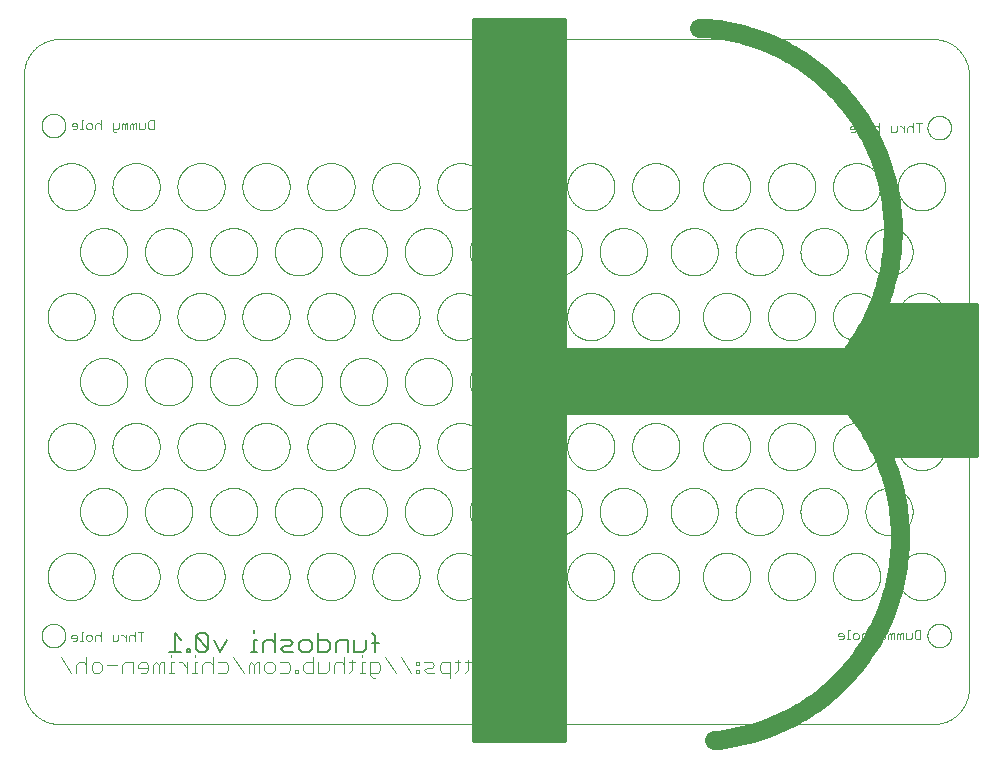
<source format=gbo>
G75*
%MOIN*%
%OFA0B0*%
%FSLAX25Y25*%
%IPPOS*%
%LPD*%
%AMOC8*
5,1,8,0,0,1.08239X$1,22.5*
%
%ADD10C,0.00000*%
%ADD11C,0.00500*%
%ADD12C,0.00400*%
%ADD13C,0.00300*%
%ADD14C,0.06400*%
%ADD15C,0.01600*%
D10*
X0012811Y0009515D02*
X0304150Y0009515D01*
X0304435Y0009518D01*
X0304721Y0009529D01*
X0305006Y0009546D01*
X0305290Y0009570D01*
X0305574Y0009601D01*
X0305857Y0009639D01*
X0306138Y0009684D01*
X0306419Y0009735D01*
X0306699Y0009793D01*
X0306977Y0009858D01*
X0307253Y0009930D01*
X0307527Y0010008D01*
X0307800Y0010093D01*
X0308070Y0010185D01*
X0308338Y0010283D01*
X0308604Y0010387D01*
X0308867Y0010498D01*
X0309127Y0010615D01*
X0309385Y0010738D01*
X0309639Y0010868D01*
X0309890Y0011004D01*
X0310138Y0011145D01*
X0310382Y0011293D01*
X0310623Y0011446D01*
X0310859Y0011606D01*
X0311092Y0011771D01*
X0311321Y0011941D01*
X0311546Y0012117D01*
X0311766Y0012299D01*
X0311982Y0012485D01*
X0312193Y0012677D01*
X0312400Y0012874D01*
X0312602Y0013076D01*
X0312799Y0013283D01*
X0312991Y0013494D01*
X0313177Y0013710D01*
X0313359Y0013930D01*
X0313535Y0014155D01*
X0313705Y0014384D01*
X0313870Y0014617D01*
X0314030Y0014853D01*
X0314183Y0015094D01*
X0314331Y0015338D01*
X0314472Y0015586D01*
X0314608Y0015837D01*
X0314738Y0016091D01*
X0314861Y0016349D01*
X0314978Y0016609D01*
X0315089Y0016872D01*
X0315193Y0017138D01*
X0315291Y0017406D01*
X0315383Y0017676D01*
X0315468Y0017949D01*
X0315546Y0018223D01*
X0315618Y0018499D01*
X0315683Y0018777D01*
X0315741Y0019057D01*
X0315792Y0019338D01*
X0315837Y0019619D01*
X0315875Y0019902D01*
X0315906Y0020186D01*
X0315930Y0020470D01*
X0315947Y0020755D01*
X0315958Y0021041D01*
X0315961Y0021326D01*
X0315961Y0226050D01*
X0315958Y0226335D01*
X0315947Y0226621D01*
X0315930Y0226906D01*
X0315906Y0227190D01*
X0315875Y0227474D01*
X0315837Y0227757D01*
X0315792Y0228038D01*
X0315741Y0228319D01*
X0315683Y0228599D01*
X0315618Y0228877D01*
X0315546Y0229153D01*
X0315468Y0229427D01*
X0315383Y0229700D01*
X0315291Y0229970D01*
X0315193Y0230238D01*
X0315089Y0230504D01*
X0314978Y0230767D01*
X0314861Y0231027D01*
X0314738Y0231285D01*
X0314608Y0231539D01*
X0314472Y0231790D01*
X0314331Y0232038D01*
X0314183Y0232282D01*
X0314030Y0232523D01*
X0313870Y0232759D01*
X0313705Y0232992D01*
X0313535Y0233221D01*
X0313359Y0233446D01*
X0313177Y0233666D01*
X0312991Y0233882D01*
X0312799Y0234093D01*
X0312602Y0234300D01*
X0312400Y0234502D01*
X0312193Y0234699D01*
X0311982Y0234891D01*
X0311766Y0235077D01*
X0311546Y0235259D01*
X0311321Y0235435D01*
X0311092Y0235605D01*
X0310859Y0235770D01*
X0310623Y0235930D01*
X0310382Y0236083D01*
X0310138Y0236231D01*
X0309890Y0236372D01*
X0309639Y0236508D01*
X0309385Y0236638D01*
X0309127Y0236761D01*
X0308867Y0236878D01*
X0308604Y0236989D01*
X0308338Y0237093D01*
X0308070Y0237191D01*
X0307800Y0237283D01*
X0307527Y0237368D01*
X0307253Y0237446D01*
X0306977Y0237518D01*
X0306699Y0237583D01*
X0306419Y0237641D01*
X0306138Y0237692D01*
X0305857Y0237737D01*
X0305574Y0237775D01*
X0305290Y0237806D01*
X0305006Y0237830D01*
X0304721Y0237847D01*
X0304435Y0237858D01*
X0304150Y0237861D01*
X0012811Y0237861D01*
X0012526Y0237858D01*
X0012240Y0237847D01*
X0011955Y0237830D01*
X0011671Y0237806D01*
X0011387Y0237775D01*
X0011104Y0237737D01*
X0010823Y0237692D01*
X0010542Y0237641D01*
X0010262Y0237583D01*
X0009984Y0237518D01*
X0009708Y0237446D01*
X0009434Y0237368D01*
X0009161Y0237283D01*
X0008891Y0237191D01*
X0008623Y0237093D01*
X0008357Y0236989D01*
X0008094Y0236878D01*
X0007834Y0236761D01*
X0007576Y0236638D01*
X0007322Y0236508D01*
X0007071Y0236372D01*
X0006823Y0236231D01*
X0006579Y0236083D01*
X0006338Y0235930D01*
X0006102Y0235770D01*
X0005869Y0235605D01*
X0005640Y0235435D01*
X0005415Y0235259D01*
X0005195Y0235077D01*
X0004979Y0234891D01*
X0004768Y0234699D01*
X0004561Y0234502D01*
X0004359Y0234300D01*
X0004162Y0234093D01*
X0003970Y0233882D01*
X0003784Y0233666D01*
X0003602Y0233446D01*
X0003426Y0233221D01*
X0003256Y0232992D01*
X0003091Y0232759D01*
X0002931Y0232523D01*
X0002778Y0232282D01*
X0002630Y0232038D01*
X0002489Y0231790D01*
X0002353Y0231539D01*
X0002223Y0231285D01*
X0002100Y0231027D01*
X0001983Y0230767D01*
X0001872Y0230504D01*
X0001768Y0230238D01*
X0001670Y0229970D01*
X0001578Y0229700D01*
X0001493Y0229427D01*
X0001415Y0229153D01*
X0001343Y0228877D01*
X0001278Y0228599D01*
X0001220Y0228319D01*
X0001169Y0228038D01*
X0001124Y0227757D01*
X0001086Y0227474D01*
X0001055Y0227190D01*
X0001031Y0226906D01*
X0001014Y0226621D01*
X0001003Y0226335D01*
X0001000Y0226050D01*
X0001000Y0021326D01*
X0001003Y0021041D01*
X0001014Y0020755D01*
X0001031Y0020470D01*
X0001055Y0020186D01*
X0001086Y0019902D01*
X0001124Y0019619D01*
X0001169Y0019338D01*
X0001220Y0019057D01*
X0001278Y0018777D01*
X0001343Y0018499D01*
X0001415Y0018223D01*
X0001493Y0017949D01*
X0001578Y0017676D01*
X0001670Y0017406D01*
X0001768Y0017138D01*
X0001872Y0016872D01*
X0001983Y0016609D01*
X0002100Y0016349D01*
X0002223Y0016091D01*
X0002353Y0015837D01*
X0002489Y0015586D01*
X0002630Y0015338D01*
X0002778Y0015094D01*
X0002931Y0014853D01*
X0003091Y0014617D01*
X0003256Y0014384D01*
X0003426Y0014155D01*
X0003602Y0013930D01*
X0003784Y0013710D01*
X0003970Y0013494D01*
X0004162Y0013283D01*
X0004359Y0013076D01*
X0004561Y0012874D01*
X0004768Y0012677D01*
X0004979Y0012485D01*
X0005195Y0012299D01*
X0005415Y0012117D01*
X0005640Y0011941D01*
X0005869Y0011771D01*
X0006102Y0011606D01*
X0006338Y0011446D01*
X0006579Y0011293D01*
X0006823Y0011145D01*
X0007071Y0011004D01*
X0007322Y0010868D01*
X0007576Y0010738D01*
X0007834Y0010615D01*
X0008094Y0010498D01*
X0008357Y0010387D01*
X0008623Y0010283D01*
X0008891Y0010185D01*
X0009161Y0010093D01*
X0009434Y0010008D01*
X0009708Y0009930D01*
X0009984Y0009858D01*
X0010262Y0009793D01*
X0010542Y0009735D01*
X0010823Y0009684D01*
X0011104Y0009639D01*
X0011387Y0009601D01*
X0011671Y0009570D01*
X0011955Y0009546D01*
X0012240Y0009529D01*
X0012526Y0009518D01*
X0012811Y0009515D01*
X0006906Y0039043D02*
X0006908Y0039168D01*
X0006914Y0039293D01*
X0006924Y0039417D01*
X0006938Y0039541D01*
X0006955Y0039665D01*
X0006977Y0039788D01*
X0007003Y0039910D01*
X0007032Y0040032D01*
X0007065Y0040152D01*
X0007103Y0040271D01*
X0007143Y0040390D01*
X0007188Y0040506D01*
X0007236Y0040621D01*
X0007288Y0040735D01*
X0007344Y0040847D01*
X0007403Y0040957D01*
X0007465Y0041065D01*
X0007531Y0041172D01*
X0007600Y0041276D01*
X0007673Y0041377D01*
X0007748Y0041477D01*
X0007827Y0041574D01*
X0007909Y0041668D01*
X0007994Y0041760D01*
X0008081Y0041849D01*
X0008172Y0041935D01*
X0008265Y0042018D01*
X0008361Y0042099D01*
X0008459Y0042176D01*
X0008559Y0042250D01*
X0008662Y0042321D01*
X0008767Y0042388D01*
X0008875Y0042453D01*
X0008984Y0042513D01*
X0009095Y0042571D01*
X0009208Y0042624D01*
X0009322Y0042674D01*
X0009438Y0042721D01*
X0009555Y0042763D01*
X0009674Y0042802D01*
X0009794Y0042838D01*
X0009915Y0042869D01*
X0010037Y0042897D01*
X0010159Y0042920D01*
X0010283Y0042940D01*
X0010407Y0042956D01*
X0010531Y0042968D01*
X0010656Y0042976D01*
X0010781Y0042980D01*
X0010905Y0042980D01*
X0011030Y0042976D01*
X0011155Y0042968D01*
X0011279Y0042956D01*
X0011403Y0042940D01*
X0011527Y0042920D01*
X0011649Y0042897D01*
X0011771Y0042869D01*
X0011892Y0042838D01*
X0012012Y0042802D01*
X0012131Y0042763D01*
X0012248Y0042721D01*
X0012364Y0042674D01*
X0012478Y0042624D01*
X0012591Y0042571D01*
X0012702Y0042513D01*
X0012812Y0042453D01*
X0012919Y0042388D01*
X0013024Y0042321D01*
X0013127Y0042250D01*
X0013227Y0042176D01*
X0013325Y0042099D01*
X0013421Y0042018D01*
X0013514Y0041935D01*
X0013605Y0041849D01*
X0013692Y0041760D01*
X0013777Y0041668D01*
X0013859Y0041574D01*
X0013938Y0041477D01*
X0014013Y0041377D01*
X0014086Y0041276D01*
X0014155Y0041172D01*
X0014221Y0041065D01*
X0014283Y0040957D01*
X0014342Y0040847D01*
X0014398Y0040735D01*
X0014450Y0040621D01*
X0014498Y0040506D01*
X0014543Y0040390D01*
X0014583Y0040271D01*
X0014621Y0040152D01*
X0014654Y0040032D01*
X0014683Y0039910D01*
X0014709Y0039788D01*
X0014731Y0039665D01*
X0014748Y0039541D01*
X0014762Y0039417D01*
X0014772Y0039293D01*
X0014778Y0039168D01*
X0014780Y0039043D01*
X0014778Y0038918D01*
X0014772Y0038793D01*
X0014762Y0038669D01*
X0014748Y0038545D01*
X0014731Y0038421D01*
X0014709Y0038298D01*
X0014683Y0038176D01*
X0014654Y0038054D01*
X0014621Y0037934D01*
X0014583Y0037815D01*
X0014543Y0037696D01*
X0014498Y0037580D01*
X0014450Y0037465D01*
X0014398Y0037351D01*
X0014342Y0037239D01*
X0014283Y0037129D01*
X0014221Y0037021D01*
X0014155Y0036914D01*
X0014086Y0036810D01*
X0014013Y0036709D01*
X0013938Y0036609D01*
X0013859Y0036512D01*
X0013777Y0036418D01*
X0013692Y0036326D01*
X0013605Y0036237D01*
X0013514Y0036151D01*
X0013421Y0036068D01*
X0013325Y0035987D01*
X0013227Y0035910D01*
X0013127Y0035836D01*
X0013024Y0035765D01*
X0012919Y0035698D01*
X0012811Y0035633D01*
X0012702Y0035573D01*
X0012591Y0035515D01*
X0012478Y0035462D01*
X0012364Y0035412D01*
X0012248Y0035365D01*
X0012131Y0035323D01*
X0012012Y0035284D01*
X0011892Y0035248D01*
X0011771Y0035217D01*
X0011649Y0035189D01*
X0011527Y0035166D01*
X0011403Y0035146D01*
X0011279Y0035130D01*
X0011155Y0035118D01*
X0011030Y0035110D01*
X0010905Y0035106D01*
X0010781Y0035106D01*
X0010656Y0035110D01*
X0010531Y0035118D01*
X0010407Y0035130D01*
X0010283Y0035146D01*
X0010159Y0035166D01*
X0010037Y0035189D01*
X0009915Y0035217D01*
X0009794Y0035248D01*
X0009674Y0035284D01*
X0009555Y0035323D01*
X0009438Y0035365D01*
X0009322Y0035412D01*
X0009208Y0035462D01*
X0009095Y0035515D01*
X0008984Y0035573D01*
X0008874Y0035633D01*
X0008767Y0035698D01*
X0008662Y0035765D01*
X0008559Y0035836D01*
X0008459Y0035910D01*
X0008361Y0035987D01*
X0008265Y0036068D01*
X0008172Y0036151D01*
X0008081Y0036237D01*
X0007994Y0036326D01*
X0007909Y0036418D01*
X0007827Y0036512D01*
X0007748Y0036609D01*
X0007673Y0036709D01*
X0007600Y0036810D01*
X0007531Y0036914D01*
X0007465Y0037021D01*
X0007403Y0037129D01*
X0007344Y0037239D01*
X0007288Y0037351D01*
X0007236Y0037465D01*
X0007188Y0037580D01*
X0007143Y0037696D01*
X0007103Y0037815D01*
X0007065Y0037934D01*
X0007032Y0038054D01*
X0007003Y0038176D01*
X0006977Y0038298D01*
X0006955Y0038421D01*
X0006938Y0038545D01*
X0006924Y0038669D01*
X0006914Y0038793D01*
X0006908Y0038918D01*
X0006906Y0039043D01*
X0008874Y0058728D02*
X0008876Y0058921D01*
X0008883Y0059114D01*
X0008895Y0059307D01*
X0008912Y0059500D01*
X0008933Y0059692D01*
X0008959Y0059883D01*
X0008990Y0060074D01*
X0009025Y0060264D01*
X0009065Y0060453D01*
X0009110Y0060641D01*
X0009159Y0060828D01*
X0009213Y0061014D01*
X0009271Y0061198D01*
X0009334Y0061381D01*
X0009402Y0061562D01*
X0009473Y0061741D01*
X0009550Y0061919D01*
X0009630Y0062095D01*
X0009715Y0062268D01*
X0009804Y0062440D01*
X0009897Y0062609D01*
X0009994Y0062776D01*
X0010096Y0062941D01*
X0010201Y0063103D01*
X0010310Y0063262D01*
X0010424Y0063419D01*
X0010541Y0063572D01*
X0010661Y0063723D01*
X0010786Y0063871D01*
X0010914Y0064016D01*
X0011045Y0064157D01*
X0011180Y0064296D01*
X0011319Y0064431D01*
X0011460Y0064562D01*
X0011605Y0064690D01*
X0011753Y0064815D01*
X0011904Y0064935D01*
X0012057Y0065052D01*
X0012214Y0065166D01*
X0012373Y0065275D01*
X0012535Y0065380D01*
X0012700Y0065482D01*
X0012867Y0065579D01*
X0013036Y0065672D01*
X0013208Y0065761D01*
X0013381Y0065846D01*
X0013557Y0065926D01*
X0013735Y0066003D01*
X0013914Y0066074D01*
X0014095Y0066142D01*
X0014278Y0066205D01*
X0014462Y0066263D01*
X0014648Y0066317D01*
X0014835Y0066366D01*
X0015023Y0066411D01*
X0015212Y0066451D01*
X0015402Y0066486D01*
X0015593Y0066517D01*
X0015784Y0066543D01*
X0015976Y0066564D01*
X0016169Y0066581D01*
X0016362Y0066593D01*
X0016555Y0066600D01*
X0016748Y0066602D01*
X0016941Y0066600D01*
X0017134Y0066593D01*
X0017327Y0066581D01*
X0017520Y0066564D01*
X0017712Y0066543D01*
X0017903Y0066517D01*
X0018094Y0066486D01*
X0018284Y0066451D01*
X0018473Y0066411D01*
X0018661Y0066366D01*
X0018848Y0066317D01*
X0019034Y0066263D01*
X0019218Y0066205D01*
X0019401Y0066142D01*
X0019582Y0066074D01*
X0019761Y0066003D01*
X0019939Y0065926D01*
X0020115Y0065846D01*
X0020288Y0065761D01*
X0020460Y0065672D01*
X0020629Y0065579D01*
X0020796Y0065482D01*
X0020961Y0065380D01*
X0021123Y0065275D01*
X0021282Y0065166D01*
X0021439Y0065052D01*
X0021592Y0064935D01*
X0021743Y0064815D01*
X0021891Y0064690D01*
X0022036Y0064562D01*
X0022177Y0064431D01*
X0022316Y0064296D01*
X0022451Y0064157D01*
X0022582Y0064016D01*
X0022710Y0063871D01*
X0022835Y0063723D01*
X0022955Y0063572D01*
X0023072Y0063419D01*
X0023186Y0063262D01*
X0023295Y0063103D01*
X0023400Y0062941D01*
X0023502Y0062776D01*
X0023599Y0062609D01*
X0023692Y0062440D01*
X0023781Y0062268D01*
X0023866Y0062095D01*
X0023946Y0061919D01*
X0024023Y0061741D01*
X0024094Y0061562D01*
X0024162Y0061381D01*
X0024225Y0061198D01*
X0024283Y0061014D01*
X0024337Y0060828D01*
X0024386Y0060641D01*
X0024431Y0060453D01*
X0024471Y0060264D01*
X0024506Y0060074D01*
X0024537Y0059883D01*
X0024563Y0059692D01*
X0024584Y0059500D01*
X0024601Y0059307D01*
X0024613Y0059114D01*
X0024620Y0058921D01*
X0024622Y0058728D01*
X0024620Y0058535D01*
X0024613Y0058342D01*
X0024601Y0058149D01*
X0024584Y0057956D01*
X0024563Y0057764D01*
X0024537Y0057573D01*
X0024506Y0057382D01*
X0024471Y0057192D01*
X0024431Y0057003D01*
X0024386Y0056815D01*
X0024337Y0056628D01*
X0024283Y0056442D01*
X0024225Y0056258D01*
X0024162Y0056075D01*
X0024094Y0055894D01*
X0024023Y0055715D01*
X0023946Y0055537D01*
X0023866Y0055361D01*
X0023781Y0055188D01*
X0023692Y0055016D01*
X0023599Y0054847D01*
X0023502Y0054680D01*
X0023400Y0054515D01*
X0023295Y0054353D01*
X0023186Y0054194D01*
X0023072Y0054037D01*
X0022955Y0053884D01*
X0022835Y0053733D01*
X0022710Y0053585D01*
X0022582Y0053440D01*
X0022451Y0053299D01*
X0022316Y0053160D01*
X0022177Y0053025D01*
X0022036Y0052894D01*
X0021891Y0052766D01*
X0021743Y0052641D01*
X0021592Y0052521D01*
X0021439Y0052404D01*
X0021282Y0052290D01*
X0021123Y0052181D01*
X0020961Y0052076D01*
X0020796Y0051974D01*
X0020629Y0051877D01*
X0020460Y0051784D01*
X0020288Y0051695D01*
X0020115Y0051610D01*
X0019939Y0051530D01*
X0019761Y0051453D01*
X0019582Y0051382D01*
X0019401Y0051314D01*
X0019218Y0051251D01*
X0019034Y0051193D01*
X0018848Y0051139D01*
X0018661Y0051090D01*
X0018473Y0051045D01*
X0018284Y0051005D01*
X0018094Y0050970D01*
X0017903Y0050939D01*
X0017712Y0050913D01*
X0017520Y0050892D01*
X0017327Y0050875D01*
X0017134Y0050863D01*
X0016941Y0050856D01*
X0016748Y0050854D01*
X0016555Y0050856D01*
X0016362Y0050863D01*
X0016169Y0050875D01*
X0015976Y0050892D01*
X0015784Y0050913D01*
X0015593Y0050939D01*
X0015402Y0050970D01*
X0015212Y0051005D01*
X0015023Y0051045D01*
X0014835Y0051090D01*
X0014648Y0051139D01*
X0014462Y0051193D01*
X0014278Y0051251D01*
X0014095Y0051314D01*
X0013914Y0051382D01*
X0013735Y0051453D01*
X0013557Y0051530D01*
X0013381Y0051610D01*
X0013208Y0051695D01*
X0013036Y0051784D01*
X0012867Y0051877D01*
X0012700Y0051974D01*
X0012535Y0052076D01*
X0012373Y0052181D01*
X0012214Y0052290D01*
X0012057Y0052404D01*
X0011904Y0052521D01*
X0011753Y0052641D01*
X0011605Y0052766D01*
X0011460Y0052894D01*
X0011319Y0053025D01*
X0011180Y0053160D01*
X0011045Y0053299D01*
X0010914Y0053440D01*
X0010786Y0053585D01*
X0010661Y0053733D01*
X0010541Y0053884D01*
X0010424Y0054037D01*
X0010310Y0054194D01*
X0010201Y0054353D01*
X0010096Y0054515D01*
X0009994Y0054680D01*
X0009897Y0054847D01*
X0009804Y0055016D01*
X0009715Y0055188D01*
X0009630Y0055361D01*
X0009550Y0055537D01*
X0009473Y0055715D01*
X0009402Y0055894D01*
X0009334Y0056075D01*
X0009271Y0056258D01*
X0009213Y0056442D01*
X0009159Y0056628D01*
X0009110Y0056815D01*
X0009065Y0057003D01*
X0009025Y0057192D01*
X0008990Y0057382D01*
X0008959Y0057573D01*
X0008933Y0057764D01*
X0008912Y0057956D01*
X0008895Y0058149D01*
X0008883Y0058342D01*
X0008876Y0058535D01*
X0008874Y0058728D01*
X0019701Y0080381D02*
X0019703Y0080574D01*
X0019710Y0080767D01*
X0019722Y0080960D01*
X0019739Y0081153D01*
X0019760Y0081345D01*
X0019786Y0081536D01*
X0019817Y0081727D01*
X0019852Y0081917D01*
X0019892Y0082106D01*
X0019937Y0082294D01*
X0019986Y0082481D01*
X0020040Y0082667D01*
X0020098Y0082851D01*
X0020161Y0083034D01*
X0020229Y0083215D01*
X0020300Y0083394D01*
X0020377Y0083572D01*
X0020457Y0083748D01*
X0020542Y0083921D01*
X0020631Y0084093D01*
X0020724Y0084262D01*
X0020821Y0084429D01*
X0020923Y0084594D01*
X0021028Y0084756D01*
X0021137Y0084915D01*
X0021251Y0085072D01*
X0021368Y0085225D01*
X0021488Y0085376D01*
X0021613Y0085524D01*
X0021741Y0085669D01*
X0021872Y0085810D01*
X0022007Y0085949D01*
X0022146Y0086084D01*
X0022287Y0086215D01*
X0022432Y0086343D01*
X0022580Y0086468D01*
X0022731Y0086588D01*
X0022884Y0086705D01*
X0023041Y0086819D01*
X0023200Y0086928D01*
X0023362Y0087033D01*
X0023527Y0087135D01*
X0023694Y0087232D01*
X0023863Y0087325D01*
X0024035Y0087414D01*
X0024208Y0087499D01*
X0024384Y0087579D01*
X0024562Y0087656D01*
X0024741Y0087727D01*
X0024922Y0087795D01*
X0025105Y0087858D01*
X0025289Y0087916D01*
X0025475Y0087970D01*
X0025662Y0088019D01*
X0025850Y0088064D01*
X0026039Y0088104D01*
X0026229Y0088139D01*
X0026420Y0088170D01*
X0026611Y0088196D01*
X0026803Y0088217D01*
X0026996Y0088234D01*
X0027189Y0088246D01*
X0027382Y0088253D01*
X0027575Y0088255D01*
X0027768Y0088253D01*
X0027961Y0088246D01*
X0028154Y0088234D01*
X0028347Y0088217D01*
X0028539Y0088196D01*
X0028730Y0088170D01*
X0028921Y0088139D01*
X0029111Y0088104D01*
X0029300Y0088064D01*
X0029488Y0088019D01*
X0029675Y0087970D01*
X0029861Y0087916D01*
X0030045Y0087858D01*
X0030228Y0087795D01*
X0030409Y0087727D01*
X0030588Y0087656D01*
X0030766Y0087579D01*
X0030942Y0087499D01*
X0031115Y0087414D01*
X0031287Y0087325D01*
X0031456Y0087232D01*
X0031623Y0087135D01*
X0031788Y0087033D01*
X0031950Y0086928D01*
X0032109Y0086819D01*
X0032266Y0086705D01*
X0032419Y0086588D01*
X0032570Y0086468D01*
X0032718Y0086343D01*
X0032863Y0086215D01*
X0033004Y0086084D01*
X0033143Y0085949D01*
X0033278Y0085810D01*
X0033409Y0085669D01*
X0033537Y0085524D01*
X0033662Y0085376D01*
X0033782Y0085225D01*
X0033899Y0085072D01*
X0034013Y0084915D01*
X0034122Y0084756D01*
X0034227Y0084594D01*
X0034329Y0084429D01*
X0034426Y0084262D01*
X0034519Y0084093D01*
X0034608Y0083921D01*
X0034693Y0083748D01*
X0034773Y0083572D01*
X0034850Y0083394D01*
X0034921Y0083215D01*
X0034989Y0083034D01*
X0035052Y0082851D01*
X0035110Y0082667D01*
X0035164Y0082481D01*
X0035213Y0082294D01*
X0035258Y0082106D01*
X0035298Y0081917D01*
X0035333Y0081727D01*
X0035364Y0081536D01*
X0035390Y0081345D01*
X0035411Y0081153D01*
X0035428Y0080960D01*
X0035440Y0080767D01*
X0035447Y0080574D01*
X0035449Y0080381D01*
X0035447Y0080188D01*
X0035440Y0079995D01*
X0035428Y0079802D01*
X0035411Y0079609D01*
X0035390Y0079417D01*
X0035364Y0079226D01*
X0035333Y0079035D01*
X0035298Y0078845D01*
X0035258Y0078656D01*
X0035213Y0078468D01*
X0035164Y0078281D01*
X0035110Y0078095D01*
X0035052Y0077911D01*
X0034989Y0077728D01*
X0034921Y0077547D01*
X0034850Y0077368D01*
X0034773Y0077190D01*
X0034693Y0077014D01*
X0034608Y0076841D01*
X0034519Y0076669D01*
X0034426Y0076500D01*
X0034329Y0076333D01*
X0034227Y0076168D01*
X0034122Y0076006D01*
X0034013Y0075847D01*
X0033899Y0075690D01*
X0033782Y0075537D01*
X0033662Y0075386D01*
X0033537Y0075238D01*
X0033409Y0075093D01*
X0033278Y0074952D01*
X0033143Y0074813D01*
X0033004Y0074678D01*
X0032863Y0074547D01*
X0032718Y0074419D01*
X0032570Y0074294D01*
X0032419Y0074174D01*
X0032266Y0074057D01*
X0032109Y0073943D01*
X0031950Y0073834D01*
X0031788Y0073729D01*
X0031623Y0073627D01*
X0031456Y0073530D01*
X0031287Y0073437D01*
X0031115Y0073348D01*
X0030942Y0073263D01*
X0030766Y0073183D01*
X0030588Y0073106D01*
X0030409Y0073035D01*
X0030228Y0072967D01*
X0030045Y0072904D01*
X0029861Y0072846D01*
X0029675Y0072792D01*
X0029488Y0072743D01*
X0029300Y0072698D01*
X0029111Y0072658D01*
X0028921Y0072623D01*
X0028730Y0072592D01*
X0028539Y0072566D01*
X0028347Y0072545D01*
X0028154Y0072528D01*
X0027961Y0072516D01*
X0027768Y0072509D01*
X0027575Y0072507D01*
X0027382Y0072509D01*
X0027189Y0072516D01*
X0026996Y0072528D01*
X0026803Y0072545D01*
X0026611Y0072566D01*
X0026420Y0072592D01*
X0026229Y0072623D01*
X0026039Y0072658D01*
X0025850Y0072698D01*
X0025662Y0072743D01*
X0025475Y0072792D01*
X0025289Y0072846D01*
X0025105Y0072904D01*
X0024922Y0072967D01*
X0024741Y0073035D01*
X0024562Y0073106D01*
X0024384Y0073183D01*
X0024208Y0073263D01*
X0024035Y0073348D01*
X0023863Y0073437D01*
X0023694Y0073530D01*
X0023527Y0073627D01*
X0023362Y0073729D01*
X0023200Y0073834D01*
X0023041Y0073943D01*
X0022884Y0074057D01*
X0022731Y0074174D01*
X0022580Y0074294D01*
X0022432Y0074419D01*
X0022287Y0074547D01*
X0022146Y0074678D01*
X0022007Y0074813D01*
X0021872Y0074952D01*
X0021741Y0075093D01*
X0021613Y0075238D01*
X0021488Y0075386D01*
X0021368Y0075537D01*
X0021251Y0075690D01*
X0021137Y0075847D01*
X0021028Y0076006D01*
X0020923Y0076168D01*
X0020821Y0076333D01*
X0020724Y0076500D01*
X0020631Y0076669D01*
X0020542Y0076841D01*
X0020457Y0077014D01*
X0020377Y0077190D01*
X0020300Y0077368D01*
X0020229Y0077547D01*
X0020161Y0077728D01*
X0020098Y0077911D01*
X0020040Y0078095D01*
X0019986Y0078281D01*
X0019937Y0078468D01*
X0019892Y0078656D01*
X0019852Y0078845D01*
X0019817Y0079035D01*
X0019786Y0079226D01*
X0019760Y0079417D01*
X0019739Y0079609D01*
X0019722Y0079802D01*
X0019710Y0079995D01*
X0019703Y0080188D01*
X0019701Y0080381D01*
X0008874Y0102035D02*
X0008876Y0102228D01*
X0008883Y0102421D01*
X0008895Y0102614D01*
X0008912Y0102807D01*
X0008933Y0102999D01*
X0008959Y0103190D01*
X0008990Y0103381D01*
X0009025Y0103571D01*
X0009065Y0103760D01*
X0009110Y0103948D01*
X0009159Y0104135D01*
X0009213Y0104321D01*
X0009271Y0104505D01*
X0009334Y0104688D01*
X0009402Y0104869D01*
X0009473Y0105048D01*
X0009550Y0105226D01*
X0009630Y0105402D01*
X0009715Y0105575D01*
X0009804Y0105747D01*
X0009897Y0105916D01*
X0009994Y0106083D01*
X0010096Y0106248D01*
X0010201Y0106410D01*
X0010310Y0106569D01*
X0010424Y0106726D01*
X0010541Y0106879D01*
X0010661Y0107030D01*
X0010786Y0107178D01*
X0010914Y0107323D01*
X0011045Y0107464D01*
X0011180Y0107603D01*
X0011319Y0107738D01*
X0011460Y0107869D01*
X0011605Y0107997D01*
X0011753Y0108122D01*
X0011904Y0108242D01*
X0012057Y0108359D01*
X0012214Y0108473D01*
X0012373Y0108582D01*
X0012535Y0108687D01*
X0012700Y0108789D01*
X0012867Y0108886D01*
X0013036Y0108979D01*
X0013208Y0109068D01*
X0013381Y0109153D01*
X0013557Y0109233D01*
X0013735Y0109310D01*
X0013914Y0109381D01*
X0014095Y0109449D01*
X0014278Y0109512D01*
X0014462Y0109570D01*
X0014648Y0109624D01*
X0014835Y0109673D01*
X0015023Y0109718D01*
X0015212Y0109758D01*
X0015402Y0109793D01*
X0015593Y0109824D01*
X0015784Y0109850D01*
X0015976Y0109871D01*
X0016169Y0109888D01*
X0016362Y0109900D01*
X0016555Y0109907D01*
X0016748Y0109909D01*
X0016941Y0109907D01*
X0017134Y0109900D01*
X0017327Y0109888D01*
X0017520Y0109871D01*
X0017712Y0109850D01*
X0017903Y0109824D01*
X0018094Y0109793D01*
X0018284Y0109758D01*
X0018473Y0109718D01*
X0018661Y0109673D01*
X0018848Y0109624D01*
X0019034Y0109570D01*
X0019218Y0109512D01*
X0019401Y0109449D01*
X0019582Y0109381D01*
X0019761Y0109310D01*
X0019939Y0109233D01*
X0020115Y0109153D01*
X0020288Y0109068D01*
X0020460Y0108979D01*
X0020629Y0108886D01*
X0020796Y0108789D01*
X0020961Y0108687D01*
X0021123Y0108582D01*
X0021282Y0108473D01*
X0021439Y0108359D01*
X0021592Y0108242D01*
X0021743Y0108122D01*
X0021891Y0107997D01*
X0022036Y0107869D01*
X0022177Y0107738D01*
X0022316Y0107603D01*
X0022451Y0107464D01*
X0022582Y0107323D01*
X0022710Y0107178D01*
X0022835Y0107030D01*
X0022955Y0106879D01*
X0023072Y0106726D01*
X0023186Y0106569D01*
X0023295Y0106410D01*
X0023400Y0106248D01*
X0023502Y0106083D01*
X0023599Y0105916D01*
X0023692Y0105747D01*
X0023781Y0105575D01*
X0023866Y0105402D01*
X0023946Y0105226D01*
X0024023Y0105048D01*
X0024094Y0104869D01*
X0024162Y0104688D01*
X0024225Y0104505D01*
X0024283Y0104321D01*
X0024337Y0104135D01*
X0024386Y0103948D01*
X0024431Y0103760D01*
X0024471Y0103571D01*
X0024506Y0103381D01*
X0024537Y0103190D01*
X0024563Y0102999D01*
X0024584Y0102807D01*
X0024601Y0102614D01*
X0024613Y0102421D01*
X0024620Y0102228D01*
X0024622Y0102035D01*
X0024620Y0101842D01*
X0024613Y0101649D01*
X0024601Y0101456D01*
X0024584Y0101263D01*
X0024563Y0101071D01*
X0024537Y0100880D01*
X0024506Y0100689D01*
X0024471Y0100499D01*
X0024431Y0100310D01*
X0024386Y0100122D01*
X0024337Y0099935D01*
X0024283Y0099749D01*
X0024225Y0099565D01*
X0024162Y0099382D01*
X0024094Y0099201D01*
X0024023Y0099022D01*
X0023946Y0098844D01*
X0023866Y0098668D01*
X0023781Y0098495D01*
X0023692Y0098323D01*
X0023599Y0098154D01*
X0023502Y0097987D01*
X0023400Y0097822D01*
X0023295Y0097660D01*
X0023186Y0097501D01*
X0023072Y0097344D01*
X0022955Y0097191D01*
X0022835Y0097040D01*
X0022710Y0096892D01*
X0022582Y0096747D01*
X0022451Y0096606D01*
X0022316Y0096467D01*
X0022177Y0096332D01*
X0022036Y0096201D01*
X0021891Y0096073D01*
X0021743Y0095948D01*
X0021592Y0095828D01*
X0021439Y0095711D01*
X0021282Y0095597D01*
X0021123Y0095488D01*
X0020961Y0095383D01*
X0020796Y0095281D01*
X0020629Y0095184D01*
X0020460Y0095091D01*
X0020288Y0095002D01*
X0020115Y0094917D01*
X0019939Y0094837D01*
X0019761Y0094760D01*
X0019582Y0094689D01*
X0019401Y0094621D01*
X0019218Y0094558D01*
X0019034Y0094500D01*
X0018848Y0094446D01*
X0018661Y0094397D01*
X0018473Y0094352D01*
X0018284Y0094312D01*
X0018094Y0094277D01*
X0017903Y0094246D01*
X0017712Y0094220D01*
X0017520Y0094199D01*
X0017327Y0094182D01*
X0017134Y0094170D01*
X0016941Y0094163D01*
X0016748Y0094161D01*
X0016555Y0094163D01*
X0016362Y0094170D01*
X0016169Y0094182D01*
X0015976Y0094199D01*
X0015784Y0094220D01*
X0015593Y0094246D01*
X0015402Y0094277D01*
X0015212Y0094312D01*
X0015023Y0094352D01*
X0014835Y0094397D01*
X0014648Y0094446D01*
X0014462Y0094500D01*
X0014278Y0094558D01*
X0014095Y0094621D01*
X0013914Y0094689D01*
X0013735Y0094760D01*
X0013557Y0094837D01*
X0013381Y0094917D01*
X0013208Y0095002D01*
X0013036Y0095091D01*
X0012867Y0095184D01*
X0012700Y0095281D01*
X0012535Y0095383D01*
X0012373Y0095488D01*
X0012214Y0095597D01*
X0012057Y0095711D01*
X0011904Y0095828D01*
X0011753Y0095948D01*
X0011605Y0096073D01*
X0011460Y0096201D01*
X0011319Y0096332D01*
X0011180Y0096467D01*
X0011045Y0096606D01*
X0010914Y0096747D01*
X0010786Y0096892D01*
X0010661Y0097040D01*
X0010541Y0097191D01*
X0010424Y0097344D01*
X0010310Y0097501D01*
X0010201Y0097660D01*
X0010096Y0097822D01*
X0009994Y0097987D01*
X0009897Y0098154D01*
X0009804Y0098323D01*
X0009715Y0098495D01*
X0009630Y0098668D01*
X0009550Y0098844D01*
X0009473Y0099022D01*
X0009402Y0099201D01*
X0009334Y0099382D01*
X0009271Y0099565D01*
X0009213Y0099749D01*
X0009159Y0099935D01*
X0009110Y0100122D01*
X0009065Y0100310D01*
X0009025Y0100499D01*
X0008990Y0100689D01*
X0008959Y0100880D01*
X0008933Y0101071D01*
X0008912Y0101263D01*
X0008895Y0101456D01*
X0008883Y0101649D01*
X0008876Y0101842D01*
X0008874Y0102035D01*
X0019701Y0123688D02*
X0019703Y0123881D01*
X0019710Y0124074D01*
X0019722Y0124267D01*
X0019739Y0124460D01*
X0019760Y0124652D01*
X0019786Y0124843D01*
X0019817Y0125034D01*
X0019852Y0125224D01*
X0019892Y0125413D01*
X0019937Y0125601D01*
X0019986Y0125788D01*
X0020040Y0125974D01*
X0020098Y0126158D01*
X0020161Y0126341D01*
X0020229Y0126522D01*
X0020300Y0126701D01*
X0020377Y0126879D01*
X0020457Y0127055D01*
X0020542Y0127228D01*
X0020631Y0127400D01*
X0020724Y0127569D01*
X0020821Y0127736D01*
X0020923Y0127901D01*
X0021028Y0128063D01*
X0021137Y0128222D01*
X0021251Y0128379D01*
X0021368Y0128532D01*
X0021488Y0128683D01*
X0021613Y0128831D01*
X0021741Y0128976D01*
X0021872Y0129117D01*
X0022007Y0129256D01*
X0022146Y0129391D01*
X0022287Y0129522D01*
X0022432Y0129650D01*
X0022580Y0129775D01*
X0022731Y0129895D01*
X0022884Y0130012D01*
X0023041Y0130126D01*
X0023200Y0130235D01*
X0023362Y0130340D01*
X0023527Y0130442D01*
X0023694Y0130539D01*
X0023863Y0130632D01*
X0024035Y0130721D01*
X0024208Y0130806D01*
X0024384Y0130886D01*
X0024562Y0130963D01*
X0024741Y0131034D01*
X0024922Y0131102D01*
X0025105Y0131165D01*
X0025289Y0131223D01*
X0025475Y0131277D01*
X0025662Y0131326D01*
X0025850Y0131371D01*
X0026039Y0131411D01*
X0026229Y0131446D01*
X0026420Y0131477D01*
X0026611Y0131503D01*
X0026803Y0131524D01*
X0026996Y0131541D01*
X0027189Y0131553D01*
X0027382Y0131560D01*
X0027575Y0131562D01*
X0027768Y0131560D01*
X0027961Y0131553D01*
X0028154Y0131541D01*
X0028347Y0131524D01*
X0028539Y0131503D01*
X0028730Y0131477D01*
X0028921Y0131446D01*
X0029111Y0131411D01*
X0029300Y0131371D01*
X0029488Y0131326D01*
X0029675Y0131277D01*
X0029861Y0131223D01*
X0030045Y0131165D01*
X0030228Y0131102D01*
X0030409Y0131034D01*
X0030588Y0130963D01*
X0030766Y0130886D01*
X0030942Y0130806D01*
X0031115Y0130721D01*
X0031287Y0130632D01*
X0031456Y0130539D01*
X0031623Y0130442D01*
X0031788Y0130340D01*
X0031950Y0130235D01*
X0032109Y0130126D01*
X0032266Y0130012D01*
X0032419Y0129895D01*
X0032570Y0129775D01*
X0032718Y0129650D01*
X0032863Y0129522D01*
X0033004Y0129391D01*
X0033143Y0129256D01*
X0033278Y0129117D01*
X0033409Y0128976D01*
X0033537Y0128831D01*
X0033662Y0128683D01*
X0033782Y0128532D01*
X0033899Y0128379D01*
X0034013Y0128222D01*
X0034122Y0128063D01*
X0034227Y0127901D01*
X0034329Y0127736D01*
X0034426Y0127569D01*
X0034519Y0127400D01*
X0034608Y0127228D01*
X0034693Y0127055D01*
X0034773Y0126879D01*
X0034850Y0126701D01*
X0034921Y0126522D01*
X0034989Y0126341D01*
X0035052Y0126158D01*
X0035110Y0125974D01*
X0035164Y0125788D01*
X0035213Y0125601D01*
X0035258Y0125413D01*
X0035298Y0125224D01*
X0035333Y0125034D01*
X0035364Y0124843D01*
X0035390Y0124652D01*
X0035411Y0124460D01*
X0035428Y0124267D01*
X0035440Y0124074D01*
X0035447Y0123881D01*
X0035449Y0123688D01*
X0035447Y0123495D01*
X0035440Y0123302D01*
X0035428Y0123109D01*
X0035411Y0122916D01*
X0035390Y0122724D01*
X0035364Y0122533D01*
X0035333Y0122342D01*
X0035298Y0122152D01*
X0035258Y0121963D01*
X0035213Y0121775D01*
X0035164Y0121588D01*
X0035110Y0121402D01*
X0035052Y0121218D01*
X0034989Y0121035D01*
X0034921Y0120854D01*
X0034850Y0120675D01*
X0034773Y0120497D01*
X0034693Y0120321D01*
X0034608Y0120148D01*
X0034519Y0119976D01*
X0034426Y0119807D01*
X0034329Y0119640D01*
X0034227Y0119475D01*
X0034122Y0119313D01*
X0034013Y0119154D01*
X0033899Y0118997D01*
X0033782Y0118844D01*
X0033662Y0118693D01*
X0033537Y0118545D01*
X0033409Y0118400D01*
X0033278Y0118259D01*
X0033143Y0118120D01*
X0033004Y0117985D01*
X0032863Y0117854D01*
X0032718Y0117726D01*
X0032570Y0117601D01*
X0032419Y0117481D01*
X0032266Y0117364D01*
X0032109Y0117250D01*
X0031950Y0117141D01*
X0031788Y0117036D01*
X0031623Y0116934D01*
X0031456Y0116837D01*
X0031287Y0116744D01*
X0031115Y0116655D01*
X0030942Y0116570D01*
X0030766Y0116490D01*
X0030588Y0116413D01*
X0030409Y0116342D01*
X0030228Y0116274D01*
X0030045Y0116211D01*
X0029861Y0116153D01*
X0029675Y0116099D01*
X0029488Y0116050D01*
X0029300Y0116005D01*
X0029111Y0115965D01*
X0028921Y0115930D01*
X0028730Y0115899D01*
X0028539Y0115873D01*
X0028347Y0115852D01*
X0028154Y0115835D01*
X0027961Y0115823D01*
X0027768Y0115816D01*
X0027575Y0115814D01*
X0027382Y0115816D01*
X0027189Y0115823D01*
X0026996Y0115835D01*
X0026803Y0115852D01*
X0026611Y0115873D01*
X0026420Y0115899D01*
X0026229Y0115930D01*
X0026039Y0115965D01*
X0025850Y0116005D01*
X0025662Y0116050D01*
X0025475Y0116099D01*
X0025289Y0116153D01*
X0025105Y0116211D01*
X0024922Y0116274D01*
X0024741Y0116342D01*
X0024562Y0116413D01*
X0024384Y0116490D01*
X0024208Y0116570D01*
X0024035Y0116655D01*
X0023863Y0116744D01*
X0023694Y0116837D01*
X0023527Y0116934D01*
X0023362Y0117036D01*
X0023200Y0117141D01*
X0023041Y0117250D01*
X0022884Y0117364D01*
X0022731Y0117481D01*
X0022580Y0117601D01*
X0022432Y0117726D01*
X0022287Y0117854D01*
X0022146Y0117985D01*
X0022007Y0118120D01*
X0021872Y0118259D01*
X0021741Y0118400D01*
X0021613Y0118545D01*
X0021488Y0118693D01*
X0021368Y0118844D01*
X0021251Y0118997D01*
X0021137Y0119154D01*
X0021028Y0119313D01*
X0020923Y0119475D01*
X0020821Y0119640D01*
X0020724Y0119807D01*
X0020631Y0119976D01*
X0020542Y0120148D01*
X0020457Y0120321D01*
X0020377Y0120497D01*
X0020300Y0120675D01*
X0020229Y0120854D01*
X0020161Y0121035D01*
X0020098Y0121218D01*
X0020040Y0121402D01*
X0019986Y0121588D01*
X0019937Y0121775D01*
X0019892Y0121963D01*
X0019852Y0122152D01*
X0019817Y0122342D01*
X0019786Y0122533D01*
X0019760Y0122724D01*
X0019739Y0122916D01*
X0019722Y0123109D01*
X0019710Y0123302D01*
X0019703Y0123495D01*
X0019701Y0123688D01*
X0008874Y0145342D02*
X0008876Y0145535D01*
X0008883Y0145728D01*
X0008895Y0145921D01*
X0008912Y0146114D01*
X0008933Y0146306D01*
X0008959Y0146497D01*
X0008990Y0146688D01*
X0009025Y0146878D01*
X0009065Y0147067D01*
X0009110Y0147255D01*
X0009159Y0147442D01*
X0009213Y0147628D01*
X0009271Y0147812D01*
X0009334Y0147995D01*
X0009402Y0148176D01*
X0009473Y0148355D01*
X0009550Y0148533D01*
X0009630Y0148709D01*
X0009715Y0148882D01*
X0009804Y0149054D01*
X0009897Y0149223D01*
X0009994Y0149390D01*
X0010096Y0149555D01*
X0010201Y0149717D01*
X0010310Y0149876D01*
X0010424Y0150033D01*
X0010541Y0150186D01*
X0010661Y0150337D01*
X0010786Y0150485D01*
X0010914Y0150630D01*
X0011045Y0150771D01*
X0011180Y0150910D01*
X0011319Y0151045D01*
X0011460Y0151176D01*
X0011605Y0151304D01*
X0011753Y0151429D01*
X0011904Y0151549D01*
X0012057Y0151666D01*
X0012214Y0151780D01*
X0012373Y0151889D01*
X0012535Y0151994D01*
X0012700Y0152096D01*
X0012867Y0152193D01*
X0013036Y0152286D01*
X0013208Y0152375D01*
X0013381Y0152460D01*
X0013557Y0152540D01*
X0013735Y0152617D01*
X0013914Y0152688D01*
X0014095Y0152756D01*
X0014278Y0152819D01*
X0014462Y0152877D01*
X0014648Y0152931D01*
X0014835Y0152980D01*
X0015023Y0153025D01*
X0015212Y0153065D01*
X0015402Y0153100D01*
X0015593Y0153131D01*
X0015784Y0153157D01*
X0015976Y0153178D01*
X0016169Y0153195D01*
X0016362Y0153207D01*
X0016555Y0153214D01*
X0016748Y0153216D01*
X0016941Y0153214D01*
X0017134Y0153207D01*
X0017327Y0153195D01*
X0017520Y0153178D01*
X0017712Y0153157D01*
X0017903Y0153131D01*
X0018094Y0153100D01*
X0018284Y0153065D01*
X0018473Y0153025D01*
X0018661Y0152980D01*
X0018848Y0152931D01*
X0019034Y0152877D01*
X0019218Y0152819D01*
X0019401Y0152756D01*
X0019582Y0152688D01*
X0019761Y0152617D01*
X0019939Y0152540D01*
X0020115Y0152460D01*
X0020288Y0152375D01*
X0020460Y0152286D01*
X0020629Y0152193D01*
X0020796Y0152096D01*
X0020961Y0151994D01*
X0021123Y0151889D01*
X0021282Y0151780D01*
X0021439Y0151666D01*
X0021592Y0151549D01*
X0021743Y0151429D01*
X0021891Y0151304D01*
X0022036Y0151176D01*
X0022177Y0151045D01*
X0022316Y0150910D01*
X0022451Y0150771D01*
X0022582Y0150630D01*
X0022710Y0150485D01*
X0022835Y0150337D01*
X0022955Y0150186D01*
X0023072Y0150033D01*
X0023186Y0149876D01*
X0023295Y0149717D01*
X0023400Y0149555D01*
X0023502Y0149390D01*
X0023599Y0149223D01*
X0023692Y0149054D01*
X0023781Y0148882D01*
X0023866Y0148709D01*
X0023946Y0148533D01*
X0024023Y0148355D01*
X0024094Y0148176D01*
X0024162Y0147995D01*
X0024225Y0147812D01*
X0024283Y0147628D01*
X0024337Y0147442D01*
X0024386Y0147255D01*
X0024431Y0147067D01*
X0024471Y0146878D01*
X0024506Y0146688D01*
X0024537Y0146497D01*
X0024563Y0146306D01*
X0024584Y0146114D01*
X0024601Y0145921D01*
X0024613Y0145728D01*
X0024620Y0145535D01*
X0024622Y0145342D01*
X0024620Y0145149D01*
X0024613Y0144956D01*
X0024601Y0144763D01*
X0024584Y0144570D01*
X0024563Y0144378D01*
X0024537Y0144187D01*
X0024506Y0143996D01*
X0024471Y0143806D01*
X0024431Y0143617D01*
X0024386Y0143429D01*
X0024337Y0143242D01*
X0024283Y0143056D01*
X0024225Y0142872D01*
X0024162Y0142689D01*
X0024094Y0142508D01*
X0024023Y0142329D01*
X0023946Y0142151D01*
X0023866Y0141975D01*
X0023781Y0141802D01*
X0023692Y0141630D01*
X0023599Y0141461D01*
X0023502Y0141294D01*
X0023400Y0141129D01*
X0023295Y0140967D01*
X0023186Y0140808D01*
X0023072Y0140651D01*
X0022955Y0140498D01*
X0022835Y0140347D01*
X0022710Y0140199D01*
X0022582Y0140054D01*
X0022451Y0139913D01*
X0022316Y0139774D01*
X0022177Y0139639D01*
X0022036Y0139508D01*
X0021891Y0139380D01*
X0021743Y0139255D01*
X0021592Y0139135D01*
X0021439Y0139018D01*
X0021282Y0138904D01*
X0021123Y0138795D01*
X0020961Y0138690D01*
X0020796Y0138588D01*
X0020629Y0138491D01*
X0020460Y0138398D01*
X0020288Y0138309D01*
X0020115Y0138224D01*
X0019939Y0138144D01*
X0019761Y0138067D01*
X0019582Y0137996D01*
X0019401Y0137928D01*
X0019218Y0137865D01*
X0019034Y0137807D01*
X0018848Y0137753D01*
X0018661Y0137704D01*
X0018473Y0137659D01*
X0018284Y0137619D01*
X0018094Y0137584D01*
X0017903Y0137553D01*
X0017712Y0137527D01*
X0017520Y0137506D01*
X0017327Y0137489D01*
X0017134Y0137477D01*
X0016941Y0137470D01*
X0016748Y0137468D01*
X0016555Y0137470D01*
X0016362Y0137477D01*
X0016169Y0137489D01*
X0015976Y0137506D01*
X0015784Y0137527D01*
X0015593Y0137553D01*
X0015402Y0137584D01*
X0015212Y0137619D01*
X0015023Y0137659D01*
X0014835Y0137704D01*
X0014648Y0137753D01*
X0014462Y0137807D01*
X0014278Y0137865D01*
X0014095Y0137928D01*
X0013914Y0137996D01*
X0013735Y0138067D01*
X0013557Y0138144D01*
X0013381Y0138224D01*
X0013208Y0138309D01*
X0013036Y0138398D01*
X0012867Y0138491D01*
X0012700Y0138588D01*
X0012535Y0138690D01*
X0012373Y0138795D01*
X0012214Y0138904D01*
X0012057Y0139018D01*
X0011904Y0139135D01*
X0011753Y0139255D01*
X0011605Y0139380D01*
X0011460Y0139508D01*
X0011319Y0139639D01*
X0011180Y0139774D01*
X0011045Y0139913D01*
X0010914Y0140054D01*
X0010786Y0140199D01*
X0010661Y0140347D01*
X0010541Y0140498D01*
X0010424Y0140651D01*
X0010310Y0140808D01*
X0010201Y0140967D01*
X0010096Y0141129D01*
X0009994Y0141294D01*
X0009897Y0141461D01*
X0009804Y0141630D01*
X0009715Y0141802D01*
X0009630Y0141975D01*
X0009550Y0142151D01*
X0009473Y0142329D01*
X0009402Y0142508D01*
X0009334Y0142689D01*
X0009271Y0142872D01*
X0009213Y0143056D01*
X0009159Y0143242D01*
X0009110Y0143429D01*
X0009065Y0143617D01*
X0009025Y0143806D01*
X0008990Y0143996D01*
X0008959Y0144187D01*
X0008933Y0144378D01*
X0008912Y0144570D01*
X0008895Y0144763D01*
X0008883Y0144956D01*
X0008876Y0145149D01*
X0008874Y0145342D01*
X0019701Y0166995D02*
X0019703Y0167188D01*
X0019710Y0167381D01*
X0019722Y0167574D01*
X0019739Y0167767D01*
X0019760Y0167959D01*
X0019786Y0168150D01*
X0019817Y0168341D01*
X0019852Y0168531D01*
X0019892Y0168720D01*
X0019937Y0168908D01*
X0019986Y0169095D01*
X0020040Y0169281D01*
X0020098Y0169465D01*
X0020161Y0169648D01*
X0020229Y0169829D01*
X0020300Y0170008D01*
X0020377Y0170186D01*
X0020457Y0170362D01*
X0020542Y0170535D01*
X0020631Y0170707D01*
X0020724Y0170876D01*
X0020821Y0171043D01*
X0020923Y0171208D01*
X0021028Y0171370D01*
X0021137Y0171529D01*
X0021251Y0171686D01*
X0021368Y0171839D01*
X0021488Y0171990D01*
X0021613Y0172138D01*
X0021741Y0172283D01*
X0021872Y0172424D01*
X0022007Y0172563D01*
X0022146Y0172698D01*
X0022287Y0172829D01*
X0022432Y0172957D01*
X0022580Y0173082D01*
X0022731Y0173202D01*
X0022884Y0173319D01*
X0023041Y0173433D01*
X0023200Y0173542D01*
X0023362Y0173647D01*
X0023527Y0173749D01*
X0023694Y0173846D01*
X0023863Y0173939D01*
X0024035Y0174028D01*
X0024208Y0174113D01*
X0024384Y0174193D01*
X0024562Y0174270D01*
X0024741Y0174341D01*
X0024922Y0174409D01*
X0025105Y0174472D01*
X0025289Y0174530D01*
X0025475Y0174584D01*
X0025662Y0174633D01*
X0025850Y0174678D01*
X0026039Y0174718D01*
X0026229Y0174753D01*
X0026420Y0174784D01*
X0026611Y0174810D01*
X0026803Y0174831D01*
X0026996Y0174848D01*
X0027189Y0174860D01*
X0027382Y0174867D01*
X0027575Y0174869D01*
X0027768Y0174867D01*
X0027961Y0174860D01*
X0028154Y0174848D01*
X0028347Y0174831D01*
X0028539Y0174810D01*
X0028730Y0174784D01*
X0028921Y0174753D01*
X0029111Y0174718D01*
X0029300Y0174678D01*
X0029488Y0174633D01*
X0029675Y0174584D01*
X0029861Y0174530D01*
X0030045Y0174472D01*
X0030228Y0174409D01*
X0030409Y0174341D01*
X0030588Y0174270D01*
X0030766Y0174193D01*
X0030942Y0174113D01*
X0031115Y0174028D01*
X0031287Y0173939D01*
X0031456Y0173846D01*
X0031623Y0173749D01*
X0031788Y0173647D01*
X0031950Y0173542D01*
X0032109Y0173433D01*
X0032266Y0173319D01*
X0032419Y0173202D01*
X0032570Y0173082D01*
X0032718Y0172957D01*
X0032863Y0172829D01*
X0033004Y0172698D01*
X0033143Y0172563D01*
X0033278Y0172424D01*
X0033409Y0172283D01*
X0033537Y0172138D01*
X0033662Y0171990D01*
X0033782Y0171839D01*
X0033899Y0171686D01*
X0034013Y0171529D01*
X0034122Y0171370D01*
X0034227Y0171208D01*
X0034329Y0171043D01*
X0034426Y0170876D01*
X0034519Y0170707D01*
X0034608Y0170535D01*
X0034693Y0170362D01*
X0034773Y0170186D01*
X0034850Y0170008D01*
X0034921Y0169829D01*
X0034989Y0169648D01*
X0035052Y0169465D01*
X0035110Y0169281D01*
X0035164Y0169095D01*
X0035213Y0168908D01*
X0035258Y0168720D01*
X0035298Y0168531D01*
X0035333Y0168341D01*
X0035364Y0168150D01*
X0035390Y0167959D01*
X0035411Y0167767D01*
X0035428Y0167574D01*
X0035440Y0167381D01*
X0035447Y0167188D01*
X0035449Y0166995D01*
X0035447Y0166802D01*
X0035440Y0166609D01*
X0035428Y0166416D01*
X0035411Y0166223D01*
X0035390Y0166031D01*
X0035364Y0165840D01*
X0035333Y0165649D01*
X0035298Y0165459D01*
X0035258Y0165270D01*
X0035213Y0165082D01*
X0035164Y0164895D01*
X0035110Y0164709D01*
X0035052Y0164525D01*
X0034989Y0164342D01*
X0034921Y0164161D01*
X0034850Y0163982D01*
X0034773Y0163804D01*
X0034693Y0163628D01*
X0034608Y0163455D01*
X0034519Y0163283D01*
X0034426Y0163114D01*
X0034329Y0162947D01*
X0034227Y0162782D01*
X0034122Y0162620D01*
X0034013Y0162461D01*
X0033899Y0162304D01*
X0033782Y0162151D01*
X0033662Y0162000D01*
X0033537Y0161852D01*
X0033409Y0161707D01*
X0033278Y0161566D01*
X0033143Y0161427D01*
X0033004Y0161292D01*
X0032863Y0161161D01*
X0032718Y0161033D01*
X0032570Y0160908D01*
X0032419Y0160788D01*
X0032266Y0160671D01*
X0032109Y0160557D01*
X0031950Y0160448D01*
X0031788Y0160343D01*
X0031623Y0160241D01*
X0031456Y0160144D01*
X0031287Y0160051D01*
X0031115Y0159962D01*
X0030942Y0159877D01*
X0030766Y0159797D01*
X0030588Y0159720D01*
X0030409Y0159649D01*
X0030228Y0159581D01*
X0030045Y0159518D01*
X0029861Y0159460D01*
X0029675Y0159406D01*
X0029488Y0159357D01*
X0029300Y0159312D01*
X0029111Y0159272D01*
X0028921Y0159237D01*
X0028730Y0159206D01*
X0028539Y0159180D01*
X0028347Y0159159D01*
X0028154Y0159142D01*
X0027961Y0159130D01*
X0027768Y0159123D01*
X0027575Y0159121D01*
X0027382Y0159123D01*
X0027189Y0159130D01*
X0026996Y0159142D01*
X0026803Y0159159D01*
X0026611Y0159180D01*
X0026420Y0159206D01*
X0026229Y0159237D01*
X0026039Y0159272D01*
X0025850Y0159312D01*
X0025662Y0159357D01*
X0025475Y0159406D01*
X0025289Y0159460D01*
X0025105Y0159518D01*
X0024922Y0159581D01*
X0024741Y0159649D01*
X0024562Y0159720D01*
X0024384Y0159797D01*
X0024208Y0159877D01*
X0024035Y0159962D01*
X0023863Y0160051D01*
X0023694Y0160144D01*
X0023527Y0160241D01*
X0023362Y0160343D01*
X0023200Y0160448D01*
X0023041Y0160557D01*
X0022884Y0160671D01*
X0022731Y0160788D01*
X0022580Y0160908D01*
X0022432Y0161033D01*
X0022287Y0161161D01*
X0022146Y0161292D01*
X0022007Y0161427D01*
X0021872Y0161566D01*
X0021741Y0161707D01*
X0021613Y0161852D01*
X0021488Y0162000D01*
X0021368Y0162151D01*
X0021251Y0162304D01*
X0021137Y0162461D01*
X0021028Y0162620D01*
X0020923Y0162782D01*
X0020821Y0162947D01*
X0020724Y0163114D01*
X0020631Y0163283D01*
X0020542Y0163455D01*
X0020457Y0163628D01*
X0020377Y0163804D01*
X0020300Y0163982D01*
X0020229Y0164161D01*
X0020161Y0164342D01*
X0020098Y0164525D01*
X0020040Y0164709D01*
X0019986Y0164895D01*
X0019937Y0165082D01*
X0019892Y0165270D01*
X0019852Y0165459D01*
X0019817Y0165649D01*
X0019786Y0165840D01*
X0019760Y0166031D01*
X0019739Y0166223D01*
X0019722Y0166416D01*
X0019710Y0166609D01*
X0019703Y0166802D01*
X0019701Y0166995D01*
X0030528Y0145342D02*
X0030530Y0145535D01*
X0030537Y0145728D01*
X0030549Y0145921D01*
X0030566Y0146114D01*
X0030587Y0146306D01*
X0030613Y0146497D01*
X0030644Y0146688D01*
X0030679Y0146878D01*
X0030719Y0147067D01*
X0030764Y0147255D01*
X0030813Y0147442D01*
X0030867Y0147628D01*
X0030925Y0147812D01*
X0030988Y0147995D01*
X0031056Y0148176D01*
X0031127Y0148355D01*
X0031204Y0148533D01*
X0031284Y0148709D01*
X0031369Y0148882D01*
X0031458Y0149054D01*
X0031551Y0149223D01*
X0031648Y0149390D01*
X0031750Y0149555D01*
X0031855Y0149717D01*
X0031964Y0149876D01*
X0032078Y0150033D01*
X0032195Y0150186D01*
X0032315Y0150337D01*
X0032440Y0150485D01*
X0032568Y0150630D01*
X0032699Y0150771D01*
X0032834Y0150910D01*
X0032973Y0151045D01*
X0033114Y0151176D01*
X0033259Y0151304D01*
X0033407Y0151429D01*
X0033558Y0151549D01*
X0033711Y0151666D01*
X0033868Y0151780D01*
X0034027Y0151889D01*
X0034189Y0151994D01*
X0034354Y0152096D01*
X0034521Y0152193D01*
X0034690Y0152286D01*
X0034862Y0152375D01*
X0035035Y0152460D01*
X0035211Y0152540D01*
X0035389Y0152617D01*
X0035568Y0152688D01*
X0035749Y0152756D01*
X0035932Y0152819D01*
X0036116Y0152877D01*
X0036302Y0152931D01*
X0036489Y0152980D01*
X0036677Y0153025D01*
X0036866Y0153065D01*
X0037056Y0153100D01*
X0037247Y0153131D01*
X0037438Y0153157D01*
X0037630Y0153178D01*
X0037823Y0153195D01*
X0038016Y0153207D01*
X0038209Y0153214D01*
X0038402Y0153216D01*
X0038595Y0153214D01*
X0038788Y0153207D01*
X0038981Y0153195D01*
X0039174Y0153178D01*
X0039366Y0153157D01*
X0039557Y0153131D01*
X0039748Y0153100D01*
X0039938Y0153065D01*
X0040127Y0153025D01*
X0040315Y0152980D01*
X0040502Y0152931D01*
X0040688Y0152877D01*
X0040872Y0152819D01*
X0041055Y0152756D01*
X0041236Y0152688D01*
X0041415Y0152617D01*
X0041593Y0152540D01*
X0041769Y0152460D01*
X0041942Y0152375D01*
X0042114Y0152286D01*
X0042283Y0152193D01*
X0042450Y0152096D01*
X0042615Y0151994D01*
X0042777Y0151889D01*
X0042936Y0151780D01*
X0043093Y0151666D01*
X0043246Y0151549D01*
X0043397Y0151429D01*
X0043545Y0151304D01*
X0043690Y0151176D01*
X0043831Y0151045D01*
X0043970Y0150910D01*
X0044105Y0150771D01*
X0044236Y0150630D01*
X0044364Y0150485D01*
X0044489Y0150337D01*
X0044609Y0150186D01*
X0044726Y0150033D01*
X0044840Y0149876D01*
X0044949Y0149717D01*
X0045054Y0149555D01*
X0045156Y0149390D01*
X0045253Y0149223D01*
X0045346Y0149054D01*
X0045435Y0148882D01*
X0045520Y0148709D01*
X0045600Y0148533D01*
X0045677Y0148355D01*
X0045748Y0148176D01*
X0045816Y0147995D01*
X0045879Y0147812D01*
X0045937Y0147628D01*
X0045991Y0147442D01*
X0046040Y0147255D01*
X0046085Y0147067D01*
X0046125Y0146878D01*
X0046160Y0146688D01*
X0046191Y0146497D01*
X0046217Y0146306D01*
X0046238Y0146114D01*
X0046255Y0145921D01*
X0046267Y0145728D01*
X0046274Y0145535D01*
X0046276Y0145342D01*
X0046274Y0145149D01*
X0046267Y0144956D01*
X0046255Y0144763D01*
X0046238Y0144570D01*
X0046217Y0144378D01*
X0046191Y0144187D01*
X0046160Y0143996D01*
X0046125Y0143806D01*
X0046085Y0143617D01*
X0046040Y0143429D01*
X0045991Y0143242D01*
X0045937Y0143056D01*
X0045879Y0142872D01*
X0045816Y0142689D01*
X0045748Y0142508D01*
X0045677Y0142329D01*
X0045600Y0142151D01*
X0045520Y0141975D01*
X0045435Y0141802D01*
X0045346Y0141630D01*
X0045253Y0141461D01*
X0045156Y0141294D01*
X0045054Y0141129D01*
X0044949Y0140967D01*
X0044840Y0140808D01*
X0044726Y0140651D01*
X0044609Y0140498D01*
X0044489Y0140347D01*
X0044364Y0140199D01*
X0044236Y0140054D01*
X0044105Y0139913D01*
X0043970Y0139774D01*
X0043831Y0139639D01*
X0043690Y0139508D01*
X0043545Y0139380D01*
X0043397Y0139255D01*
X0043246Y0139135D01*
X0043093Y0139018D01*
X0042936Y0138904D01*
X0042777Y0138795D01*
X0042615Y0138690D01*
X0042450Y0138588D01*
X0042283Y0138491D01*
X0042114Y0138398D01*
X0041942Y0138309D01*
X0041769Y0138224D01*
X0041593Y0138144D01*
X0041415Y0138067D01*
X0041236Y0137996D01*
X0041055Y0137928D01*
X0040872Y0137865D01*
X0040688Y0137807D01*
X0040502Y0137753D01*
X0040315Y0137704D01*
X0040127Y0137659D01*
X0039938Y0137619D01*
X0039748Y0137584D01*
X0039557Y0137553D01*
X0039366Y0137527D01*
X0039174Y0137506D01*
X0038981Y0137489D01*
X0038788Y0137477D01*
X0038595Y0137470D01*
X0038402Y0137468D01*
X0038209Y0137470D01*
X0038016Y0137477D01*
X0037823Y0137489D01*
X0037630Y0137506D01*
X0037438Y0137527D01*
X0037247Y0137553D01*
X0037056Y0137584D01*
X0036866Y0137619D01*
X0036677Y0137659D01*
X0036489Y0137704D01*
X0036302Y0137753D01*
X0036116Y0137807D01*
X0035932Y0137865D01*
X0035749Y0137928D01*
X0035568Y0137996D01*
X0035389Y0138067D01*
X0035211Y0138144D01*
X0035035Y0138224D01*
X0034862Y0138309D01*
X0034690Y0138398D01*
X0034521Y0138491D01*
X0034354Y0138588D01*
X0034189Y0138690D01*
X0034027Y0138795D01*
X0033868Y0138904D01*
X0033711Y0139018D01*
X0033558Y0139135D01*
X0033407Y0139255D01*
X0033259Y0139380D01*
X0033114Y0139508D01*
X0032973Y0139639D01*
X0032834Y0139774D01*
X0032699Y0139913D01*
X0032568Y0140054D01*
X0032440Y0140199D01*
X0032315Y0140347D01*
X0032195Y0140498D01*
X0032078Y0140651D01*
X0031964Y0140808D01*
X0031855Y0140967D01*
X0031750Y0141129D01*
X0031648Y0141294D01*
X0031551Y0141461D01*
X0031458Y0141630D01*
X0031369Y0141802D01*
X0031284Y0141975D01*
X0031204Y0142151D01*
X0031127Y0142329D01*
X0031056Y0142508D01*
X0030988Y0142689D01*
X0030925Y0142872D01*
X0030867Y0143056D01*
X0030813Y0143242D01*
X0030764Y0143429D01*
X0030719Y0143617D01*
X0030679Y0143806D01*
X0030644Y0143996D01*
X0030613Y0144187D01*
X0030587Y0144378D01*
X0030566Y0144570D01*
X0030549Y0144763D01*
X0030537Y0144956D01*
X0030530Y0145149D01*
X0030528Y0145342D01*
X0041354Y0166995D02*
X0041356Y0167188D01*
X0041363Y0167381D01*
X0041375Y0167574D01*
X0041392Y0167767D01*
X0041413Y0167959D01*
X0041439Y0168150D01*
X0041470Y0168341D01*
X0041505Y0168531D01*
X0041545Y0168720D01*
X0041590Y0168908D01*
X0041639Y0169095D01*
X0041693Y0169281D01*
X0041751Y0169465D01*
X0041814Y0169648D01*
X0041882Y0169829D01*
X0041953Y0170008D01*
X0042030Y0170186D01*
X0042110Y0170362D01*
X0042195Y0170535D01*
X0042284Y0170707D01*
X0042377Y0170876D01*
X0042474Y0171043D01*
X0042576Y0171208D01*
X0042681Y0171370D01*
X0042790Y0171529D01*
X0042904Y0171686D01*
X0043021Y0171839D01*
X0043141Y0171990D01*
X0043266Y0172138D01*
X0043394Y0172283D01*
X0043525Y0172424D01*
X0043660Y0172563D01*
X0043799Y0172698D01*
X0043940Y0172829D01*
X0044085Y0172957D01*
X0044233Y0173082D01*
X0044384Y0173202D01*
X0044537Y0173319D01*
X0044694Y0173433D01*
X0044853Y0173542D01*
X0045015Y0173647D01*
X0045180Y0173749D01*
X0045347Y0173846D01*
X0045516Y0173939D01*
X0045688Y0174028D01*
X0045861Y0174113D01*
X0046037Y0174193D01*
X0046215Y0174270D01*
X0046394Y0174341D01*
X0046575Y0174409D01*
X0046758Y0174472D01*
X0046942Y0174530D01*
X0047128Y0174584D01*
X0047315Y0174633D01*
X0047503Y0174678D01*
X0047692Y0174718D01*
X0047882Y0174753D01*
X0048073Y0174784D01*
X0048264Y0174810D01*
X0048456Y0174831D01*
X0048649Y0174848D01*
X0048842Y0174860D01*
X0049035Y0174867D01*
X0049228Y0174869D01*
X0049421Y0174867D01*
X0049614Y0174860D01*
X0049807Y0174848D01*
X0050000Y0174831D01*
X0050192Y0174810D01*
X0050383Y0174784D01*
X0050574Y0174753D01*
X0050764Y0174718D01*
X0050953Y0174678D01*
X0051141Y0174633D01*
X0051328Y0174584D01*
X0051514Y0174530D01*
X0051698Y0174472D01*
X0051881Y0174409D01*
X0052062Y0174341D01*
X0052241Y0174270D01*
X0052419Y0174193D01*
X0052595Y0174113D01*
X0052768Y0174028D01*
X0052940Y0173939D01*
X0053109Y0173846D01*
X0053276Y0173749D01*
X0053441Y0173647D01*
X0053603Y0173542D01*
X0053762Y0173433D01*
X0053919Y0173319D01*
X0054072Y0173202D01*
X0054223Y0173082D01*
X0054371Y0172957D01*
X0054516Y0172829D01*
X0054657Y0172698D01*
X0054796Y0172563D01*
X0054931Y0172424D01*
X0055062Y0172283D01*
X0055190Y0172138D01*
X0055315Y0171990D01*
X0055435Y0171839D01*
X0055552Y0171686D01*
X0055666Y0171529D01*
X0055775Y0171370D01*
X0055880Y0171208D01*
X0055982Y0171043D01*
X0056079Y0170876D01*
X0056172Y0170707D01*
X0056261Y0170535D01*
X0056346Y0170362D01*
X0056426Y0170186D01*
X0056503Y0170008D01*
X0056574Y0169829D01*
X0056642Y0169648D01*
X0056705Y0169465D01*
X0056763Y0169281D01*
X0056817Y0169095D01*
X0056866Y0168908D01*
X0056911Y0168720D01*
X0056951Y0168531D01*
X0056986Y0168341D01*
X0057017Y0168150D01*
X0057043Y0167959D01*
X0057064Y0167767D01*
X0057081Y0167574D01*
X0057093Y0167381D01*
X0057100Y0167188D01*
X0057102Y0166995D01*
X0057100Y0166802D01*
X0057093Y0166609D01*
X0057081Y0166416D01*
X0057064Y0166223D01*
X0057043Y0166031D01*
X0057017Y0165840D01*
X0056986Y0165649D01*
X0056951Y0165459D01*
X0056911Y0165270D01*
X0056866Y0165082D01*
X0056817Y0164895D01*
X0056763Y0164709D01*
X0056705Y0164525D01*
X0056642Y0164342D01*
X0056574Y0164161D01*
X0056503Y0163982D01*
X0056426Y0163804D01*
X0056346Y0163628D01*
X0056261Y0163455D01*
X0056172Y0163283D01*
X0056079Y0163114D01*
X0055982Y0162947D01*
X0055880Y0162782D01*
X0055775Y0162620D01*
X0055666Y0162461D01*
X0055552Y0162304D01*
X0055435Y0162151D01*
X0055315Y0162000D01*
X0055190Y0161852D01*
X0055062Y0161707D01*
X0054931Y0161566D01*
X0054796Y0161427D01*
X0054657Y0161292D01*
X0054516Y0161161D01*
X0054371Y0161033D01*
X0054223Y0160908D01*
X0054072Y0160788D01*
X0053919Y0160671D01*
X0053762Y0160557D01*
X0053603Y0160448D01*
X0053441Y0160343D01*
X0053276Y0160241D01*
X0053109Y0160144D01*
X0052940Y0160051D01*
X0052768Y0159962D01*
X0052595Y0159877D01*
X0052419Y0159797D01*
X0052241Y0159720D01*
X0052062Y0159649D01*
X0051881Y0159581D01*
X0051698Y0159518D01*
X0051514Y0159460D01*
X0051328Y0159406D01*
X0051141Y0159357D01*
X0050953Y0159312D01*
X0050764Y0159272D01*
X0050574Y0159237D01*
X0050383Y0159206D01*
X0050192Y0159180D01*
X0050000Y0159159D01*
X0049807Y0159142D01*
X0049614Y0159130D01*
X0049421Y0159123D01*
X0049228Y0159121D01*
X0049035Y0159123D01*
X0048842Y0159130D01*
X0048649Y0159142D01*
X0048456Y0159159D01*
X0048264Y0159180D01*
X0048073Y0159206D01*
X0047882Y0159237D01*
X0047692Y0159272D01*
X0047503Y0159312D01*
X0047315Y0159357D01*
X0047128Y0159406D01*
X0046942Y0159460D01*
X0046758Y0159518D01*
X0046575Y0159581D01*
X0046394Y0159649D01*
X0046215Y0159720D01*
X0046037Y0159797D01*
X0045861Y0159877D01*
X0045688Y0159962D01*
X0045516Y0160051D01*
X0045347Y0160144D01*
X0045180Y0160241D01*
X0045015Y0160343D01*
X0044853Y0160448D01*
X0044694Y0160557D01*
X0044537Y0160671D01*
X0044384Y0160788D01*
X0044233Y0160908D01*
X0044085Y0161033D01*
X0043940Y0161161D01*
X0043799Y0161292D01*
X0043660Y0161427D01*
X0043525Y0161566D01*
X0043394Y0161707D01*
X0043266Y0161852D01*
X0043141Y0162000D01*
X0043021Y0162151D01*
X0042904Y0162304D01*
X0042790Y0162461D01*
X0042681Y0162620D01*
X0042576Y0162782D01*
X0042474Y0162947D01*
X0042377Y0163114D01*
X0042284Y0163283D01*
X0042195Y0163455D01*
X0042110Y0163628D01*
X0042030Y0163804D01*
X0041953Y0163982D01*
X0041882Y0164161D01*
X0041814Y0164342D01*
X0041751Y0164525D01*
X0041693Y0164709D01*
X0041639Y0164895D01*
X0041590Y0165082D01*
X0041545Y0165270D01*
X0041505Y0165459D01*
X0041470Y0165649D01*
X0041439Y0165840D01*
X0041413Y0166031D01*
X0041392Y0166223D01*
X0041375Y0166416D01*
X0041363Y0166609D01*
X0041356Y0166802D01*
X0041354Y0166995D01*
X0052181Y0145342D02*
X0052183Y0145535D01*
X0052190Y0145728D01*
X0052202Y0145921D01*
X0052219Y0146114D01*
X0052240Y0146306D01*
X0052266Y0146497D01*
X0052297Y0146688D01*
X0052332Y0146878D01*
X0052372Y0147067D01*
X0052417Y0147255D01*
X0052466Y0147442D01*
X0052520Y0147628D01*
X0052578Y0147812D01*
X0052641Y0147995D01*
X0052709Y0148176D01*
X0052780Y0148355D01*
X0052857Y0148533D01*
X0052937Y0148709D01*
X0053022Y0148882D01*
X0053111Y0149054D01*
X0053204Y0149223D01*
X0053301Y0149390D01*
X0053403Y0149555D01*
X0053508Y0149717D01*
X0053617Y0149876D01*
X0053731Y0150033D01*
X0053848Y0150186D01*
X0053968Y0150337D01*
X0054093Y0150485D01*
X0054221Y0150630D01*
X0054352Y0150771D01*
X0054487Y0150910D01*
X0054626Y0151045D01*
X0054767Y0151176D01*
X0054912Y0151304D01*
X0055060Y0151429D01*
X0055211Y0151549D01*
X0055364Y0151666D01*
X0055521Y0151780D01*
X0055680Y0151889D01*
X0055842Y0151994D01*
X0056007Y0152096D01*
X0056174Y0152193D01*
X0056343Y0152286D01*
X0056515Y0152375D01*
X0056688Y0152460D01*
X0056864Y0152540D01*
X0057042Y0152617D01*
X0057221Y0152688D01*
X0057402Y0152756D01*
X0057585Y0152819D01*
X0057769Y0152877D01*
X0057955Y0152931D01*
X0058142Y0152980D01*
X0058330Y0153025D01*
X0058519Y0153065D01*
X0058709Y0153100D01*
X0058900Y0153131D01*
X0059091Y0153157D01*
X0059283Y0153178D01*
X0059476Y0153195D01*
X0059669Y0153207D01*
X0059862Y0153214D01*
X0060055Y0153216D01*
X0060248Y0153214D01*
X0060441Y0153207D01*
X0060634Y0153195D01*
X0060827Y0153178D01*
X0061019Y0153157D01*
X0061210Y0153131D01*
X0061401Y0153100D01*
X0061591Y0153065D01*
X0061780Y0153025D01*
X0061968Y0152980D01*
X0062155Y0152931D01*
X0062341Y0152877D01*
X0062525Y0152819D01*
X0062708Y0152756D01*
X0062889Y0152688D01*
X0063068Y0152617D01*
X0063246Y0152540D01*
X0063422Y0152460D01*
X0063595Y0152375D01*
X0063767Y0152286D01*
X0063936Y0152193D01*
X0064103Y0152096D01*
X0064268Y0151994D01*
X0064430Y0151889D01*
X0064589Y0151780D01*
X0064746Y0151666D01*
X0064899Y0151549D01*
X0065050Y0151429D01*
X0065198Y0151304D01*
X0065343Y0151176D01*
X0065484Y0151045D01*
X0065623Y0150910D01*
X0065758Y0150771D01*
X0065889Y0150630D01*
X0066017Y0150485D01*
X0066142Y0150337D01*
X0066262Y0150186D01*
X0066379Y0150033D01*
X0066493Y0149876D01*
X0066602Y0149717D01*
X0066707Y0149555D01*
X0066809Y0149390D01*
X0066906Y0149223D01*
X0066999Y0149054D01*
X0067088Y0148882D01*
X0067173Y0148709D01*
X0067253Y0148533D01*
X0067330Y0148355D01*
X0067401Y0148176D01*
X0067469Y0147995D01*
X0067532Y0147812D01*
X0067590Y0147628D01*
X0067644Y0147442D01*
X0067693Y0147255D01*
X0067738Y0147067D01*
X0067778Y0146878D01*
X0067813Y0146688D01*
X0067844Y0146497D01*
X0067870Y0146306D01*
X0067891Y0146114D01*
X0067908Y0145921D01*
X0067920Y0145728D01*
X0067927Y0145535D01*
X0067929Y0145342D01*
X0067927Y0145149D01*
X0067920Y0144956D01*
X0067908Y0144763D01*
X0067891Y0144570D01*
X0067870Y0144378D01*
X0067844Y0144187D01*
X0067813Y0143996D01*
X0067778Y0143806D01*
X0067738Y0143617D01*
X0067693Y0143429D01*
X0067644Y0143242D01*
X0067590Y0143056D01*
X0067532Y0142872D01*
X0067469Y0142689D01*
X0067401Y0142508D01*
X0067330Y0142329D01*
X0067253Y0142151D01*
X0067173Y0141975D01*
X0067088Y0141802D01*
X0066999Y0141630D01*
X0066906Y0141461D01*
X0066809Y0141294D01*
X0066707Y0141129D01*
X0066602Y0140967D01*
X0066493Y0140808D01*
X0066379Y0140651D01*
X0066262Y0140498D01*
X0066142Y0140347D01*
X0066017Y0140199D01*
X0065889Y0140054D01*
X0065758Y0139913D01*
X0065623Y0139774D01*
X0065484Y0139639D01*
X0065343Y0139508D01*
X0065198Y0139380D01*
X0065050Y0139255D01*
X0064899Y0139135D01*
X0064746Y0139018D01*
X0064589Y0138904D01*
X0064430Y0138795D01*
X0064268Y0138690D01*
X0064103Y0138588D01*
X0063936Y0138491D01*
X0063767Y0138398D01*
X0063595Y0138309D01*
X0063422Y0138224D01*
X0063246Y0138144D01*
X0063068Y0138067D01*
X0062889Y0137996D01*
X0062708Y0137928D01*
X0062525Y0137865D01*
X0062341Y0137807D01*
X0062155Y0137753D01*
X0061968Y0137704D01*
X0061780Y0137659D01*
X0061591Y0137619D01*
X0061401Y0137584D01*
X0061210Y0137553D01*
X0061019Y0137527D01*
X0060827Y0137506D01*
X0060634Y0137489D01*
X0060441Y0137477D01*
X0060248Y0137470D01*
X0060055Y0137468D01*
X0059862Y0137470D01*
X0059669Y0137477D01*
X0059476Y0137489D01*
X0059283Y0137506D01*
X0059091Y0137527D01*
X0058900Y0137553D01*
X0058709Y0137584D01*
X0058519Y0137619D01*
X0058330Y0137659D01*
X0058142Y0137704D01*
X0057955Y0137753D01*
X0057769Y0137807D01*
X0057585Y0137865D01*
X0057402Y0137928D01*
X0057221Y0137996D01*
X0057042Y0138067D01*
X0056864Y0138144D01*
X0056688Y0138224D01*
X0056515Y0138309D01*
X0056343Y0138398D01*
X0056174Y0138491D01*
X0056007Y0138588D01*
X0055842Y0138690D01*
X0055680Y0138795D01*
X0055521Y0138904D01*
X0055364Y0139018D01*
X0055211Y0139135D01*
X0055060Y0139255D01*
X0054912Y0139380D01*
X0054767Y0139508D01*
X0054626Y0139639D01*
X0054487Y0139774D01*
X0054352Y0139913D01*
X0054221Y0140054D01*
X0054093Y0140199D01*
X0053968Y0140347D01*
X0053848Y0140498D01*
X0053731Y0140651D01*
X0053617Y0140808D01*
X0053508Y0140967D01*
X0053403Y0141129D01*
X0053301Y0141294D01*
X0053204Y0141461D01*
X0053111Y0141630D01*
X0053022Y0141802D01*
X0052937Y0141975D01*
X0052857Y0142151D01*
X0052780Y0142329D01*
X0052709Y0142508D01*
X0052641Y0142689D01*
X0052578Y0142872D01*
X0052520Y0143056D01*
X0052466Y0143242D01*
X0052417Y0143429D01*
X0052372Y0143617D01*
X0052332Y0143806D01*
X0052297Y0143996D01*
X0052266Y0144187D01*
X0052240Y0144378D01*
X0052219Y0144570D01*
X0052202Y0144763D01*
X0052190Y0144956D01*
X0052183Y0145149D01*
X0052181Y0145342D01*
X0063008Y0166995D02*
X0063010Y0167188D01*
X0063017Y0167381D01*
X0063029Y0167574D01*
X0063046Y0167767D01*
X0063067Y0167959D01*
X0063093Y0168150D01*
X0063124Y0168341D01*
X0063159Y0168531D01*
X0063199Y0168720D01*
X0063244Y0168908D01*
X0063293Y0169095D01*
X0063347Y0169281D01*
X0063405Y0169465D01*
X0063468Y0169648D01*
X0063536Y0169829D01*
X0063607Y0170008D01*
X0063684Y0170186D01*
X0063764Y0170362D01*
X0063849Y0170535D01*
X0063938Y0170707D01*
X0064031Y0170876D01*
X0064128Y0171043D01*
X0064230Y0171208D01*
X0064335Y0171370D01*
X0064444Y0171529D01*
X0064558Y0171686D01*
X0064675Y0171839D01*
X0064795Y0171990D01*
X0064920Y0172138D01*
X0065048Y0172283D01*
X0065179Y0172424D01*
X0065314Y0172563D01*
X0065453Y0172698D01*
X0065594Y0172829D01*
X0065739Y0172957D01*
X0065887Y0173082D01*
X0066038Y0173202D01*
X0066191Y0173319D01*
X0066348Y0173433D01*
X0066507Y0173542D01*
X0066669Y0173647D01*
X0066834Y0173749D01*
X0067001Y0173846D01*
X0067170Y0173939D01*
X0067342Y0174028D01*
X0067515Y0174113D01*
X0067691Y0174193D01*
X0067869Y0174270D01*
X0068048Y0174341D01*
X0068229Y0174409D01*
X0068412Y0174472D01*
X0068596Y0174530D01*
X0068782Y0174584D01*
X0068969Y0174633D01*
X0069157Y0174678D01*
X0069346Y0174718D01*
X0069536Y0174753D01*
X0069727Y0174784D01*
X0069918Y0174810D01*
X0070110Y0174831D01*
X0070303Y0174848D01*
X0070496Y0174860D01*
X0070689Y0174867D01*
X0070882Y0174869D01*
X0071075Y0174867D01*
X0071268Y0174860D01*
X0071461Y0174848D01*
X0071654Y0174831D01*
X0071846Y0174810D01*
X0072037Y0174784D01*
X0072228Y0174753D01*
X0072418Y0174718D01*
X0072607Y0174678D01*
X0072795Y0174633D01*
X0072982Y0174584D01*
X0073168Y0174530D01*
X0073352Y0174472D01*
X0073535Y0174409D01*
X0073716Y0174341D01*
X0073895Y0174270D01*
X0074073Y0174193D01*
X0074249Y0174113D01*
X0074422Y0174028D01*
X0074594Y0173939D01*
X0074763Y0173846D01*
X0074930Y0173749D01*
X0075095Y0173647D01*
X0075257Y0173542D01*
X0075416Y0173433D01*
X0075573Y0173319D01*
X0075726Y0173202D01*
X0075877Y0173082D01*
X0076025Y0172957D01*
X0076170Y0172829D01*
X0076311Y0172698D01*
X0076450Y0172563D01*
X0076585Y0172424D01*
X0076716Y0172283D01*
X0076844Y0172138D01*
X0076969Y0171990D01*
X0077089Y0171839D01*
X0077206Y0171686D01*
X0077320Y0171529D01*
X0077429Y0171370D01*
X0077534Y0171208D01*
X0077636Y0171043D01*
X0077733Y0170876D01*
X0077826Y0170707D01*
X0077915Y0170535D01*
X0078000Y0170362D01*
X0078080Y0170186D01*
X0078157Y0170008D01*
X0078228Y0169829D01*
X0078296Y0169648D01*
X0078359Y0169465D01*
X0078417Y0169281D01*
X0078471Y0169095D01*
X0078520Y0168908D01*
X0078565Y0168720D01*
X0078605Y0168531D01*
X0078640Y0168341D01*
X0078671Y0168150D01*
X0078697Y0167959D01*
X0078718Y0167767D01*
X0078735Y0167574D01*
X0078747Y0167381D01*
X0078754Y0167188D01*
X0078756Y0166995D01*
X0078754Y0166802D01*
X0078747Y0166609D01*
X0078735Y0166416D01*
X0078718Y0166223D01*
X0078697Y0166031D01*
X0078671Y0165840D01*
X0078640Y0165649D01*
X0078605Y0165459D01*
X0078565Y0165270D01*
X0078520Y0165082D01*
X0078471Y0164895D01*
X0078417Y0164709D01*
X0078359Y0164525D01*
X0078296Y0164342D01*
X0078228Y0164161D01*
X0078157Y0163982D01*
X0078080Y0163804D01*
X0078000Y0163628D01*
X0077915Y0163455D01*
X0077826Y0163283D01*
X0077733Y0163114D01*
X0077636Y0162947D01*
X0077534Y0162782D01*
X0077429Y0162620D01*
X0077320Y0162461D01*
X0077206Y0162304D01*
X0077089Y0162151D01*
X0076969Y0162000D01*
X0076844Y0161852D01*
X0076716Y0161707D01*
X0076585Y0161566D01*
X0076450Y0161427D01*
X0076311Y0161292D01*
X0076170Y0161161D01*
X0076025Y0161033D01*
X0075877Y0160908D01*
X0075726Y0160788D01*
X0075573Y0160671D01*
X0075416Y0160557D01*
X0075257Y0160448D01*
X0075095Y0160343D01*
X0074930Y0160241D01*
X0074763Y0160144D01*
X0074594Y0160051D01*
X0074422Y0159962D01*
X0074249Y0159877D01*
X0074073Y0159797D01*
X0073895Y0159720D01*
X0073716Y0159649D01*
X0073535Y0159581D01*
X0073352Y0159518D01*
X0073168Y0159460D01*
X0072982Y0159406D01*
X0072795Y0159357D01*
X0072607Y0159312D01*
X0072418Y0159272D01*
X0072228Y0159237D01*
X0072037Y0159206D01*
X0071846Y0159180D01*
X0071654Y0159159D01*
X0071461Y0159142D01*
X0071268Y0159130D01*
X0071075Y0159123D01*
X0070882Y0159121D01*
X0070689Y0159123D01*
X0070496Y0159130D01*
X0070303Y0159142D01*
X0070110Y0159159D01*
X0069918Y0159180D01*
X0069727Y0159206D01*
X0069536Y0159237D01*
X0069346Y0159272D01*
X0069157Y0159312D01*
X0068969Y0159357D01*
X0068782Y0159406D01*
X0068596Y0159460D01*
X0068412Y0159518D01*
X0068229Y0159581D01*
X0068048Y0159649D01*
X0067869Y0159720D01*
X0067691Y0159797D01*
X0067515Y0159877D01*
X0067342Y0159962D01*
X0067170Y0160051D01*
X0067001Y0160144D01*
X0066834Y0160241D01*
X0066669Y0160343D01*
X0066507Y0160448D01*
X0066348Y0160557D01*
X0066191Y0160671D01*
X0066038Y0160788D01*
X0065887Y0160908D01*
X0065739Y0161033D01*
X0065594Y0161161D01*
X0065453Y0161292D01*
X0065314Y0161427D01*
X0065179Y0161566D01*
X0065048Y0161707D01*
X0064920Y0161852D01*
X0064795Y0162000D01*
X0064675Y0162151D01*
X0064558Y0162304D01*
X0064444Y0162461D01*
X0064335Y0162620D01*
X0064230Y0162782D01*
X0064128Y0162947D01*
X0064031Y0163114D01*
X0063938Y0163283D01*
X0063849Y0163455D01*
X0063764Y0163628D01*
X0063684Y0163804D01*
X0063607Y0163982D01*
X0063536Y0164161D01*
X0063468Y0164342D01*
X0063405Y0164525D01*
X0063347Y0164709D01*
X0063293Y0164895D01*
X0063244Y0165082D01*
X0063199Y0165270D01*
X0063159Y0165459D01*
X0063124Y0165649D01*
X0063093Y0165840D01*
X0063067Y0166031D01*
X0063046Y0166223D01*
X0063029Y0166416D01*
X0063017Y0166609D01*
X0063010Y0166802D01*
X0063008Y0166995D01*
X0073835Y0145342D02*
X0073837Y0145535D01*
X0073844Y0145728D01*
X0073856Y0145921D01*
X0073873Y0146114D01*
X0073894Y0146306D01*
X0073920Y0146497D01*
X0073951Y0146688D01*
X0073986Y0146878D01*
X0074026Y0147067D01*
X0074071Y0147255D01*
X0074120Y0147442D01*
X0074174Y0147628D01*
X0074232Y0147812D01*
X0074295Y0147995D01*
X0074363Y0148176D01*
X0074434Y0148355D01*
X0074511Y0148533D01*
X0074591Y0148709D01*
X0074676Y0148882D01*
X0074765Y0149054D01*
X0074858Y0149223D01*
X0074955Y0149390D01*
X0075057Y0149555D01*
X0075162Y0149717D01*
X0075271Y0149876D01*
X0075385Y0150033D01*
X0075502Y0150186D01*
X0075622Y0150337D01*
X0075747Y0150485D01*
X0075875Y0150630D01*
X0076006Y0150771D01*
X0076141Y0150910D01*
X0076280Y0151045D01*
X0076421Y0151176D01*
X0076566Y0151304D01*
X0076714Y0151429D01*
X0076865Y0151549D01*
X0077018Y0151666D01*
X0077175Y0151780D01*
X0077334Y0151889D01*
X0077496Y0151994D01*
X0077661Y0152096D01*
X0077828Y0152193D01*
X0077997Y0152286D01*
X0078169Y0152375D01*
X0078342Y0152460D01*
X0078518Y0152540D01*
X0078696Y0152617D01*
X0078875Y0152688D01*
X0079056Y0152756D01*
X0079239Y0152819D01*
X0079423Y0152877D01*
X0079609Y0152931D01*
X0079796Y0152980D01*
X0079984Y0153025D01*
X0080173Y0153065D01*
X0080363Y0153100D01*
X0080554Y0153131D01*
X0080745Y0153157D01*
X0080937Y0153178D01*
X0081130Y0153195D01*
X0081323Y0153207D01*
X0081516Y0153214D01*
X0081709Y0153216D01*
X0081902Y0153214D01*
X0082095Y0153207D01*
X0082288Y0153195D01*
X0082481Y0153178D01*
X0082673Y0153157D01*
X0082864Y0153131D01*
X0083055Y0153100D01*
X0083245Y0153065D01*
X0083434Y0153025D01*
X0083622Y0152980D01*
X0083809Y0152931D01*
X0083995Y0152877D01*
X0084179Y0152819D01*
X0084362Y0152756D01*
X0084543Y0152688D01*
X0084722Y0152617D01*
X0084900Y0152540D01*
X0085076Y0152460D01*
X0085249Y0152375D01*
X0085421Y0152286D01*
X0085590Y0152193D01*
X0085757Y0152096D01*
X0085922Y0151994D01*
X0086084Y0151889D01*
X0086243Y0151780D01*
X0086400Y0151666D01*
X0086553Y0151549D01*
X0086704Y0151429D01*
X0086852Y0151304D01*
X0086997Y0151176D01*
X0087138Y0151045D01*
X0087277Y0150910D01*
X0087412Y0150771D01*
X0087543Y0150630D01*
X0087671Y0150485D01*
X0087796Y0150337D01*
X0087916Y0150186D01*
X0088033Y0150033D01*
X0088147Y0149876D01*
X0088256Y0149717D01*
X0088361Y0149555D01*
X0088463Y0149390D01*
X0088560Y0149223D01*
X0088653Y0149054D01*
X0088742Y0148882D01*
X0088827Y0148709D01*
X0088907Y0148533D01*
X0088984Y0148355D01*
X0089055Y0148176D01*
X0089123Y0147995D01*
X0089186Y0147812D01*
X0089244Y0147628D01*
X0089298Y0147442D01*
X0089347Y0147255D01*
X0089392Y0147067D01*
X0089432Y0146878D01*
X0089467Y0146688D01*
X0089498Y0146497D01*
X0089524Y0146306D01*
X0089545Y0146114D01*
X0089562Y0145921D01*
X0089574Y0145728D01*
X0089581Y0145535D01*
X0089583Y0145342D01*
X0089581Y0145149D01*
X0089574Y0144956D01*
X0089562Y0144763D01*
X0089545Y0144570D01*
X0089524Y0144378D01*
X0089498Y0144187D01*
X0089467Y0143996D01*
X0089432Y0143806D01*
X0089392Y0143617D01*
X0089347Y0143429D01*
X0089298Y0143242D01*
X0089244Y0143056D01*
X0089186Y0142872D01*
X0089123Y0142689D01*
X0089055Y0142508D01*
X0088984Y0142329D01*
X0088907Y0142151D01*
X0088827Y0141975D01*
X0088742Y0141802D01*
X0088653Y0141630D01*
X0088560Y0141461D01*
X0088463Y0141294D01*
X0088361Y0141129D01*
X0088256Y0140967D01*
X0088147Y0140808D01*
X0088033Y0140651D01*
X0087916Y0140498D01*
X0087796Y0140347D01*
X0087671Y0140199D01*
X0087543Y0140054D01*
X0087412Y0139913D01*
X0087277Y0139774D01*
X0087138Y0139639D01*
X0086997Y0139508D01*
X0086852Y0139380D01*
X0086704Y0139255D01*
X0086553Y0139135D01*
X0086400Y0139018D01*
X0086243Y0138904D01*
X0086084Y0138795D01*
X0085922Y0138690D01*
X0085757Y0138588D01*
X0085590Y0138491D01*
X0085421Y0138398D01*
X0085249Y0138309D01*
X0085076Y0138224D01*
X0084900Y0138144D01*
X0084722Y0138067D01*
X0084543Y0137996D01*
X0084362Y0137928D01*
X0084179Y0137865D01*
X0083995Y0137807D01*
X0083809Y0137753D01*
X0083622Y0137704D01*
X0083434Y0137659D01*
X0083245Y0137619D01*
X0083055Y0137584D01*
X0082864Y0137553D01*
X0082673Y0137527D01*
X0082481Y0137506D01*
X0082288Y0137489D01*
X0082095Y0137477D01*
X0081902Y0137470D01*
X0081709Y0137468D01*
X0081516Y0137470D01*
X0081323Y0137477D01*
X0081130Y0137489D01*
X0080937Y0137506D01*
X0080745Y0137527D01*
X0080554Y0137553D01*
X0080363Y0137584D01*
X0080173Y0137619D01*
X0079984Y0137659D01*
X0079796Y0137704D01*
X0079609Y0137753D01*
X0079423Y0137807D01*
X0079239Y0137865D01*
X0079056Y0137928D01*
X0078875Y0137996D01*
X0078696Y0138067D01*
X0078518Y0138144D01*
X0078342Y0138224D01*
X0078169Y0138309D01*
X0077997Y0138398D01*
X0077828Y0138491D01*
X0077661Y0138588D01*
X0077496Y0138690D01*
X0077334Y0138795D01*
X0077175Y0138904D01*
X0077018Y0139018D01*
X0076865Y0139135D01*
X0076714Y0139255D01*
X0076566Y0139380D01*
X0076421Y0139508D01*
X0076280Y0139639D01*
X0076141Y0139774D01*
X0076006Y0139913D01*
X0075875Y0140054D01*
X0075747Y0140199D01*
X0075622Y0140347D01*
X0075502Y0140498D01*
X0075385Y0140651D01*
X0075271Y0140808D01*
X0075162Y0140967D01*
X0075057Y0141129D01*
X0074955Y0141294D01*
X0074858Y0141461D01*
X0074765Y0141630D01*
X0074676Y0141802D01*
X0074591Y0141975D01*
X0074511Y0142151D01*
X0074434Y0142329D01*
X0074363Y0142508D01*
X0074295Y0142689D01*
X0074232Y0142872D01*
X0074174Y0143056D01*
X0074120Y0143242D01*
X0074071Y0143429D01*
X0074026Y0143617D01*
X0073986Y0143806D01*
X0073951Y0143996D01*
X0073920Y0144187D01*
X0073894Y0144378D01*
X0073873Y0144570D01*
X0073856Y0144763D01*
X0073844Y0144956D01*
X0073837Y0145149D01*
X0073835Y0145342D01*
X0084661Y0166995D02*
X0084663Y0167188D01*
X0084670Y0167381D01*
X0084682Y0167574D01*
X0084699Y0167767D01*
X0084720Y0167959D01*
X0084746Y0168150D01*
X0084777Y0168341D01*
X0084812Y0168531D01*
X0084852Y0168720D01*
X0084897Y0168908D01*
X0084946Y0169095D01*
X0085000Y0169281D01*
X0085058Y0169465D01*
X0085121Y0169648D01*
X0085189Y0169829D01*
X0085260Y0170008D01*
X0085337Y0170186D01*
X0085417Y0170362D01*
X0085502Y0170535D01*
X0085591Y0170707D01*
X0085684Y0170876D01*
X0085781Y0171043D01*
X0085883Y0171208D01*
X0085988Y0171370D01*
X0086097Y0171529D01*
X0086211Y0171686D01*
X0086328Y0171839D01*
X0086448Y0171990D01*
X0086573Y0172138D01*
X0086701Y0172283D01*
X0086832Y0172424D01*
X0086967Y0172563D01*
X0087106Y0172698D01*
X0087247Y0172829D01*
X0087392Y0172957D01*
X0087540Y0173082D01*
X0087691Y0173202D01*
X0087844Y0173319D01*
X0088001Y0173433D01*
X0088160Y0173542D01*
X0088322Y0173647D01*
X0088487Y0173749D01*
X0088654Y0173846D01*
X0088823Y0173939D01*
X0088995Y0174028D01*
X0089168Y0174113D01*
X0089344Y0174193D01*
X0089522Y0174270D01*
X0089701Y0174341D01*
X0089882Y0174409D01*
X0090065Y0174472D01*
X0090249Y0174530D01*
X0090435Y0174584D01*
X0090622Y0174633D01*
X0090810Y0174678D01*
X0090999Y0174718D01*
X0091189Y0174753D01*
X0091380Y0174784D01*
X0091571Y0174810D01*
X0091763Y0174831D01*
X0091956Y0174848D01*
X0092149Y0174860D01*
X0092342Y0174867D01*
X0092535Y0174869D01*
X0092728Y0174867D01*
X0092921Y0174860D01*
X0093114Y0174848D01*
X0093307Y0174831D01*
X0093499Y0174810D01*
X0093690Y0174784D01*
X0093881Y0174753D01*
X0094071Y0174718D01*
X0094260Y0174678D01*
X0094448Y0174633D01*
X0094635Y0174584D01*
X0094821Y0174530D01*
X0095005Y0174472D01*
X0095188Y0174409D01*
X0095369Y0174341D01*
X0095548Y0174270D01*
X0095726Y0174193D01*
X0095902Y0174113D01*
X0096075Y0174028D01*
X0096247Y0173939D01*
X0096416Y0173846D01*
X0096583Y0173749D01*
X0096748Y0173647D01*
X0096910Y0173542D01*
X0097069Y0173433D01*
X0097226Y0173319D01*
X0097379Y0173202D01*
X0097530Y0173082D01*
X0097678Y0172957D01*
X0097823Y0172829D01*
X0097964Y0172698D01*
X0098103Y0172563D01*
X0098238Y0172424D01*
X0098369Y0172283D01*
X0098497Y0172138D01*
X0098622Y0171990D01*
X0098742Y0171839D01*
X0098859Y0171686D01*
X0098973Y0171529D01*
X0099082Y0171370D01*
X0099187Y0171208D01*
X0099289Y0171043D01*
X0099386Y0170876D01*
X0099479Y0170707D01*
X0099568Y0170535D01*
X0099653Y0170362D01*
X0099733Y0170186D01*
X0099810Y0170008D01*
X0099881Y0169829D01*
X0099949Y0169648D01*
X0100012Y0169465D01*
X0100070Y0169281D01*
X0100124Y0169095D01*
X0100173Y0168908D01*
X0100218Y0168720D01*
X0100258Y0168531D01*
X0100293Y0168341D01*
X0100324Y0168150D01*
X0100350Y0167959D01*
X0100371Y0167767D01*
X0100388Y0167574D01*
X0100400Y0167381D01*
X0100407Y0167188D01*
X0100409Y0166995D01*
X0100407Y0166802D01*
X0100400Y0166609D01*
X0100388Y0166416D01*
X0100371Y0166223D01*
X0100350Y0166031D01*
X0100324Y0165840D01*
X0100293Y0165649D01*
X0100258Y0165459D01*
X0100218Y0165270D01*
X0100173Y0165082D01*
X0100124Y0164895D01*
X0100070Y0164709D01*
X0100012Y0164525D01*
X0099949Y0164342D01*
X0099881Y0164161D01*
X0099810Y0163982D01*
X0099733Y0163804D01*
X0099653Y0163628D01*
X0099568Y0163455D01*
X0099479Y0163283D01*
X0099386Y0163114D01*
X0099289Y0162947D01*
X0099187Y0162782D01*
X0099082Y0162620D01*
X0098973Y0162461D01*
X0098859Y0162304D01*
X0098742Y0162151D01*
X0098622Y0162000D01*
X0098497Y0161852D01*
X0098369Y0161707D01*
X0098238Y0161566D01*
X0098103Y0161427D01*
X0097964Y0161292D01*
X0097823Y0161161D01*
X0097678Y0161033D01*
X0097530Y0160908D01*
X0097379Y0160788D01*
X0097226Y0160671D01*
X0097069Y0160557D01*
X0096910Y0160448D01*
X0096748Y0160343D01*
X0096583Y0160241D01*
X0096416Y0160144D01*
X0096247Y0160051D01*
X0096075Y0159962D01*
X0095902Y0159877D01*
X0095726Y0159797D01*
X0095548Y0159720D01*
X0095369Y0159649D01*
X0095188Y0159581D01*
X0095005Y0159518D01*
X0094821Y0159460D01*
X0094635Y0159406D01*
X0094448Y0159357D01*
X0094260Y0159312D01*
X0094071Y0159272D01*
X0093881Y0159237D01*
X0093690Y0159206D01*
X0093499Y0159180D01*
X0093307Y0159159D01*
X0093114Y0159142D01*
X0092921Y0159130D01*
X0092728Y0159123D01*
X0092535Y0159121D01*
X0092342Y0159123D01*
X0092149Y0159130D01*
X0091956Y0159142D01*
X0091763Y0159159D01*
X0091571Y0159180D01*
X0091380Y0159206D01*
X0091189Y0159237D01*
X0090999Y0159272D01*
X0090810Y0159312D01*
X0090622Y0159357D01*
X0090435Y0159406D01*
X0090249Y0159460D01*
X0090065Y0159518D01*
X0089882Y0159581D01*
X0089701Y0159649D01*
X0089522Y0159720D01*
X0089344Y0159797D01*
X0089168Y0159877D01*
X0088995Y0159962D01*
X0088823Y0160051D01*
X0088654Y0160144D01*
X0088487Y0160241D01*
X0088322Y0160343D01*
X0088160Y0160448D01*
X0088001Y0160557D01*
X0087844Y0160671D01*
X0087691Y0160788D01*
X0087540Y0160908D01*
X0087392Y0161033D01*
X0087247Y0161161D01*
X0087106Y0161292D01*
X0086967Y0161427D01*
X0086832Y0161566D01*
X0086701Y0161707D01*
X0086573Y0161852D01*
X0086448Y0162000D01*
X0086328Y0162151D01*
X0086211Y0162304D01*
X0086097Y0162461D01*
X0085988Y0162620D01*
X0085883Y0162782D01*
X0085781Y0162947D01*
X0085684Y0163114D01*
X0085591Y0163283D01*
X0085502Y0163455D01*
X0085417Y0163628D01*
X0085337Y0163804D01*
X0085260Y0163982D01*
X0085189Y0164161D01*
X0085121Y0164342D01*
X0085058Y0164525D01*
X0085000Y0164709D01*
X0084946Y0164895D01*
X0084897Y0165082D01*
X0084852Y0165270D01*
X0084812Y0165459D01*
X0084777Y0165649D01*
X0084746Y0165840D01*
X0084720Y0166031D01*
X0084699Y0166223D01*
X0084682Y0166416D01*
X0084670Y0166609D01*
X0084663Y0166802D01*
X0084661Y0166995D01*
X0095488Y0145342D02*
X0095490Y0145535D01*
X0095497Y0145728D01*
X0095509Y0145921D01*
X0095526Y0146114D01*
X0095547Y0146306D01*
X0095573Y0146497D01*
X0095604Y0146688D01*
X0095639Y0146878D01*
X0095679Y0147067D01*
X0095724Y0147255D01*
X0095773Y0147442D01*
X0095827Y0147628D01*
X0095885Y0147812D01*
X0095948Y0147995D01*
X0096016Y0148176D01*
X0096087Y0148355D01*
X0096164Y0148533D01*
X0096244Y0148709D01*
X0096329Y0148882D01*
X0096418Y0149054D01*
X0096511Y0149223D01*
X0096608Y0149390D01*
X0096710Y0149555D01*
X0096815Y0149717D01*
X0096924Y0149876D01*
X0097038Y0150033D01*
X0097155Y0150186D01*
X0097275Y0150337D01*
X0097400Y0150485D01*
X0097528Y0150630D01*
X0097659Y0150771D01*
X0097794Y0150910D01*
X0097933Y0151045D01*
X0098074Y0151176D01*
X0098219Y0151304D01*
X0098367Y0151429D01*
X0098518Y0151549D01*
X0098671Y0151666D01*
X0098828Y0151780D01*
X0098987Y0151889D01*
X0099149Y0151994D01*
X0099314Y0152096D01*
X0099481Y0152193D01*
X0099650Y0152286D01*
X0099822Y0152375D01*
X0099995Y0152460D01*
X0100171Y0152540D01*
X0100349Y0152617D01*
X0100528Y0152688D01*
X0100709Y0152756D01*
X0100892Y0152819D01*
X0101076Y0152877D01*
X0101262Y0152931D01*
X0101449Y0152980D01*
X0101637Y0153025D01*
X0101826Y0153065D01*
X0102016Y0153100D01*
X0102207Y0153131D01*
X0102398Y0153157D01*
X0102590Y0153178D01*
X0102783Y0153195D01*
X0102976Y0153207D01*
X0103169Y0153214D01*
X0103362Y0153216D01*
X0103555Y0153214D01*
X0103748Y0153207D01*
X0103941Y0153195D01*
X0104134Y0153178D01*
X0104326Y0153157D01*
X0104517Y0153131D01*
X0104708Y0153100D01*
X0104898Y0153065D01*
X0105087Y0153025D01*
X0105275Y0152980D01*
X0105462Y0152931D01*
X0105648Y0152877D01*
X0105832Y0152819D01*
X0106015Y0152756D01*
X0106196Y0152688D01*
X0106375Y0152617D01*
X0106553Y0152540D01*
X0106729Y0152460D01*
X0106902Y0152375D01*
X0107074Y0152286D01*
X0107243Y0152193D01*
X0107410Y0152096D01*
X0107575Y0151994D01*
X0107737Y0151889D01*
X0107896Y0151780D01*
X0108053Y0151666D01*
X0108206Y0151549D01*
X0108357Y0151429D01*
X0108505Y0151304D01*
X0108650Y0151176D01*
X0108791Y0151045D01*
X0108930Y0150910D01*
X0109065Y0150771D01*
X0109196Y0150630D01*
X0109324Y0150485D01*
X0109449Y0150337D01*
X0109569Y0150186D01*
X0109686Y0150033D01*
X0109800Y0149876D01*
X0109909Y0149717D01*
X0110014Y0149555D01*
X0110116Y0149390D01*
X0110213Y0149223D01*
X0110306Y0149054D01*
X0110395Y0148882D01*
X0110480Y0148709D01*
X0110560Y0148533D01*
X0110637Y0148355D01*
X0110708Y0148176D01*
X0110776Y0147995D01*
X0110839Y0147812D01*
X0110897Y0147628D01*
X0110951Y0147442D01*
X0111000Y0147255D01*
X0111045Y0147067D01*
X0111085Y0146878D01*
X0111120Y0146688D01*
X0111151Y0146497D01*
X0111177Y0146306D01*
X0111198Y0146114D01*
X0111215Y0145921D01*
X0111227Y0145728D01*
X0111234Y0145535D01*
X0111236Y0145342D01*
X0111234Y0145149D01*
X0111227Y0144956D01*
X0111215Y0144763D01*
X0111198Y0144570D01*
X0111177Y0144378D01*
X0111151Y0144187D01*
X0111120Y0143996D01*
X0111085Y0143806D01*
X0111045Y0143617D01*
X0111000Y0143429D01*
X0110951Y0143242D01*
X0110897Y0143056D01*
X0110839Y0142872D01*
X0110776Y0142689D01*
X0110708Y0142508D01*
X0110637Y0142329D01*
X0110560Y0142151D01*
X0110480Y0141975D01*
X0110395Y0141802D01*
X0110306Y0141630D01*
X0110213Y0141461D01*
X0110116Y0141294D01*
X0110014Y0141129D01*
X0109909Y0140967D01*
X0109800Y0140808D01*
X0109686Y0140651D01*
X0109569Y0140498D01*
X0109449Y0140347D01*
X0109324Y0140199D01*
X0109196Y0140054D01*
X0109065Y0139913D01*
X0108930Y0139774D01*
X0108791Y0139639D01*
X0108650Y0139508D01*
X0108505Y0139380D01*
X0108357Y0139255D01*
X0108206Y0139135D01*
X0108053Y0139018D01*
X0107896Y0138904D01*
X0107737Y0138795D01*
X0107575Y0138690D01*
X0107410Y0138588D01*
X0107243Y0138491D01*
X0107074Y0138398D01*
X0106902Y0138309D01*
X0106729Y0138224D01*
X0106553Y0138144D01*
X0106375Y0138067D01*
X0106196Y0137996D01*
X0106015Y0137928D01*
X0105832Y0137865D01*
X0105648Y0137807D01*
X0105462Y0137753D01*
X0105275Y0137704D01*
X0105087Y0137659D01*
X0104898Y0137619D01*
X0104708Y0137584D01*
X0104517Y0137553D01*
X0104326Y0137527D01*
X0104134Y0137506D01*
X0103941Y0137489D01*
X0103748Y0137477D01*
X0103555Y0137470D01*
X0103362Y0137468D01*
X0103169Y0137470D01*
X0102976Y0137477D01*
X0102783Y0137489D01*
X0102590Y0137506D01*
X0102398Y0137527D01*
X0102207Y0137553D01*
X0102016Y0137584D01*
X0101826Y0137619D01*
X0101637Y0137659D01*
X0101449Y0137704D01*
X0101262Y0137753D01*
X0101076Y0137807D01*
X0100892Y0137865D01*
X0100709Y0137928D01*
X0100528Y0137996D01*
X0100349Y0138067D01*
X0100171Y0138144D01*
X0099995Y0138224D01*
X0099822Y0138309D01*
X0099650Y0138398D01*
X0099481Y0138491D01*
X0099314Y0138588D01*
X0099149Y0138690D01*
X0098987Y0138795D01*
X0098828Y0138904D01*
X0098671Y0139018D01*
X0098518Y0139135D01*
X0098367Y0139255D01*
X0098219Y0139380D01*
X0098074Y0139508D01*
X0097933Y0139639D01*
X0097794Y0139774D01*
X0097659Y0139913D01*
X0097528Y0140054D01*
X0097400Y0140199D01*
X0097275Y0140347D01*
X0097155Y0140498D01*
X0097038Y0140651D01*
X0096924Y0140808D01*
X0096815Y0140967D01*
X0096710Y0141129D01*
X0096608Y0141294D01*
X0096511Y0141461D01*
X0096418Y0141630D01*
X0096329Y0141802D01*
X0096244Y0141975D01*
X0096164Y0142151D01*
X0096087Y0142329D01*
X0096016Y0142508D01*
X0095948Y0142689D01*
X0095885Y0142872D01*
X0095827Y0143056D01*
X0095773Y0143242D01*
X0095724Y0143429D01*
X0095679Y0143617D01*
X0095639Y0143806D01*
X0095604Y0143996D01*
X0095573Y0144187D01*
X0095547Y0144378D01*
X0095526Y0144570D01*
X0095509Y0144763D01*
X0095497Y0144956D01*
X0095490Y0145149D01*
X0095488Y0145342D01*
X0106315Y0166995D02*
X0106317Y0167188D01*
X0106324Y0167381D01*
X0106336Y0167574D01*
X0106353Y0167767D01*
X0106374Y0167959D01*
X0106400Y0168150D01*
X0106431Y0168341D01*
X0106466Y0168531D01*
X0106506Y0168720D01*
X0106551Y0168908D01*
X0106600Y0169095D01*
X0106654Y0169281D01*
X0106712Y0169465D01*
X0106775Y0169648D01*
X0106843Y0169829D01*
X0106914Y0170008D01*
X0106991Y0170186D01*
X0107071Y0170362D01*
X0107156Y0170535D01*
X0107245Y0170707D01*
X0107338Y0170876D01*
X0107435Y0171043D01*
X0107537Y0171208D01*
X0107642Y0171370D01*
X0107751Y0171529D01*
X0107865Y0171686D01*
X0107982Y0171839D01*
X0108102Y0171990D01*
X0108227Y0172138D01*
X0108355Y0172283D01*
X0108486Y0172424D01*
X0108621Y0172563D01*
X0108760Y0172698D01*
X0108901Y0172829D01*
X0109046Y0172957D01*
X0109194Y0173082D01*
X0109345Y0173202D01*
X0109498Y0173319D01*
X0109655Y0173433D01*
X0109814Y0173542D01*
X0109976Y0173647D01*
X0110141Y0173749D01*
X0110308Y0173846D01*
X0110477Y0173939D01*
X0110649Y0174028D01*
X0110822Y0174113D01*
X0110998Y0174193D01*
X0111176Y0174270D01*
X0111355Y0174341D01*
X0111536Y0174409D01*
X0111719Y0174472D01*
X0111903Y0174530D01*
X0112089Y0174584D01*
X0112276Y0174633D01*
X0112464Y0174678D01*
X0112653Y0174718D01*
X0112843Y0174753D01*
X0113034Y0174784D01*
X0113225Y0174810D01*
X0113417Y0174831D01*
X0113610Y0174848D01*
X0113803Y0174860D01*
X0113996Y0174867D01*
X0114189Y0174869D01*
X0114382Y0174867D01*
X0114575Y0174860D01*
X0114768Y0174848D01*
X0114961Y0174831D01*
X0115153Y0174810D01*
X0115344Y0174784D01*
X0115535Y0174753D01*
X0115725Y0174718D01*
X0115914Y0174678D01*
X0116102Y0174633D01*
X0116289Y0174584D01*
X0116475Y0174530D01*
X0116659Y0174472D01*
X0116842Y0174409D01*
X0117023Y0174341D01*
X0117202Y0174270D01*
X0117380Y0174193D01*
X0117556Y0174113D01*
X0117729Y0174028D01*
X0117901Y0173939D01*
X0118070Y0173846D01*
X0118237Y0173749D01*
X0118402Y0173647D01*
X0118564Y0173542D01*
X0118723Y0173433D01*
X0118880Y0173319D01*
X0119033Y0173202D01*
X0119184Y0173082D01*
X0119332Y0172957D01*
X0119477Y0172829D01*
X0119618Y0172698D01*
X0119757Y0172563D01*
X0119892Y0172424D01*
X0120023Y0172283D01*
X0120151Y0172138D01*
X0120276Y0171990D01*
X0120396Y0171839D01*
X0120513Y0171686D01*
X0120627Y0171529D01*
X0120736Y0171370D01*
X0120841Y0171208D01*
X0120943Y0171043D01*
X0121040Y0170876D01*
X0121133Y0170707D01*
X0121222Y0170535D01*
X0121307Y0170362D01*
X0121387Y0170186D01*
X0121464Y0170008D01*
X0121535Y0169829D01*
X0121603Y0169648D01*
X0121666Y0169465D01*
X0121724Y0169281D01*
X0121778Y0169095D01*
X0121827Y0168908D01*
X0121872Y0168720D01*
X0121912Y0168531D01*
X0121947Y0168341D01*
X0121978Y0168150D01*
X0122004Y0167959D01*
X0122025Y0167767D01*
X0122042Y0167574D01*
X0122054Y0167381D01*
X0122061Y0167188D01*
X0122063Y0166995D01*
X0122061Y0166802D01*
X0122054Y0166609D01*
X0122042Y0166416D01*
X0122025Y0166223D01*
X0122004Y0166031D01*
X0121978Y0165840D01*
X0121947Y0165649D01*
X0121912Y0165459D01*
X0121872Y0165270D01*
X0121827Y0165082D01*
X0121778Y0164895D01*
X0121724Y0164709D01*
X0121666Y0164525D01*
X0121603Y0164342D01*
X0121535Y0164161D01*
X0121464Y0163982D01*
X0121387Y0163804D01*
X0121307Y0163628D01*
X0121222Y0163455D01*
X0121133Y0163283D01*
X0121040Y0163114D01*
X0120943Y0162947D01*
X0120841Y0162782D01*
X0120736Y0162620D01*
X0120627Y0162461D01*
X0120513Y0162304D01*
X0120396Y0162151D01*
X0120276Y0162000D01*
X0120151Y0161852D01*
X0120023Y0161707D01*
X0119892Y0161566D01*
X0119757Y0161427D01*
X0119618Y0161292D01*
X0119477Y0161161D01*
X0119332Y0161033D01*
X0119184Y0160908D01*
X0119033Y0160788D01*
X0118880Y0160671D01*
X0118723Y0160557D01*
X0118564Y0160448D01*
X0118402Y0160343D01*
X0118237Y0160241D01*
X0118070Y0160144D01*
X0117901Y0160051D01*
X0117729Y0159962D01*
X0117556Y0159877D01*
X0117380Y0159797D01*
X0117202Y0159720D01*
X0117023Y0159649D01*
X0116842Y0159581D01*
X0116659Y0159518D01*
X0116475Y0159460D01*
X0116289Y0159406D01*
X0116102Y0159357D01*
X0115914Y0159312D01*
X0115725Y0159272D01*
X0115535Y0159237D01*
X0115344Y0159206D01*
X0115153Y0159180D01*
X0114961Y0159159D01*
X0114768Y0159142D01*
X0114575Y0159130D01*
X0114382Y0159123D01*
X0114189Y0159121D01*
X0113996Y0159123D01*
X0113803Y0159130D01*
X0113610Y0159142D01*
X0113417Y0159159D01*
X0113225Y0159180D01*
X0113034Y0159206D01*
X0112843Y0159237D01*
X0112653Y0159272D01*
X0112464Y0159312D01*
X0112276Y0159357D01*
X0112089Y0159406D01*
X0111903Y0159460D01*
X0111719Y0159518D01*
X0111536Y0159581D01*
X0111355Y0159649D01*
X0111176Y0159720D01*
X0110998Y0159797D01*
X0110822Y0159877D01*
X0110649Y0159962D01*
X0110477Y0160051D01*
X0110308Y0160144D01*
X0110141Y0160241D01*
X0109976Y0160343D01*
X0109814Y0160448D01*
X0109655Y0160557D01*
X0109498Y0160671D01*
X0109345Y0160788D01*
X0109194Y0160908D01*
X0109046Y0161033D01*
X0108901Y0161161D01*
X0108760Y0161292D01*
X0108621Y0161427D01*
X0108486Y0161566D01*
X0108355Y0161707D01*
X0108227Y0161852D01*
X0108102Y0162000D01*
X0107982Y0162151D01*
X0107865Y0162304D01*
X0107751Y0162461D01*
X0107642Y0162620D01*
X0107537Y0162782D01*
X0107435Y0162947D01*
X0107338Y0163114D01*
X0107245Y0163283D01*
X0107156Y0163455D01*
X0107071Y0163628D01*
X0106991Y0163804D01*
X0106914Y0163982D01*
X0106843Y0164161D01*
X0106775Y0164342D01*
X0106712Y0164525D01*
X0106654Y0164709D01*
X0106600Y0164895D01*
X0106551Y0165082D01*
X0106506Y0165270D01*
X0106466Y0165459D01*
X0106431Y0165649D01*
X0106400Y0165840D01*
X0106374Y0166031D01*
X0106353Y0166223D01*
X0106336Y0166416D01*
X0106324Y0166609D01*
X0106317Y0166802D01*
X0106315Y0166995D01*
X0117142Y0145342D02*
X0117144Y0145535D01*
X0117151Y0145728D01*
X0117163Y0145921D01*
X0117180Y0146114D01*
X0117201Y0146306D01*
X0117227Y0146497D01*
X0117258Y0146688D01*
X0117293Y0146878D01*
X0117333Y0147067D01*
X0117378Y0147255D01*
X0117427Y0147442D01*
X0117481Y0147628D01*
X0117539Y0147812D01*
X0117602Y0147995D01*
X0117670Y0148176D01*
X0117741Y0148355D01*
X0117818Y0148533D01*
X0117898Y0148709D01*
X0117983Y0148882D01*
X0118072Y0149054D01*
X0118165Y0149223D01*
X0118262Y0149390D01*
X0118364Y0149555D01*
X0118469Y0149717D01*
X0118578Y0149876D01*
X0118692Y0150033D01*
X0118809Y0150186D01*
X0118929Y0150337D01*
X0119054Y0150485D01*
X0119182Y0150630D01*
X0119313Y0150771D01*
X0119448Y0150910D01*
X0119587Y0151045D01*
X0119728Y0151176D01*
X0119873Y0151304D01*
X0120021Y0151429D01*
X0120172Y0151549D01*
X0120325Y0151666D01*
X0120482Y0151780D01*
X0120641Y0151889D01*
X0120803Y0151994D01*
X0120968Y0152096D01*
X0121135Y0152193D01*
X0121304Y0152286D01*
X0121476Y0152375D01*
X0121649Y0152460D01*
X0121825Y0152540D01*
X0122003Y0152617D01*
X0122182Y0152688D01*
X0122363Y0152756D01*
X0122546Y0152819D01*
X0122730Y0152877D01*
X0122916Y0152931D01*
X0123103Y0152980D01*
X0123291Y0153025D01*
X0123480Y0153065D01*
X0123670Y0153100D01*
X0123861Y0153131D01*
X0124052Y0153157D01*
X0124244Y0153178D01*
X0124437Y0153195D01*
X0124630Y0153207D01*
X0124823Y0153214D01*
X0125016Y0153216D01*
X0125209Y0153214D01*
X0125402Y0153207D01*
X0125595Y0153195D01*
X0125788Y0153178D01*
X0125980Y0153157D01*
X0126171Y0153131D01*
X0126362Y0153100D01*
X0126552Y0153065D01*
X0126741Y0153025D01*
X0126929Y0152980D01*
X0127116Y0152931D01*
X0127302Y0152877D01*
X0127486Y0152819D01*
X0127669Y0152756D01*
X0127850Y0152688D01*
X0128029Y0152617D01*
X0128207Y0152540D01*
X0128383Y0152460D01*
X0128556Y0152375D01*
X0128728Y0152286D01*
X0128897Y0152193D01*
X0129064Y0152096D01*
X0129229Y0151994D01*
X0129391Y0151889D01*
X0129550Y0151780D01*
X0129707Y0151666D01*
X0129860Y0151549D01*
X0130011Y0151429D01*
X0130159Y0151304D01*
X0130304Y0151176D01*
X0130445Y0151045D01*
X0130584Y0150910D01*
X0130719Y0150771D01*
X0130850Y0150630D01*
X0130978Y0150485D01*
X0131103Y0150337D01*
X0131223Y0150186D01*
X0131340Y0150033D01*
X0131454Y0149876D01*
X0131563Y0149717D01*
X0131668Y0149555D01*
X0131770Y0149390D01*
X0131867Y0149223D01*
X0131960Y0149054D01*
X0132049Y0148882D01*
X0132134Y0148709D01*
X0132214Y0148533D01*
X0132291Y0148355D01*
X0132362Y0148176D01*
X0132430Y0147995D01*
X0132493Y0147812D01*
X0132551Y0147628D01*
X0132605Y0147442D01*
X0132654Y0147255D01*
X0132699Y0147067D01*
X0132739Y0146878D01*
X0132774Y0146688D01*
X0132805Y0146497D01*
X0132831Y0146306D01*
X0132852Y0146114D01*
X0132869Y0145921D01*
X0132881Y0145728D01*
X0132888Y0145535D01*
X0132890Y0145342D01*
X0132888Y0145149D01*
X0132881Y0144956D01*
X0132869Y0144763D01*
X0132852Y0144570D01*
X0132831Y0144378D01*
X0132805Y0144187D01*
X0132774Y0143996D01*
X0132739Y0143806D01*
X0132699Y0143617D01*
X0132654Y0143429D01*
X0132605Y0143242D01*
X0132551Y0143056D01*
X0132493Y0142872D01*
X0132430Y0142689D01*
X0132362Y0142508D01*
X0132291Y0142329D01*
X0132214Y0142151D01*
X0132134Y0141975D01*
X0132049Y0141802D01*
X0131960Y0141630D01*
X0131867Y0141461D01*
X0131770Y0141294D01*
X0131668Y0141129D01*
X0131563Y0140967D01*
X0131454Y0140808D01*
X0131340Y0140651D01*
X0131223Y0140498D01*
X0131103Y0140347D01*
X0130978Y0140199D01*
X0130850Y0140054D01*
X0130719Y0139913D01*
X0130584Y0139774D01*
X0130445Y0139639D01*
X0130304Y0139508D01*
X0130159Y0139380D01*
X0130011Y0139255D01*
X0129860Y0139135D01*
X0129707Y0139018D01*
X0129550Y0138904D01*
X0129391Y0138795D01*
X0129229Y0138690D01*
X0129064Y0138588D01*
X0128897Y0138491D01*
X0128728Y0138398D01*
X0128556Y0138309D01*
X0128383Y0138224D01*
X0128207Y0138144D01*
X0128029Y0138067D01*
X0127850Y0137996D01*
X0127669Y0137928D01*
X0127486Y0137865D01*
X0127302Y0137807D01*
X0127116Y0137753D01*
X0126929Y0137704D01*
X0126741Y0137659D01*
X0126552Y0137619D01*
X0126362Y0137584D01*
X0126171Y0137553D01*
X0125980Y0137527D01*
X0125788Y0137506D01*
X0125595Y0137489D01*
X0125402Y0137477D01*
X0125209Y0137470D01*
X0125016Y0137468D01*
X0124823Y0137470D01*
X0124630Y0137477D01*
X0124437Y0137489D01*
X0124244Y0137506D01*
X0124052Y0137527D01*
X0123861Y0137553D01*
X0123670Y0137584D01*
X0123480Y0137619D01*
X0123291Y0137659D01*
X0123103Y0137704D01*
X0122916Y0137753D01*
X0122730Y0137807D01*
X0122546Y0137865D01*
X0122363Y0137928D01*
X0122182Y0137996D01*
X0122003Y0138067D01*
X0121825Y0138144D01*
X0121649Y0138224D01*
X0121476Y0138309D01*
X0121304Y0138398D01*
X0121135Y0138491D01*
X0120968Y0138588D01*
X0120803Y0138690D01*
X0120641Y0138795D01*
X0120482Y0138904D01*
X0120325Y0139018D01*
X0120172Y0139135D01*
X0120021Y0139255D01*
X0119873Y0139380D01*
X0119728Y0139508D01*
X0119587Y0139639D01*
X0119448Y0139774D01*
X0119313Y0139913D01*
X0119182Y0140054D01*
X0119054Y0140199D01*
X0118929Y0140347D01*
X0118809Y0140498D01*
X0118692Y0140651D01*
X0118578Y0140808D01*
X0118469Y0140967D01*
X0118364Y0141129D01*
X0118262Y0141294D01*
X0118165Y0141461D01*
X0118072Y0141630D01*
X0117983Y0141802D01*
X0117898Y0141975D01*
X0117818Y0142151D01*
X0117741Y0142329D01*
X0117670Y0142508D01*
X0117602Y0142689D01*
X0117539Y0142872D01*
X0117481Y0143056D01*
X0117427Y0143242D01*
X0117378Y0143429D01*
X0117333Y0143617D01*
X0117293Y0143806D01*
X0117258Y0143996D01*
X0117227Y0144187D01*
X0117201Y0144378D01*
X0117180Y0144570D01*
X0117163Y0144763D01*
X0117151Y0144956D01*
X0117144Y0145149D01*
X0117142Y0145342D01*
X0127969Y0166995D02*
X0127971Y0167188D01*
X0127978Y0167381D01*
X0127990Y0167574D01*
X0128007Y0167767D01*
X0128028Y0167959D01*
X0128054Y0168150D01*
X0128085Y0168341D01*
X0128120Y0168531D01*
X0128160Y0168720D01*
X0128205Y0168908D01*
X0128254Y0169095D01*
X0128308Y0169281D01*
X0128366Y0169465D01*
X0128429Y0169648D01*
X0128497Y0169829D01*
X0128568Y0170008D01*
X0128645Y0170186D01*
X0128725Y0170362D01*
X0128810Y0170535D01*
X0128899Y0170707D01*
X0128992Y0170876D01*
X0129089Y0171043D01*
X0129191Y0171208D01*
X0129296Y0171370D01*
X0129405Y0171529D01*
X0129519Y0171686D01*
X0129636Y0171839D01*
X0129756Y0171990D01*
X0129881Y0172138D01*
X0130009Y0172283D01*
X0130140Y0172424D01*
X0130275Y0172563D01*
X0130414Y0172698D01*
X0130555Y0172829D01*
X0130700Y0172957D01*
X0130848Y0173082D01*
X0130999Y0173202D01*
X0131152Y0173319D01*
X0131309Y0173433D01*
X0131468Y0173542D01*
X0131630Y0173647D01*
X0131795Y0173749D01*
X0131962Y0173846D01*
X0132131Y0173939D01*
X0132303Y0174028D01*
X0132476Y0174113D01*
X0132652Y0174193D01*
X0132830Y0174270D01*
X0133009Y0174341D01*
X0133190Y0174409D01*
X0133373Y0174472D01*
X0133557Y0174530D01*
X0133743Y0174584D01*
X0133930Y0174633D01*
X0134118Y0174678D01*
X0134307Y0174718D01*
X0134497Y0174753D01*
X0134688Y0174784D01*
X0134879Y0174810D01*
X0135071Y0174831D01*
X0135264Y0174848D01*
X0135457Y0174860D01*
X0135650Y0174867D01*
X0135843Y0174869D01*
X0136036Y0174867D01*
X0136229Y0174860D01*
X0136422Y0174848D01*
X0136615Y0174831D01*
X0136807Y0174810D01*
X0136998Y0174784D01*
X0137189Y0174753D01*
X0137379Y0174718D01*
X0137568Y0174678D01*
X0137756Y0174633D01*
X0137943Y0174584D01*
X0138129Y0174530D01*
X0138313Y0174472D01*
X0138496Y0174409D01*
X0138677Y0174341D01*
X0138856Y0174270D01*
X0139034Y0174193D01*
X0139210Y0174113D01*
X0139383Y0174028D01*
X0139555Y0173939D01*
X0139724Y0173846D01*
X0139891Y0173749D01*
X0140056Y0173647D01*
X0140218Y0173542D01*
X0140377Y0173433D01*
X0140534Y0173319D01*
X0140687Y0173202D01*
X0140838Y0173082D01*
X0140986Y0172957D01*
X0141131Y0172829D01*
X0141272Y0172698D01*
X0141411Y0172563D01*
X0141546Y0172424D01*
X0141677Y0172283D01*
X0141805Y0172138D01*
X0141930Y0171990D01*
X0142050Y0171839D01*
X0142167Y0171686D01*
X0142281Y0171529D01*
X0142390Y0171370D01*
X0142495Y0171208D01*
X0142597Y0171043D01*
X0142694Y0170876D01*
X0142787Y0170707D01*
X0142876Y0170535D01*
X0142961Y0170362D01*
X0143041Y0170186D01*
X0143118Y0170008D01*
X0143189Y0169829D01*
X0143257Y0169648D01*
X0143320Y0169465D01*
X0143378Y0169281D01*
X0143432Y0169095D01*
X0143481Y0168908D01*
X0143526Y0168720D01*
X0143566Y0168531D01*
X0143601Y0168341D01*
X0143632Y0168150D01*
X0143658Y0167959D01*
X0143679Y0167767D01*
X0143696Y0167574D01*
X0143708Y0167381D01*
X0143715Y0167188D01*
X0143717Y0166995D01*
X0143715Y0166802D01*
X0143708Y0166609D01*
X0143696Y0166416D01*
X0143679Y0166223D01*
X0143658Y0166031D01*
X0143632Y0165840D01*
X0143601Y0165649D01*
X0143566Y0165459D01*
X0143526Y0165270D01*
X0143481Y0165082D01*
X0143432Y0164895D01*
X0143378Y0164709D01*
X0143320Y0164525D01*
X0143257Y0164342D01*
X0143189Y0164161D01*
X0143118Y0163982D01*
X0143041Y0163804D01*
X0142961Y0163628D01*
X0142876Y0163455D01*
X0142787Y0163283D01*
X0142694Y0163114D01*
X0142597Y0162947D01*
X0142495Y0162782D01*
X0142390Y0162620D01*
X0142281Y0162461D01*
X0142167Y0162304D01*
X0142050Y0162151D01*
X0141930Y0162000D01*
X0141805Y0161852D01*
X0141677Y0161707D01*
X0141546Y0161566D01*
X0141411Y0161427D01*
X0141272Y0161292D01*
X0141131Y0161161D01*
X0140986Y0161033D01*
X0140838Y0160908D01*
X0140687Y0160788D01*
X0140534Y0160671D01*
X0140377Y0160557D01*
X0140218Y0160448D01*
X0140056Y0160343D01*
X0139891Y0160241D01*
X0139724Y0160144D01*
X0139555Y0160051D01*
X0139383Y0159962D01*
X0139210Y0159877D01*
X0139034Y0159797D01*
X0138856Y0159720D01*
X0138677Y0159649D01*
X0138496Y0159581D01*
X0138313Y0159518D01*
X0138129Y0159460D01*
X0137943Y0159406D01*
X0137756Y0159357D01*
X0137568Y0159312D01*
X0137379Y0159272D01*
X0137189Y0159237D01*
X0136998Y0159206D01*
X0136807Y0159180D01*
X0136615Y0159159D01*
X0136422Y0159142D01*
X0136229Y0159130D01*
X0136036Y0159123D01*
X0135843Y0159121D01*
X0135650Y0159123D01*
X0135457Y0159130D01*
X0135264Y0159142D01*
X0135071Y0159159D01*
X0134879Y0159180D01*
X0134688Y0159206D01*
X0134497Y0159237D01*
X0134307Y0159272D01*
X0134118Y0159312D01*
X0133930Y0159357D01*
X0133743Y0159406D01*
X0133557Y0159460D01*
X0133373Y0159518D01*
X0133190Y0159581D01*
X0133009Y0159649D01*
X0132830Y0159720D01*
X0132652Y0159797D01*
X0132476Y0159877D01*
X0132303Y0159962D01*
X0132131Y0160051D01*
X0131962Y0160144D01*
X0131795Y0160241D01*
X0131630Y0160343D01*
X0131468Y0160448D01*
X0131309Y0160557D01*
X0131152Y0160671D01*
X0130999Y0160788D01*
X0130848Y0160908D01*
X0130700Y0161033D01*
X0130555Y0161161D01*
X0130414Y0161292D01*
X0130275Y0161427D01*
X0130140Y0161566D01*
X0130009Y0161707D01*
X0129881Y0161852D01*
X0129756Y0162000D01*
X0129636Y0162151D01*
X0129519Y0162304D01*
X0129405Y0162461D01*
X0129296Y0162620D01*
X0129191Y0162782D01*
X0129089Y0162947D01*
X0128992Y0163114D01*
X0128899Y0163283D01*
X0128810Y0163455D01*
X0128725Y0163628D01*
X0128645Y0163804D01*
X0128568Y0163982D01*
X0128497Y0164161D01*
X0128429Y0164342D01*
X0128366Y0164525D01*
X0128308Y0164709D01*
X0128254Y0164895D01*
X0128205Y0165082D01*
X0128160Y0165270D01*
X0128120Y0165459D01*
X0128085Y0165649D01*
X0128054Y0165840D01*
X0128028Y0166031D01*
X0128007Y0166223D01*
X0127990Y0166416D01*
X0127978Y0166609D01*
X0127971Y0166802D01*
X0127969Y0166995D01*
X0138795Y0145342D02*
X0138797Y0145535D01*
X0138804Y0145728D01*
X0138816Y0145921D01*
X0138833Y0146114D01*
X0138854Y0146306D01*
X0138880Y0146497D01*
X0138911Y0146688D01*
X0138946Y0146878D01*
X0138986Y0147067D01*
X0139031Y0147255D01*
X0139080Y0147442D01*
X0139134Y0147628D01*
X0139192Y0147812D01*
X0139255Y0147995D01*
X0139323Y0148176D01*
X0139394Y0148355D01*
X0139471Y0148533D01*
X0139551Y0148709D01*
X0139636Y0148882D01*
X0139725Y0149054D01*
X0139818Y0149223D01*
X0139915Y0149390D01*
X0140017Y0149555D01*
X0140122Y0149717D01*
X0140231Y0149876D01*
X0140345Y0150033D01*
X0140462Y0150186D01*
X0140582Y0150337D01*
X0140707Y0150485D01*
X0140835Y0150630D01*
X0140966Y0150771D01*
X0141101Y0150910D01*
X0141240Y0151045D01*
X0141381Y0151176D01*
X0141526Y0151304D01*
X0141674Y0151429D01*
X0141825Y0151549D01*
X0141978Y0151666D01*
X0142135Y0151780D01*
X0142294Y0151889D01*
X0142456Y0151994D01*
X0142621Y0152096D01*
X0142788Y0152193D01*
X0142957Y0152286D01*
X0143129Y0152375D01*
X0143302Y0152460D01*
X0143478Y0152540D01*
X0143656Y0152617D01*
X0143835Y0152688D01*
X0144016Y0152756D01*
X0144199Y0152819D01*
X0144383Y0152877D01*
X0144569Y0152931D01*
X0144756Y0152980D01*
X0144944Y0153025D01*
X0145133Y0153065D01*
X0145323Y0153100D01*
X0145514Y0153131D01*
X0145705Y0153157D01*
X0145897Y0153178D01*
X0146090Y0153195D01*
X0146283Y0153207D01*
X0146476Y0153214D01*
X0146669Y0153216D01*
X0146862Y0153214D01*
X0147055Y0153207D01*
X0147248Y0153195D01*
X0147441Y0153178D01*
X0147633Y0153157D01*
X0147824Y0153131D01*
X0148015Y0153100D01*
X0148205Y0153065D01*
X0148394Y0153025D01*
X0148582Y0152980D01*
X0148769Y0152931D01*
X0148955Y0152877D01*
X0149139Y0152819D01*
X0149322Y0152756D01*
X0149503Y0152688D01*
X0149682Y0152617D01*
X0149860Y0152540D01*
X0150036Y0152460D01*
X0150209Y0152375D01*
X0150381Y0152286D01*
X0150550Y0152193D01*
X0150717Y0152096D01*
X0150882Y0151994D01*
X0151044Y0151889D01*
X0151203Y0151780D01*
X0151360Y0151666D01*
X0151513Y0151549D01*
X0151664Y0151429D01*
X0151812Y0151304D01*
X0151957Y0151176D01*
X0152098Y0151045D01*
X0152237Y0150910D01*
X0152372Y0150771D01*
X0152503Y0150630D01*
X0152631Y0150485D01*
X0152756Y0150337D01*
X0152876Y0150186D01*
X0152993Y0150033D01*
X0153107Y0149876D01*
X0153216Y0149717D01*
X0153321Y0149555D01*
X0153423Y0149390D01*
X0153520Y0149223D01*
X0153613Y0149054D01*
X0153702Y0148882D01*
X0153787Y0148709D01*
X0153867Y0148533D01*
X0153944Y0148355D01*
X0154015Y0148176D01*
X0154083Y0147995D01*
X0154146Y0147812D01*
X0154204Y0147628D01*
X0154258Y0147442D01*
X0154307Y0147255D01*
X0154352Y0147067D01*
X0154392Y0146878D01*
X0154427Y0146688D01*
X0154458Y0146497D01*
X0154484Y0146306D01*
X0154505Y0146114D01*
X0154522Y0145921D01*
X0154534Y0145728D01*
X0154541Y0145535D01*
X0154543Y0145342D01*
X0154541Y0145149D01*
X0154534Y0144956D01*
X0154522Y0144763D01*
X0154505Y0144570D01*
X0154484Y0144378D01*
X0154458Y0144187D01*
X0154427Y0143996D01*
X0154392Y0143806D01*
X0154352Y0143617D01*
X0154307Y0143429D01*
X0154258Y0143242D01*
X0154204Y0143056D01*
X0154146Y0142872D01*
X0154083Y0142689D01*
X0154015Y0142508D01*
X0153944Y0142329D01*
X0153867Y0142151D01*
X0153787Y0141975D01*
X0153702Y0141802D01*
X0153613Y0141630D01*
X0153520Y0141461D01*
X0153423Y0141294D01*
X0153321Y0141129D01*
X0153216Y0140967D01*
X0153107Y0140808D01*
X0152993Y0140651D01*
X0152876Y0140498D01*
X0152756Y0140347D01*
X0152631Y0140199D01*
X0152503Y0140054D01*
X0152372Y0139913D01*
X0152237Y0139774D01*
X0152098Y0139639D01*
X0151957Y0139508D01*
X0151812Y0139380D01*
X0151664Y0139255D01*
X0151513Y0139135D01*
X0151360Y0139018D01*
X0151203Y0138904D01*
X0151044Y0138795D01*
X0150882Y0138690D01*
X0150717Y0138588D01*
X0150550Y0138491D01*
X0150381Y0138398D01*
X0150209Y0138309D01*
X0150036Y0138224D01*
X0149860Y0138144D01*
X0149682Y0138067D01*
X0149503Y0137996D01*
X0149322Y0137928D01*
X0149139Y0137865D01*
X0148955Y0137807D01*
X0148769Y0137753D01*
X0148582Y0137704D01*
X0148394Y0137659D01*
X0148205Y0137619D01*
X0148015Y0137584D01*
X0147824Y0137553D01*
X0147633Y0137527D01*
X0147441Y0137506D01*
X0147248Y0137489D01*
X0147055Y0137477D01*
X0146862Y0137470D01*
X0146669Y0137468D01*
X0146476Y0137470D01*
X0146283Y0137477D01*
X0146090Y0137489D01*
X0145897Y0137506D01*
X0145705Y0137527D01*
X0145514Y0137553D01*
X0145323Y0137584D01*
X0145133Y0137619D01*
X0144944Y0137659D01*
X0144756Y0137704D01*
X0144569Y0137753D01*
X0144383Y0137807D01*
X0144199Y0137865D01*
X0144016Y0137928D01*
X0143835Y0137996D01*
X0143656Y0138067D01*
X0143478Y0138144D01*
X0143302Y0138224D01*
X0143129Y0138309D01*
X0142957Y0138398D01*
X0142788Y0138491D01*
X0142621Y0138588D01*
X0142456Y0138690D01*
X0142294Y0138795D01*
X0142135Y0138904D01*
X0141978Y0139018D01*
X0141825Y0139135D01*
X0141674Y0139255D01*
X0141526Y0139380D01*
X0141381Y0139508D01*
X0141240Y0139639D01*
X0141101Y0139774D01*
X0140966Y0139913D01*
X0140835Y0140054D01*
X0140707Y0140199D01*
X0140582Y0140347D01*
X0140462Y0140498D01*
X0140345Y0140651D01*
X0140231Y0140808D01*
X0140122Y0140967D01*
X0140017Y0141129D01*
X0139915Y0141294D01*
X0139818Y0141461D01*
X0139725Y0141630D01*
X0139636Y0141802D01*
X0139551Y0141975D01*
X0139471Y0142151D01*
X0139394Y0142329D01*
X0139323Y0142508D01*
X0139255Y0142689D01*
X0139192Y0142872D01*
X0139134Y0143056D01*
X0139080Y0143242D01*
X0139031Y0143429D01*
X0138986Y0143617D01*
X0138946Y0143806D01*
X0138911Y0143996D01*
X0138880Y0144187D01*
X0138854Y0144378D01*
X0138833Y0144570D01*
X0138816Y0144763D01*
X0138804Y0144956D01*
X0138797Y0145149D01*
X0138795Y0145342D01*
X0149622Y0166995D02*
X0149624Y0167188D01*
X0149631Y0167381D01*
X0149643Y0167574D01*
X0149660Y0167767D01*
X0149681Y0167959D01*
X0149707Y0168150D01*
X0149738Y0168341D01*
X0149773Y0168531D01*
X0149813Y0168720D01*
X0149858Y0168908D01*
X0149907Y0169095D01*
X0149961Y0169281D01*
X0150019Y0169465D01*
X0150082Y0169648D01*
X0150150Y0169829D01*
X0150221Y0170008D01*
X0150298Y0170186D01*
X0150378Y0170362D01*
X0150463Y0170535D01*
X0150552Y0170707D01*
X0150645Y0170876D01*
X0150742Y0171043D01*
X0150844Y0171208D01*
X0150949Y0171370D01*
X0151058Y0171529D01*
X0151172Y0171686D01*
X0151289Y0171839D01*
X0151409Y0171990D01*
X0151534Y0172138D01*
X0151662Y0172283D01*
X0151793Y0172424D01*
X0151928Y0172563D01*
X0152067Y0172698D01*
X0152208Y0172829D01*
X0152353Y0172957D01*
X0152501Y0173082D01*
X0152652Y0173202D01*
X0152805Y0173319D01*
X0152962Y0173433D01*
X0153121Y0173542D01*
X0153283Y0173647D01*
X0153448Y0173749D01*
X0153615Y0173846D01*
X0153784Y0173939D01*
X0153956Y0174028D01*
X0154129Y0174113D01*
X0154305Y0174193D01*
X0154483Y0174270D01*
X0154662Y0174341D01*
X0154843Y0174409D01*
X0155026Y0174472D01*
X0155210Y0174530D01*
X0155396Y0174584D01*
X0155583Y0174633D01*
X0155771Y0174678D01*
X0155960Y0174718D01*
X0156150Y0174753D01*
X0156341Y0174784D01*
X0156532Y0174810D01*
X0156724Y0174831D01*
X0156917Y0174848D01*
X0157110Y0174860D01*
X0157303Y0174867D01*
X0157496Y0174869D01*
X0157689Y0174867D01*
X0157882Y0174860D01*
X0158075Y0174848D01*
X0158268Y0174831D01*
X0158460Y0174810D01*
X0158651Y0174784D01*
X0158842Y0174753D01*
X0159032Y0174718D01*
X0159221Y0174678D01*
X0159409Y0174633D01*
X0159596Y0174584D01*
X0159782Y0174530D01*
X0159966Y0174472D01*
X0160149Y0174409D01*
X0160330Y0174341D01*
X0160509Y0174270D01*
X0160687Y0174193D01*
X0160863Y0174113D01*
X0161036Y0174028D01*
X0161208Y0173939D01*
X0161377Y0173846D01*
X0161544Y0173749D01*
X0161709Y0173647D01*
X0161871Y0173542D01*
X0162030Y0173433D01*
X0162187Y0173319D01*
X0162340Y0173202D01*
X0162491Y0173082D01*
X0162639Y0172957D01*
X0162784Y0172829D01*
X0162925Y0172698D01*
X0163064Y0172563D01*
X0163199Y0172424D01*
X0163330Y0172283D01*
X0163458Y0172138D01*
X0163583Y0171990D01*
X0163703Y0171839D01*
X0163820Y0171686D01*
X0163934Y0171529D01*
X0164043Y0171370D01*
X0164148Y0171208D01*
X0164250Y0171043D01*
X0164347Y0170876D01*
X0164440Y0170707D01*
X0164529Y0170535D01*
X0164614Y0170362D01*
X0164694Y0170186D01*
X0164771Y0170008D01*
X0164842Y0169829D01*
X0164910Y0169648D01*
X0164973Y0169465D01*
X0165031Y0169281D01*
X0165085Y0169095D01*
X0165134Y0168908D01*
X0165179Y0168720D01*
X0165219Y0168531D01*
X0165254Y0168341D01*
X0165285Y0168150D01*
X0165311Y0167959D01*
X0165332Y0167767D01*
X0165349Y0167574D01*
X0165361Y0167381D01*
X0165368Y0167188D01*
X0165370Y0166995D01*
X0165368Y0166802D01*
X0165361Y0166609D01*
X0165349Y0166416D01*
X0165332Y0166223D01*
X0165311Y0166031D01*
X0165285Y0165840D01*
X0165254Y0165649D01*
X0165219Y0165459D01*
X0165179Y0165270D01*
X0165134Y0165082D01*
X0165085Y0164895D01*
X0165031Y0164709D01*
X0164973Y0164525D01*
X0164910Y0164342D01*
X0164842Y0164161D01*
X0164771Y0163982D01*
X0164694Y0163804D01*
X0164614Y0163628D01*
X0164529Y0163455D01*
X0164440Y0163283D01*
X0164347Y0163114D01*
X0164250Y0162947D01*
X0164148Y0162782D01*
X0164043Y0162620D01*
X0163934Y0162461D01*
X0163820Y0162304D01*
X0163703Y0162151D01*
X0163583Y0162000D01*
X0163458Y0161852D01*
X0163330Y0161707D01*
X0163199Y0161566D01*
X0163064Y0161427D01*
X0162925Y0161292D01*
X0162784Y0161161D01*
X0162639Y0161033D01*
X0162491Y0160908D01*
X0162340Y0160788D01*
X0162187Y0160671D01*
X0162030Y0160557D01*
X0161871Y0160448D01*
X0161709Y0160343D01*
X0161544Y0160241D01*
X0161377Y0160144D01*
X0161208Y0160051D01*
X0161036Y0159962D01*
X0160863Y0159877D01*
X0160687Y0159797D01*
X0160509Y0159720D01*
X0160330Y0159649D01*
X0160149Y0159581D01*
X0159966Y0159518D01*
X0159782Y0159460D01*
X0159596Y0159406D01*
X0159409Y0159357D01*
X0159221Y0159312D01*
X0159032Y0159272D01*
X0158842Y0159237D01*
X0158651Y0159206D01*
X0158460Y0159180D01*
X0158268Y0159159D01*
X0158075Y0159142D01*
X0157882Y0159130D01*
X0157689Y0159123D01*
X0157496Y0159121D01*
X0157303Y0159123D01*
X0157110Y0159130D01*
X0156917Y0159142D01*
X0156724Y0159159D01*
X0156532Y0159180D01*
X0156341Y0159206D01*
X0156150Y0159237D01*
X0155960Y0159272D01*
X0155771Y0159312D01*
X0155583Y0159357D01*
X0155396Y0159406D01*
X0155210Y0159460D01*
X0155026Y0159518D01*
X0154843Y0159581D01*
X0154662Y0159649D01*
X0154483Y0159720D01*
X0154305Y0159797D01*
X0154129Y0159877D01*
X0153956Y0159962D01*
X0153784Y0160051D01*
X0153615Y0160144D01*
X0153448Y0160241D01*
X0153283Y0160343D01*
X0153121Y0160448D01*
X0152962Y0160557D01*
X0152805Y0160671D01*
X0152652Y0160788D01*
X0152501Y0160908D01*
X0152353Y0161033D01*
X0152208Y0161161D01*
X0152067Y0161292D01*
X0151928Y0161427D01*
X0151793Y0161566D01*
X0151662Y0161707D01*
X0151534Y0161852D01*
X0151409Y0162000D01*
X0151289Y0162151D01*
X0151172Y0162304D01*
X0151058Y0162461D01*
X0150949Y0162620D01*
X0150844Y0162782D01*
X0150742Y0162947D01*
X0150645Y0163114D01*
X0150552Y0163283D01*
X0150463Y0163455D01*
X0150378Y0163628D01*
X0150298Y0163804D01*
X0150221Y0163982D01*
X0150150Y0164161D01*
X0150082Y0164342D01*
X0150019Y0164525D01*
X0149961Y0164709D01*
X0149907Y0164895D01*
X0149858Y0165082D01*
X0149813Y0165270D01*
X0149773Y0165459D01*
X0149738Y0165649D01*
X0149707Y0165840D01*
X0149681Y0166031D01*
X0149660Y0166223D01*
X0149643Y0166416D01*
X0149631Y0166609D01*
X0149624Y0166802D01*
X0149622Y0166995D01*
X0160449Y0145342D02*
X0160451Y0145535D01*
X0160458Y0145728D01*
X0160470Y0145921D01*
X0160487Y0146114D01*
X0160508Y0146306D01*
X0160534Y0146497D01*
X0160565Y0146688D01*
X0160600Y0146878D01*
X0160640Y0147067D01*
X0160685Y0147255D01*
X0160734Y0147442D01*
X0160788Y0147628D01*
X0160846Y0147812D01*
X0160909Y0147995D01*
X0160977Y0148176D01*
X0161048Y0148355D01*
X0161125Y0148533D01*
X0161205Y0148709D01*
X0161290Y0148882D01*
X0161379Y0149054D01*
X0161472Y0149223D01*
X0161569Y0149390D01*
X0161671Y0149555D01*
X0161776Y0149717D01*
X0161885Y0149876D01*
X0161999Y0150033D01*
X0162116Y0150186D01*
X0162236Y0150337D01*
X0162361Y0150485D01*
X0162489Y0150630D01*
X0162620Y0150771D01*
X0162755Y0150910D01*
X0162894Y0151045D01*
X0163035Y0151176D01*
X0163180Y0151304D01*
X0163328Y0151429D01*
X0163479Y0151549D01*
X0163632Y0151666D01*
X0163789Y0151780D01*
X0163948Y0151889D01*
X0164110Y0151994D01*
X0164275Y0152096D01*
X0164442Y0152193D01*
X0164611Y0152286D01*
X0164783Y0152375D01*
X0164956Y0152460D01*
X0165132Y0152540D01*
X0165310Y0152617D01*
X0165489Y0152688D01*
X0165670Y0152756D01*
X0165853Y0152819D01*
X0166037Y0152877D01*
X0166223Y0152931D01*
X0166410Y0152980D01*
X0166598Y0153025D01*
X0166787Y0153065D01*
X0166977Y0153100D01*
X0167168Y0153131D01*
X0167359Y0153157D01*
X0167551Y0153178D01*
X0167744Y0153195D01*
X0167937Y0153207D01*
X0168130Y0153214D01*
X0168323Y0153216D01*
X0168516Y0153214D01*
X0168709Y0153207D01*
X0168902Y0153195D01*
X0169095Y0153178D01*
X0169287Y0153157D01*
X0169478Y0153131D01*
X0169669Y0153100D01*
X0169859Y0153065D01*
X0170048Y0153025D01*
X0170236Y0152980D01*
X0170423Y0152931D01*
X0170609Y0152877D01*
X0170793Y0152819D01*
X0170976Y0152756D01*
X0171157Y0152688D01*
X0171336Y0152617D01*
X0171514Y0152540D01*
X0171690Y0152460D01*
X0171863Y0152375D01*
X0172035Y0152286D01*
X0172204Y0152193D01*
X0172371Y0152096D01*
X0172536Y0151994D01*
X0172698Y0151889D01*
X0172857Y0151780D01*
X0173014Y0151666D01*
X0173167Y0151549D01*
X0173318Y0151429D01*
X0173466Y0151304D01*
X0173611Y0151176D01*
X0173752Y0151045D01*
X0173891Y0150910D01*
X0174026Y0150771D01*
X0174157Y0150630D01*
X0174285Y0150485D01*
X0174410Y0150337D01*
X0174530Y0150186D01*
X0174647Y0150033D01*
X0174761Y0149876D01*
X0174870Y0149717D01*
X0174975Y0149555D01*
X0175077Y0149390D01*
X0175174Y0149223D01*
X0175267Y0149054D01*
X0175356Y0148882D01*
X0175441Y0148709D01*
X0175521Y0148533D01*
X0175598Y0148355D01*
X0175669Y0148176D01*
X0175737Y0147995D01*
X0175800Y0147812D01*
X0175858Y0147628D01*
X0175912Y0147442D01*
X0175961Y0147255D01*
X0176006Y0147067D01*
X0176046Y0146878D01*
X0176081Y0146688D01*
X0176112Y0146497D01*
X0176138Y0146306D01*
X0176159Y0146114D01*
X0176176Y0145921D01*
X0176188Y0145728D01*
X0176195Y0145535D01*
X0176197Y0145342D01*
X0176195Y0145149D01*
X0176188Y0144956D01*
X0176176Y0144763D01*
X0176159Y0144570D01*
X0176138Y0144378D01*
X0176112Y0144187D01*
X0176081Y0143996D01*
X0176046Y0143806D01*
X0176006Y0143617D01*
X0175961Y0143429D01*
X0175912Y0143242D01*
X0175858Y0143056D01*
X0175800Y0142872D01*
X0175737Y0142689D01*
X0175669Y0142508D01*
X0175598Y0142329D01*
X0175521Y0142151D01*
X0175441Y0141975D01*
X0175356Y0141802D01*
X0175267Y0141630D01*
X0175174Y0141461D01*
X0175077Y0141294D01*
X0174975Y0141129D01*
X0174870Y0140967D01*
X0174761Y0140808D01*
X0174647Y0140651D01*
X0174530Y0140498D01*
X0174410Y0140347D01*
X0174285Y0140199D01*
X0174157Y0140054D01*
X0174026Y0139913D01*
X0173891Y0139774D01*
X0173752Y0139639D01*
X0173611Y0139508D01*
X0173466Y0139380D01*
X0173318Y0139255D01*
X0173167Y0139135D01*
X0173014Y0139018D01*
X0172857Y0138904D01*
X0172698Y0138795D01*
X0172536Y0138690D01*
X0172371Y0138588D01*
X0172204Y0138491D01*
X0172035Y0138398D01*
X0171863Y0138309D01*
X0171690Y0138224D01*
X0171514Y0138144D01*
X0171336Y0138067D01*
X0171157Y0137996D01*
X0170976Y0137928D01*
X0170793Y0137865D01*
X0170609Y0137807D01*
X0170423Y0137753D01*
X0170236Y0137704D01*
X0170048Y0137659D01*
X0169859Y0137619D01*
X0169669Y0137584D01*
X0169478Y0137553D01*
X0169287Y0137527D01*
X0169095Y0137506D01*
X0168902Y0137489D01*
X0168709Y0137477D01*
X0168516Y0137470D01*
X0168323Y0137468D01*
X0168130Y0137470D01*
X0167937Y0137477D01*
X0167744Y0137489D01*
X0167551Y0137506D01*
X0167359Y0137527D01*
X0167168Y0137553D01*
X0166977Y0137584D01*
X0166787Y0137619D01*
X0166598Y0137659D01*
X0166410Y0137704D01*
X0166223Y0137753D01*
X0166037Y0137807D01*
X0165853Y0137865D01*
X0165670Y0137928D01*
X0165489Y0137996D01*
X0165310Y0138067D01*
X0165132Y0138144D01*
X0164956Y0138224D01*
X0164783Y0138309D01*
X0164611Y0138398D01*
X0164442Y0138491D01*
X0164275Y0138588D01*
X0164110Y0138690D01*
X0163948Y0138795D01*
X0163789Y0138904D01*
X0163632Y0139018D01*
X0163479Y0139135D01*
X0163328Y0139255D01*
X0163180Y0139380D01*
X0163035Y0139508D01*
X0162894Y0139639D01*
X0162755Y0139774D01*
X0162620Y0139913D01*
X0162489Y0140054D01*
X0162361Y0140199D01*
X0162236Y0140347D01*
X0162116Y0140498D01*
X0161999Y0140651D01*
X0161885Y0140808D01*
X0161776Y0140967D01*
X0161671Y0141129D01*
X0161569Y0141294D01*
X0161472Y0141461D01*
X0161379Y0141630D01*
X0161290Y0141802D01*
X0161205Y0141975D01*
X0161125Y0142151D01*
X0161048Y0142329D01*
X0160977Y0142508D01*
X0160909Y0142689D01*
X0160846Y0142872D01*
X0160788Y0143056D01*
X0160734Y0143242D01*
X0160685Y0143429D01*
X0160640Y0143617D01*
X0160600Y0143806D01*
X0160565Y0143996D01*
X0160534Y0144187D01*
X0160508Y0144378D01*
X0160487Y0144570D01*
X0160470Y0144763D01*
X0160458Y0144956D01*
X0160451Y0145149D01*
X0160449Y0145342D01*
X0171276Y0166995D02*
X0171278Y0167188D01*
X0171285Y0167381D01*
X0171297Y0167574D01*
X0171314Y0167767D01*
X0171335Y0167959D01*
X0171361Y0168150D01*
X0171392Y0168341D01*
X0171427Y0168531D01*
X0171467Y0168720D01*
X0171512Y0168908D01*
X0171561Y0169095D01*
X0171615Y0169281D01*
X0171673Y0169465D01*
X0171736Y0169648D01*
X0171804Y0169829D01*
X0171875Y0170008D01*
X0171952Y0170186D01*
X0172032Y0170362D01*
X0172117Y0170535D01*
X0172206Y0170707D01*
X0172299Y0170876D01*
X0172396Y0171043D01*
X0172498Y0171208D01*
X0172603Y0171370D01*
X0172712Y0171529D01*
X0172826Y0171686D01*
X0172943Y0171839D01*
X0173063Y0171990D01*
X0173188Y0172138D01*
X0173316Y0172283D01*
X0173447Y0172424D01*
X0173582Y0172563D01*
X0173721Y0172698D01*
X0173862Y0172829D01*
X0174007Y0172957D01*
X0174155Y0173082D01*
X0174306Y0173202D01*
X0174459Y0173319D01*
X0174616Y0173433D01*
X0174775Y0173542D01*
X0174937Y0173647D01*
X0175102Y0173749D01*
X0175269Y0173846D01*
X0175438Y0173939D01*
X0175610Y0174028D01*
X0175783Y0174113D01*
X0175959Y0174193D01*
X0176137Y0174270D01*
X0176316Y0174341D01*
X0176497Y0174409D01*
X0176680Y0174472D01*
X0176864Y0174530D01*
X0177050Y0174584D01*
X0177237Y0174633D01*
X0177425Y0174678D01*
X0177614Y0174718D01*
X0177804Y0174753D01*
X0177995Y0174784D01*
X0178186Y0174810D01*
X0178378Y0174831D01*
X0178571Y0174848D01*
X0178764Y0174860D01*
X0178957Y0174867D01*
X0179150Y0174869D01*
X0179343Y0174867D01*
X0179536Y0174860D01*
X0179729Y0174848D01*
X0179922Y0174831D01*
X0180114Y0174810D01*
X0180305Y0174784D01*
X0180496Y0174753D01*
X0180686Y0174718D01*
X0180875Y0174678D01*
X0181063Y0174633D01*
X0181250Y0174584D01*
X0181436Y0174530D01*
X0181620Y0174472D01*
X0181803Y0174409D01*
X0181984Y0174341D01*
X0182163Y0174270D01*
X0182341Y0174193D01*
X0182517Y0174113D01*
X0182690Y0174028D01*
X0182862Y0173939D01*
X0183031Y0173846D01*
X0183198Y0173749D01*
X0183363Y0173647D01*
X0183525Y0173542D01*
X0183684Y0173433D01*
X0183841Y0173319D01*
X0183994Y0173202D01*
X0184145Y0173082D01*
X0184293Y0172957D01*
X0184438Y0172829D01*
X0184579Y0172698D01*
X0184718Y0172563D01*
X0184853Y0172424D01*
X0184984Y0172283D01*
X0185112Y0172138D01*
X0185237Y0171990D01*
X0185357Y0171839D01*
X0185474Y0171686D01*
X0185588Y0171529D01*
X0185697Y0171370D01*
X0185802Y0171208D01*
X0185904Y0171043D01*
X0186001Y0170876D01*
X0186094Y0170707D01*
X0186183Y0170535D01*
X0186268Y0170362D01*
X0186348Y0170186D01*
X0186425Y0170008D01*
X0186496Y0169829D01*
X0186564Y0169648D01*
X0186627Y0169465D01*
X0186685Y0169281D01*
X0186739Y0169095D01*
X0186788Y0168908D01*
X0186833Y0168720D01*
X0186873Y0168531D01*
X0186908Y0168341D01*
X0186939Y0168150D01*
X0186965Y0167959D01*
X0186986Y0167767D01*
X0187003Y0167574D01*
X0187015Y0167381D01*
X0187022Y0167188D01*
X0187024Y0166995D01*
X0187022Y0166802D01*
X0187015Y0166609D01*
X0187003Y0166416D01*
X0186986Y0166223D01*
X0186965Y0166031D01*
X0186939Y0165840D01*
X0186908Y0165649D01*
X0186873Y0165459D01*
X0186833Y0165270D01*
X0186788Y0165082D01*
X0186739Y0164895D01*
X0186685Y0164709D01*
X0186627Y0164525D01*
X0186564Y0164342D01*
X0186496Y0164161D01*
X0186425Y0163982D01*
X0186348Y0163804D01*
X0186268Y0163628D01*
X0186183Y0163455D01*
X0186094Y0163283D01*
X0186001Y0163114D01*
X0185904Y0162947D01*
X0185802Y0162782D01*
X0185697Y0162620D01*
X0185588Y0162461D01*
X0185474Y0162304D01*
X0185357Y0162151D01*
X0185237Y0162000D01*
X0185112Y0161852D01*
X0184984Y0161707D01*
X0184853Y0161566D01*
X0184718Y0161427D01*
X0184579Y0161292D01*
X0184438Y0161161D01*
X0184293Y0161033D01*
X0184145Y0160908D01*
X0183994Y0160788D01*
X0183841Y0160671D01*
X0183684Y0160557D01*
X0183525Y0160448D01*
X0183363Y0160343D01*
X0183198Y0160241D01*
X0183031Y0160144D01*
X0182862Y0160051D01*
X0182690Y0159962D01*
X0182517Y0159877D01*
X0182341Y0159797D01*
X0182163Y0159720D01*
X0181984Y0159649D01*
X0181803Y0159581D01*
X0181620Y0159518D01*
X0181436Y0159460D01*
X0181250Y0159406D01*
X0181063Y0159357D01*
X0180875Y0159312D01*
X0180686Y0159272D01*
X0180496Y0159237D01*
X0180305Y0159206D01*
X0180114Y0159180D01*
X0179922Y0159159D01*
X0179729Y0159142D01*
X0179536Y0159130D01*
X0179343Y0159123D01*
X0179150Y0159121D01*
X0178957Y0159123D01*
X0178764Y0159130D01*
X0178571Y0159142D01*
X0178378Y0159159D01*
X0178186Y0159180D01*
X0177995Y0159206D01*
X0177804Y0159237D01*
X0177614Y0159272D01*
X0177425Y0159312D01*
X0177237Y0159357D01*
X0177050Y0159406D01*
X0176864Y0159460D01*
X0176680Y0159518D01*
X0176497Y0159581D01*
X0176316Y0159649D01*
X0176137Y0159720D01*
X0175959Y0159797D01*
X0175783Y0159877D01*
X0175610Y0159962D01*
X0175438Y0160051D01*
X0175269Y0160144D01*
X0175102Y0160241D01*
X0174937Y0160343D01*
X0174775Y0160448D01*
X0174616Y0160557D01*
X0174459Y0160671D01*
X0174306Y0160788D01*
X0174155Y0160908D01*
X0174007Y0161033D01*
X0173862Y0161161D01*
X0173721Y0161292D01*
X0173582Y0161427D01*
X0173447Y0161566D01*
X0173316Y0161707D01*
X0173188Y0161852D01*
X0173063Y0162000D01*
X0172943Y0162151D01*
X0172826Y0162304D01*
X0172712Y0162461D01*
X0172603Y0162620D01*
X0172498Y0162782D01*
X0172396Y0162947D01*
X0172299Y0163114D01*
X0172206Y0163283D01*
X0172117Y0163455D01*
X0172032Y0163628D01*
X0171952Y0163804D01*
X0171875Y0163982D01*
X0171804Y0164161D01*
X0171736Y0164342D01*
X0171673Y0164525D01*
X0171615Y0164709D01*
X0171561Y0164895D01*
X0171512Y0165082D01*
X0171467Y0165270D01*
X0171427Y0165459D01*
X0171392Y0165649D01*
X0171361Y0165840D01*
X0171335Y0166031D01*
X0171314Y0166223D01*
X0171297Y0166416D01*
X0171285Y0166609D01*
X0171278Y0166802D01*
X0171276Y0166995D01*
X0182102Y0145342D02*
X0182104Y0145535D01*
X0182111Y0145728D01*
X0182123Y0145921D01*
X0182140Y0146114D01*
X0182161Y0146306D01*
X0182187Y0146497D01*
X0182218Y0146688D01*
X0182253Y0146878D01*
X0182293Y0147067D01*
X0182338Y0147255D01*
X0182387Y0147442D01*
X0182441Y0147628D01*
X0182499Y0147812D01*
X0182562Y0147995D01*
X0182630Y0148176D01*
X0182701Y0148355D01*
X0182778Y0148533D01*
X0182858Y0148709D01*
X0182943Y0148882D01*
X0183032Y0149054D01*
X0183125Y0149223D01*
X0183222Y0149390D01*
X0183324Y0149555D01*
X0183429Y0149717D01*
X0183538Y0149876D01*
X0183652Y0150033D01*
X0183769Y0150186D01*
X0183889Y0150337D01*
X0184014Y0150485D01*
X0184142Y0150630D01*
X0184273Y0150771D01*
X0184408Y0150910D01*
X0184547Y0151045D01*
X0184688Y0151176D01*
X0184833Y0151304D01*
X0184981Y0151429D01*
X0185132Y0151549D01*
X0185285Y0151666D01*
X0185442Y0151780D01*
X0185601Y0151889D01*
X0185763Y0151994D01*
X0185928Y0152096D01*
X0186095Y0152193D01*
X0186264Y0152286D01*
X0186436Y0152375D01*
X0186609Y0152460D01*
X0186785Y0152540D01*
X0186963Y0152617D01*
X0187142Y0152688D01*
X0187323Y0152756D01*
X0187506Y0152819D01*
X0187690Y0152877D01*
X0187876Y0152931D01*
X0188063Y0152980D01*
X0188251Y0153025D01*
X0188440Y0153065D01*
X0188630Y0153100D01*
X0188821Y0153131D01*
X0189012Y0153157D01*
X0189204Y0153178D01*
X0189397Y0153195D01*
X0189590Y0153207D01*
X0189783Y0153214D01*
X0189976Y0153216D01*
X0190169Y0153214D01*
X0190362Y0153207D01*
X0190555Y0153195D01*
X0190748Y0153178D01*
X0190940Y0153157D01*
X0191131Y0153131D01*
X0191322Y0153100D01*
X0191512Y0153065D01*
X0191701Y0153025D01*
X0191889Y0152980D01*
X0192076Y0152931D01*
X0192262Y0152877D01*
X0192446Y0152819D01*
X0192629Y0152756D01*
X0192810Y0152688D01*
X0192989Y0152617D01*
X0193167Y0152540D01*
X0193343Y0152460D01*
X0193516Y0152375D01*
X0193688Y0152286D01*
X0193857Y0152193D01*
X0194024Y0152096D01*
X0194189Y0151994D01*
X0194351Y0151889D01*
X0194510Y0151780D01*
X0194667Y0151666D01*
X0194820Y0151549D01*
X0194971Y0151429D01*
X0195119Y0151304D01*
X0195264Y0151176D01*
X0195405Y0151045D01*
X0195544Y0150910D01*
X0195679Y0150771D01*
X0195810Y0150630D01*
X0195938Y0150485D01*
X0196063Y0150337D01*
X0196183Y0150186D01*
X0196300Y0150033D01*
X0196414Y0149876D01*
X0196523Y0149717D01*
X0196628Y0149555D01*
X0196730Y0149390D01*
X0196827Y0149223D01*
X0196920Y0149054D01*
X0197009Y0148882D01*
X0197094Y0148709D01*
X0197174Y0148533D01*
X0197251Y0148355D01*
X0197322Y0148176D01*
X0197390Y0147995D01*
X0197453Y0147812D01*
X0197511Y0147628D01*
X0197565Y0147442D01*
X0197614Y0147255D01*
X0197659Y0147067D01*
X0197699Y0146878D01*
X0197734Y0146688D01*
X0197765Y0146497D01*
X0197791Y0146306D01*
X0197812Y0146114D01*
X0197829Y0145921D01*
X0197841Y0145728D01*
X0197848Y0145535D01*
X0197850Y0145342D01*
X0197848Y0145149D01*
X0197841Y0144956D01*
X0197829Y0144763D01*
X0197812Y0144570D01*
X0197791Y0144378D01*
X0197765Y0144187D01*
X0197734Y0143996D01*
X0197699Y0143806D01*
X0197659Y0143617D01*
X0197614Y0143429D01*
X0197565Y0143242D01*
X0197511Y0143056D01*
X0197453Y0142872D01*
X0197390Y0142689D01*
X0197322Y0142508D01*
X0197251Y0142329D01*
X0197174Y0142151D01*
X0197094Y0141975D01*
X0197009Y0141802D01*
X0196920Y0141630D01*
X0196827Y0141461D01*
X0196730Y0141294D01*
X0196628Y0141129D01*
X0196523Y0140967D01*
X0196414Y0140808D01*
X0196300Y0140651D01*
X0196183Y0140498D01*
X0196063Y0140347D01*
X0195938Y0140199D01*
X0195810Y0140054D01*
X0195679Y0139913D01*
X0195544Y0139774D01*
X0195405Y0139639D01*
X0195264Y0139508D01*
X0195119Y0139380D01*
X0194971Y0139255D01*
X0194820Y0139135D01*
X0194667Y0139018D01*
X0194510Y0138904D01*
X0194351Y0138795D01*
X0194189Y0138690D01*
X0194024Y0138588D01*
X0193857Y0138491D01*
X0193688Y0138398D01*
X0193516Y0138309D01*
X0193343Y0138224D01*
X0193167Y0138144D01*
X0192989Y0138067D01*
X0192810Y0137996D01*
X0192629Y0137928D01*
X0192446Y0137865D01*
X0192262Y0137807D01*
X0192076Y0137753D01*
X0191889Y0137704D01*
X0191701Y0137659D01*
X0191512Y0137619D01*
X0191322Y0137584D01*
X0191131Y0137553D01*
X0190940Y0137527D01*
X0190748Y0137506D01*
X0190555Y0137489D01*
X0190362Y0137477D01*
X0190169Y0137470D01*
X0189976Y0137468D01*
X0189783Y0137470D01*
X0189590Y0137477D01*
X0189397Y0137489D01*
X0189204Y0137506D01*
X0189012Y0137527D01*
X0188821Y0137553D01*
X0188630Y0137584D01*
X0188440Y0137619D01*
X0188251Y0137659D01*
X0188063Y0137704D01*
X0187876Y0137753D01*
X0187690Y0137807D01*
X0187506Y0137865D01*
X0187323Y0137928D01*
X0187142Y0137996D01*
X0186963Y0138067D01*
X0186785Y0138144D01*
X0186609Y0138224D01*
X0186436Y0138309D01*
X0186264Y0138398D01*
X0186095Y0138491D01*
X0185928Y0138588D01*
X0185763Y0138690D01*
X0185601Y0138795D01*
X0185442Y0138904D01*
X0185285Y0139018D01*
X0185132Y0139135D01*
X0184981Y0139255D01*
X0184833Y0139380D01*
X0184688Y0139508D01*
X0184547Y0139639D01*
X0184408Y0139774D01*
X0184273Y0139913D01*
X0184142Y0140054D01*
X0184014Y0140199D01*
X0183889Y0140347D01*
X0183769Y0140498D01*
X0183652Y0140651D01*
X0183538Y0140808D01*
X0183429Y0140967D01*
X0183324Y0141129D01*
X0183222Y0141294D01*
X0183125Y0141461D01*
X0183032Y0141630D01*
X0182943Y0141802D01*
X0182858Y0141975D01*
X0182778Y0142151D01*
X0182701Y0142329D01*
X0182630Y0142508D01*
X0182562Y0142689D01*
X0182499Y0142872D01*
X0182441Y0143056D01*
X0182387Y0143242D01*
X0182338Y0143429D01*
X0182293Y0143617D01*
X0182253Y0143806D01*
X0182218Y0143996D01*
X0182187Y0144187D01*
X0182161Y0144378D01*
X0182140Y0144570D01*
X0182123Y0144763D01*
X0182111Y0144956D01*
X0182104Y0145149D01*
X0182102Y0145342D01*
X0192929Y0166995D02*
X0192931Y0167188D01*
X0192938Y0167381D01*
X0192950Y0167574D01*
X0192967Y0167767D01*
X0192988Y0167959D01*
X0193014Y0168150D01*
X0193045Y0168341D01*
X0193080Y0168531D01*
X0193120Y0168720D01*
X0193165Y0168908D01*
X0193214Y0169095D01*
X0193268Y0169281D01*
X0193326Y0169465D01*
X0193389Y0169648D01*
X0193457Y0169829D01*
X0193528Y0170008D01*
X0193605Y0170186D01*
X0193685Y0170362D01*
X0193770Y0170535D01*
X0193859Y0170707D01*
X0193952Y0170876D01*
X0194049Y0171043D01*
X0194151Y0171208D01*
X0194256Y0171370D01*
X0194365Y0171529D01*
X0194479Y0171686D01*
X0194596Y0171839D01*
X0194716Y0171990D01*
X0194841Y0172138D01*
X0194969Y0172283D01*
X0195100Y0172424D01*
X0195235Y0172563D01*
X0195374Y0172698D01*
X0195515Y0172829D01*
X0195660Y0172957D01*
X0195808Y0173082D01*
X0195959Y0173202D01*
X0196112Y0173319D01*
X0196269Y0173433D01*
X0196428Y0173542D01*
X0196590Y0173647D01*
X0196755Y0173749D01*
X0196922Y0173846D01*
X0197091Y0173939D01*
X0197263Y0174028D01*
X0197436Y0174113D01*
X0197612Y0174193D01*
X0197790Y0174270D01*
X0197969Y0174341D01*
X0198150Y0174409D01*
X0198333Y0174472D01*
X0198517Y0174530D01*
X0198703Y0174584D01*
X0198890Y0174633D01*
X0199078Y0174678D01*
X0199267Y0174718D01*
X0199457Y0174753D01*
X0199648Y0174784D01*
X0199839Y0174810D01*
X0200031Y0174831D01*
X0200224Y0174848D01*
X0200417Y0174860D01*
X0200610Y0174867D01*
X0200803Y0174869D01*
X0200996Y0174867D01*
X0201189Y0174860D01*
X0201382Y0174848D01*
X0201575Y0174831D01*
X0201767Y0174810D01*
X0201958Y0174784D01*
X0202149Y0174753D01*
X0202339Y0174718D01*
X0202528Y0174678D01*
X0202716Y0174633D01*
X0202903Y0174584D01*
X0203089Y0174530D01*
X0203273Y0174472D01*
X0203456Y0174409D01*
X0203637Y0174341D01*
X0203816Y0174270D01*
X0203994Y0174193D01*
X0204170Y0174113D01*
X0204343Y0174028D01*
X0204515Y0173939D01*
X0204684Y0173846D01*
X0204851Y0173749D01*
X0205016Y0173647D01*
X0205178Y0173542D01*
X0205337Y0173433D01*
X0205494Y0173319D01*
X0205647Y0173202D01*
X0205798Y0173082D01*
X0205946Y0172957D01*
X0206091Y0172829D01*
X0206232Y0172698D01*
X0206371Y0172563D01*
X0206506Y0172424D01*
X0206637Y0172283D01*
X0206765Y0172138D01*
X0206890Y0171990D01*
X0207010Y0171839D01*
X0207127Y0171686D01*
X0207241Y0171529D01*
X0207350Y0171370D01*
X0207455Y0171208D01*
X0207557Y0171043D01*
X0207654Y0170876D01*
X0207747Y0170707D01*
X0207836Y0170535D01*
X0207921Y0170362D01*
X0208001Y0170186D01*
X0208078Y0170008D01*
X0208149Y0169829D01*
X0208217Y0169648D01*
X0208280Y0169465D01*
X0208338Y0169281D01*
X0208392Y0169095D01*
X0208441Y0168908D01*
X0208486Y0168720D01*
X0208526Y0168531D01*
X0208561Y0168341D01*
X0208592Y0168150D01*
X0208618Y0167959D01*
X0208639Y0167767D01*
X0208656Y0167574D01*
X0208668Y0167381D01*
X0208675Y0167188D01*
X0208677Y0166995D01*
X0208675Y0166802D01*
X0208668Y0166609D01*
X0208656Y0166416D01*
X0208639Y0166223D01*
X0208618Y0166031D01*
X0208592Y0165840D01*
X0208561Y0165649D01*
X0208526Y0165459D01*
X0208486Y0165270D01*
X0208441Y0165082D01*
X0208392Y0164895D01*
X0208338Y0164709D01*
X0208280Y0164525D01*
X0208217Y0164342D01*
X0208149Y0164161D01*
X0208078Y0163982D01*
X0208001Y0163804D01*
X0207921Y0163628D01*
X0207836Y0163455D01*
X0207747Y0163283D01*
X0207654Y0163114D01*
X0207557Y0162947D01*
X0207455Y0162782D01*
X0207350Y0162620D01*
X0207241Y0162461D01*
X0207127Y0162304D01*
X0207010Y0162151D01*
X0206890Y0162000D01*
X0206765Y0161852D01*
X0206637Y0161707D01*
X0206506Y0161566D01*
X0206371Y0161427D01*
X0206232Y0161292D01*
X0206091Y0161161D01*
X0205946Y0161033D01*
X0205798Y0160908D01*
X0205647Y0160788D01*
X0205494Y0160671D01*
X0205337Y0160557D01*
X0205178Y0160448D01*
X0205016Y0160343D01*
X0204851Y0160241D01*
X0204684Y0160144D01*
X0204515Y0160051D01*
X0204343Y0159962D01*
X0204170Y0159877D01*
X0203994Y0159797D01*
X0203816Y0159720D01*
X0203637Y0159649D01*
X0203456Y0159581D01*
X0203273Y0159518D01*
X0203089Y0159460D01*
X0202903Y0159406D01*
X0202716Y0159357D01*
X0202528Y0159312D01*
X0202339Y0159272D01*
X0202149Y0159237D01*
X0201958Y0159206D01*
X0201767Y0159180D01*
X0201575Y0159159D01*
X0201382Y0159142D01*
X0201189Y0159130D01*
X0200996Y0159123D01*
X0200803Y0159121D01*
X0200610Y0159123D01*
X0200417Y0159130D01*
X0200224Y0159142D01*
X0200031Y0159159D01*
X0199839Y0159180D01*
X0199648Y0159206D01*
X0199457Y0159237D01*
X0199267Y0159272D01*
X0199078Y0159312D01*
X0198890Y0159357D01*
X0198703Y0159406D01*
X0198517Y0159460D01*
X0198333Y0159518D01*
X0198150Y0159581D01*
X0197969Y0159649D01*
X0197790Y0159720D01*
X0197612Y0159797D01*
X0197436Y0159877D01*
X0197263Y0159962D01*
X0197091Y0160051D01*
X0196922Y0160144D01*
X0196755Y0160241D01*
X0196590Y0160343D01*
X0196428Y0160448D01*
X0196269Y0160557D01*
X0196112Y0160671D01*
X0195959Y0160788D01*
X0195808Y0160908D01*
X0195660Y0161033D01*
X0195515Y0161161D01*
X0195374Y0161292D01*
X0195235Y0161427D01*
X0195100Y0161566D01*
X0194969Y0161707D01*
X0194841Y0161852D01*
X0194716Y0162000D01*
X0194596Y0162151D01*
X0194479Y0162304D01*
X0194365Y0162461D01*
X0194256Y0162620D01*
X0194151Y0162782D01*
X0194049Y0162947D01*
X0193952Y0163114D01*
X0193859Y0163283D01*
X0193770Y0163455D01*
X0193685Y0163628D01*
X0193605Y0163804D01*
X0193528Y0163982D01*
X0193457Y0164161D01*
X0193389Y0164342D01*
X0193326Y0164525D01*
X0193268Y0164709D01*
X0193214Y0164895D01*
X0193165Y0165082D01*
X0193120Y0165270D01*
X0193080Y0165459D01*
X0193045Y0165649D01*
X0193014Y0165840D01*
X0192988Y0166031D01*
X0192967Y0166223D01*
X0192950Y0166416D01*
X0192938Y0166609D01*
X0192931Y0166802D01*
X0192929Y0166995D01*
X0203756Y0145342D02*
X0203758Y0145535D01*
X0203765Y0145728D01*
X0203777Y0145921D01*
X0203794Y0146114D01*
X0203815Y0146306D01*
X0203841Y0146497D01*
X0203872Y0146688D01*
X0203907Y0146878D01*
X0203947Y0147067D01*
X0203992Y0147255D01*
X0204041Y0147442D01*
X0204095Y0147628D01*
X0204153Y0147812D01*
X0204216Y0147995D01*
X0204284Y0148176D01*
X0204355Y0148355D01*
X0204432Y0148533D01*
X0204512Y0148709D01*
X0204597Y0148882D01*
X0204686Y0149054D01*
X0204779Y0149223D01*
X0204876Y0149390D01*
X0204978Y0149555D01*
X0205083Y0149717D01*
X0205192Y0149876D01*
X0205306Y0150033D01*
X0205423Y0150186D01*
X0205543Y0150337D01*
X0205668Y0150485D01*
X0205796Y0150630D01*
X0205927Y0150771D01*
X0206062Y0150910D01*
X0206201Y0151045D01*
X0206342Y0151176D01*
X0206487Y0151304D01*
X0206635Y0151429D01*
X0206786Y0151549D01*
X0206939Y0151666D01*
X0207096Y0151780D01*
X0207255Y0151889D01*
X0207417Y0151994D01*
X0207582Y0152096D01*
X0207749Y0152193D01*
X0207918Y0152286D01*
X0208090Y0152375D01*
X0208263Y0152460D01*
X0208439Y0152540D01*
X0208617Y0152617D01*
X0208796Y0152688D01*
X0208977Y0152756D01*
X0209160Y0152819D01*
X0209344Y0152877D01*
X0209530Y0152931D01*
X0209717Y0152980D01*
X0209905Y0153025D01*
X0210094Y0153065D01*
X0210284Y0153100D01*
X0210475Y0153131D01*
X0210666Y0153157D01*
X0210858Y0153178D01*
X0211051Y0153195D01*
X0211244Y0153207D01*
X0211437Y0153214D01*
X0211630Y0153216D01*
X0211823Y0153214D01*
X0212016Y0153207D01*
X0212209Y0153195D01*
X0212402Y0153178D01*
X0212594Y0153157D01*
X0212785Y0153131D01*
X0212976Y0153100D01*
X0213166Y0153065D01*
X0213355Y0153025D01*
X0213543Y0152980D01*
X0213730Y0152931D01*
X0213916Y0152877D01*
X0214100Y0152819D01*
X0214283Y0152756D01*
X0214464Y0152688D01*
X0214643Y0152617D01*
X0214821Y0152540D01*
X0214997Y0152460D01*
X0215170Y0152375D01*
X0215342Y0152286D01*
X0215511Y0152193D01*
X0215678Y0152096D01*
X0215843Y0151994D01*
X0216005Y0151889D01*
X0216164Y0151780D01*
X0216321Y0151666D01*
X0216474Y0151549D01*
X0216625Y0151429D01*
X0216773Y0151304D01*
X0216918Y0151176D01*
X0217059Y0151045D01*
X0217198Y0150910D01*
X0217333Y0150771D01*
X0217464Y0150630D01*
X0217592Y0150485D01*
X0217717Y0150337D01*
X0217837Y0150186D01*
X0217954Y0150033D01*
X0218068Y0149876D01*
X0218177Y0149717D01*
X0218282Y0149555D01*
X0218384Y0149390D01*
X0218481Y0149223D01*
X0218574Y0149054D01*
X0218663Y0148882D01*
X0218748Y0148709D01*
X0218828Y0148533D01*
X0218905Y0148355D01*
X0218976Y0148176D01*
X0219044Y0147995D01*
X0219107Y0147812D01*
X0219165Y0147628D01*
X0219219Y0147442D01*
X0219268Y0147255D01*
X0219313Y0147067D01*
X0219353Y0146878D01*
X0219388Y0146688D01*
X0219419Y0146497D01*
X0219445Y0146306D01*
X0219466Y0146114D01*
X0219483Y0145921D01*
X0219495Y0145728D01*
X0219502Y0145535D01*
X0219504Y0145342D01*
X0219502Y0145149D01*
X0219495Y0144956D01*
X0219483Y0144763D01*
X0219466Y0144570D01*
X0219445Y0144378D01*
X0219419Y0144187D01*
X0219388Y0143996D01*
X0219353Y0143806D01*
X0219313Y0143617D01*
X0219268Y0143429D01*
X0219219Y0143242D01*
X0219165Y0143056D01*
X0219107Y0142872D01*
X0219044Y0142689D01*
X0218976Y0142508D01*
X0218905Y0142329D01*
X0218828Y0142151D01*
X0218748Y0141975D01*
X0218663Y0141802D01*
X0218574Y0141630D01*
X0218481Y0141461D01*
X0218384Y0141294D01*
X0218282Y0141129D01*
X0218177Y0140967D01*
X0218068Y0140808D01*
X0217954Y0140651D01*
X0217837Y0140498D01*
X0217717Y0140347D01*
X0217592Y0140199D01*
X0217464Y0140054D01*
X0217333Y0139913D01*
X0217198Y0139774D01*
X0217059Y0139639D01*
X0216918Y0139508D01*
X0216773Y0139380D01*
X0216625Y0139255D01*
X0216474Y0139135D01*
X0216321Y0139018D01*
X0216164Y0138904D01*
X0216005Y0138795D01*
X0215843Y0138690D01*
X0215678Y0138588D01*
X0215511Y0138491D01*
X0215342Y0138398D01*
X0215170Y0138309D01*
X0214997Y0138224D01*
X0214821Y0138144D01*
X0214643Y0138067D01*
X0214464Y0137996D01*
X0214283Y0137928D01*
X0214100Y0137865D01*
X0213916Y0137807D01*
X0213730Y0137753D01*
X0213543Y0137704D01*
X0213355Y0137659D01*
X0213166Y0137619D01*
X0212976Y0137584D01*
X0212785Y0137553D01*
X0212594Y0137527D01*
X0212402Y0137506D01*
X0212209Y0137489D01*
X0212016Y0137477D01*
X0211823Y0137470D01*
X0211630Y0137468D01*
X0211437Y0137470D01*
X0211244Y0137477D01*
X0211051Y0137489D01*
X0210858Y0137506D01*
X0210666Y0137527D01*
X0210475Y0137553D01*
X0210284Y0137584D01*
X0210094Y0137619D01*
X0209905Y0137659D01*
X0209717Y0137704D01*
X0209530Y0137753D01*
X0209344Y0137807D01*
X0209160Y0137865D01*
X0208977Y0137928D01*
X0208796Y0137996D01*
X0208617Y0138067D01*
X0208439Y0138144D01*
X0208263Y0138224D01*
X0208090Y0138309D01*
X0207918Y0138398D01*
X0207749Y0138491D01*
X0207582Y0138588D01*
X0207417Y0138690D01*
X0207255Y0138795D01*
X0207096Y0138904D01*
X0206939Y0139018D01*
X0206786Y0139135D01*
X0206635Y0139255D01*
X0206487Y0139380D01*
X0206342Y0139508D01*
X0206201Y0139639D01*
X0206062Y0139774D01*
X0205927Y0139913D01*
X0205796Y0140054D01*
X0205668Y0140199D01*
X0205543Y0140347D01*
X0205423Y0140498D01*
X0205306Y0140651D01*
X0205192Y0140808D01*
X0205083Y0140967D01*
X0204978Y0141129D01*
X0204876Y0141294D01*
X0204779Y0141461D01*
X0204686Y0141630D01*
X0204597Y0141802D01*
X0204512Y0141975D01*
X0204432Y0142151D01*
X0204355Y0142329D01*
X0204284Y0142508D01*
X0204216Y0142689D01*
X0204153Y0142872D01*
X0204095Y0143056D01*
X0204041Y0143242D01*
X0203992Y0143429D01*
X0203947Y0143617D01*
X0203907Y0143806D01*
X0203872Y0143996D01*
X0203841Y0144187D01*
X0203815Y0144378D01*
X0203794Y0144570D01*
X0203777Y0144763D01*
X0203765Y0144956D01*
X0203758Y0145149D01*
X0203756Y0145342D01*
X0216551Y0166995D02*
X0216553Y0167188D01*
X0216560Y0167381D01*
X0216572Y0167574D01*
X0216589Y0167767D01*
X0216610Y0167959D01*
X0216636Y0168150D01*
X0216667Y0168341D01*
X0216702Y0168531D01*
X0216742Y0168720D01*
X0216787Y0168908D01*
X0216836Y0169095D01*
X0216890Y0169281D01*
X0216948Y0169465D01*
X0217011Y0169648D01*
X0217079Y0169829D01*
X0217150Y0170008D01*
X0217227Y0170186D01*
X0217307Y0170362D01*
X0217392Y0170535D01*
X0217481Y0170707D01*
X0217574Y0170876D01*
X0217671Y0171043D01*
X0217773Y0171208D01*
X0217878Y0171370D01*
X0217987Y0171529D01*
X0218101Y0171686D01*
X0218218Y0171839D01*
X0218338Y0171990D01*
X0218463Y0172138D01*
X0218591Y0172283D01*
X0218722Y0172424D01*
X0218857Y0172563D01*
X0218996Y0172698D01*
X0219137Y0172829D01*
X0219282Y0172957D01*
X0219430Y0173082D01*
X0219581Y0173202D01*
X0219734Y0173319D01*
X0219891Y0173433D01*
X0220050Y0173542D01*
X0220212Y0173647D01*
X0220377Y0173749D01*
X0220544Y0173846D01*
X0220713Y0173939D01*
X0220885Y0174028D01*
X0221058Y0174113D01*
X0221234Y0174193D01*
X0221412Y0174270D01*
X0221591Y0174341D01*
X0221772Y0174409D01*
X0221955Y0174472D01*
X0222139Y0174530D01*
X0222325Y0174584D01*
X0222512Y0174633D01*
X0222700Y0174678D01*
X0222889Y0174718D01*
X0223079Y0174753D01*
X0223270Y0174784D01*
X0223461Y0174810D01*
X0223653Y0174831D01*
X0223846Y0174848D01*
X0224039Y0174860D01*
X0224232Y0174867D01*
X0224425Y0174869D01*
X0224618Y0174867D01*
X0224811Y0174860D01*
X0225004Y0174848D01*
X0225197Y0174831D01*
X0225389Y0174810D01*
X0225580Y0174784D01*
X0225771Y0174753D01*
X0225961Y0174718D01*
X0226150Y0174678D01*
X0226338Y0174633D01*
X0226525Y0174584D01*
X0226711Y0174530D01*
X0226895Y0174472D01*
X0227078Y0174409D01*
X0227259Y0174341D01*
X0227438Y0174270D01*
X0227616Y0174193D01*
X0227792Y0174113D01*
X0227965Y0174028D01*
X0228137Y0173939D01*
X0228306Y0173846D01*
X0228473Y0173749D01*
X0228638Y0173647D01*
X0228800Y0173542D01*
X0228959Y0173433D01*
X0229116Y0173319D01*
X0229269Y0173202D01*
X0229420Y0173082D01*
X0229568Y0172957D01*
X0229713Y0172829D01*
X0229854Y0172698D01*
X0229993Y0172563D01*
X0230128Y0172424D01*
X0230259Y0172283D01*
X0230387Y0172138D01*
X0230512Y0171990D01*
X0230632Y0171839D01*
X0230749Y0171686D01*
X0230863Y0171529D01*
X0230972Y0171370D01*
X0231077Y0171208D01*
X0231179Y0171043D01*
X0231276Y0170876D01*
X0231369Y0170707D01*
X0231458Y0170535D01*
X0231543Y0170362D01*
X0231623Y0170186D01*
X0231700Y0170008D01*
X0231771Y0169829D01*
X0231839Y0169648D01*
X0231902Y0169465D01*
X0231960Y0169281D01*
X0232014Y0169095D01*
X0232063Y0168908D01*
X0232108Y0168720D01*
X0232148Y0168531D01*
X0232183Y0168341D01*
X0232214Y0168150D01*
X0232240Y0167959D01*
X0232261Y0167767D01*
X0232278Y0167574D01*
X0232290Y0167381D01*
X0232297Y0167188D01*
X0232299Y0166995D01*
X0232297Y0166802D01*
X0232290Y0166609D01*
X0232278Y0166416D01*
X0232261Y0166223D01*
X0232240Y0166031D01*
X0232214Y0165840D01*
X0232183Y0165649D01*
X0232148Y0165459D01*
X0232108Y0165270D01*
X0232063Y0165082D01*
X0232014Y0164895D01*
X0231960Y0164709D01*
X0231902Y0164525D01*
X0231839Y0164342D01*
X0231771Y0164161D01*
X0231700Y0163982D01*
X0231623Y0163804D01*
X0231543Y0163628D01*
X0231458Y0163455D01*
X0231369Y0163283D01*
X0231276Y0163114D01*
X0231179Y0162947D01*
X0231077Y0162782D01*
X0230972Y0162620D01*
X0230863Y0162461D01*
X0230749Y0162304D01*
X0230632Y0162151D01*
X0230512Y0162000D01*
X0230387Y0161852D01*
X0230259Y0161707D01*
X0230128Y0161566D01*
X0229993Y0161427D01*
X0229854Y0161292D01*
X0229713Y0161161D01*
X0229568Y0161033D01*
X0229420Y0160908D01*
X0229269Y0160788D01*
X0229116Y0160671D01*
X0228959Y0160557D01*
X0228800Y0160448D01*
X0228638Y0160343D01*
X0228473Y0160241D01*
X0228306Y0160144D01*
X0228137Y0160051D01*
X0227965Y0159962D01*
X0227792Y0159877D01*
X0227616Y0159797D01*
X0227438Y0159720D01*
X0227259Y0159649D01*
X0227078Y0159581D01*
X0226895Y0159518D01*
X0226711Y0159460D01*
X0226525Y0159406D01*
X0226338Y0159357D01*
X0226150Y0159312D01*
X0225961Y0159272D01*
X0225771Y0159237D01*
X0225580Y0159206D01*
X0225389Y0159180D01*
X0225197Y0159159D01*
X0225004Y0159142D01*
X0224811Y0159130D01*
X0224618Y0159123D01*
X0224425Y0159121D01*
X0224232Y0159123D01*
X0224039Y0159130D01*
X0223846Y0159142D01*
X0223653Y0159159D01*
X0223461Y0159180D01*
X0223270Y0159206D01*
X0223079Y0159237D01*
X0222889Y0159272D01*
X0222700Y0159312D01*
X0222512Y0159357D01*
X0222325Y0159406D01*
X0222139Y0159460D01*
X0221955Y0159518D01*
X0221772Y0159581D01*
X0221591Y0159649D01*
X0221412Y0159720D01*
X0221234Y0159797D01*
X0221058Y0159877D01*
X0220885Y0159962D01*
X0220713Y0160051D01*
X0220544Y0160144D01*
X0220377Y0160241D01*
X0220212Y0160343D01*
X0220050Y0160448D01*
X0219891Y0160557D01*
X0219734Y0160671D01*
X0219581Y0160788D01*
X0219430Y0160908D01*
X0219282Y0161033D01*
X0219137Y0161161D01*
X0218996Y0161292D01*
X0218857Y0161427D01*
X0218722Y0161566D01*
X0218591Y0161707D01*
X0218463Y0161852D01*
X0218338Y0162000D01*
X0218218Y0162151D01*
X0218101Y0162304D01*
X0217987Y0162461D01*
X0217878Y0162620D01*
X0217773Y0162782D01*
X0217671Y0162947D01*
X0217574Y0163114D01*
X0217481Y0163283D01*
X0217392Y0163455D01*
X0217307Y0163628D01*
X0217227Y0163804D01*
X0217150Y0163982D01*
X0217079Y0164161D01*
X0217011Y0164342D01*
X0216948Y0164525D01*
X0216890Y0164709D01*
X0216836Y0164895D01*
X0216787Y0165082D01*
X0216742Y0165270D01*
X0216702Y0165459D01*
X0216667Y0165649D01*
X0216636Y0165840D01*
X0216610Y0166031D01*
X0216589Y0166223D01*
X0216572Y0166416D01*
X0216560Y0166609D01*
X0216553Y0166802D01*
X0216551Y0166995D01*
X0227378Y0145342D02*
X0227380Y0145535D01*
X0227387Y0145728D01*
X0227399Y0145921D01*
X0227416Y0146114D01*
X0227437Y0146306D01*
X0227463Y0146497D01*
X0227494Y0146688D01*
X0227529Y0146878D01*
X0227569Y0147067D01*
X0227614Y0147255D01*
X0227663Y0147442D01*
X0227717Y0147628D01*
X0227775Y0147812D01*
X0227838Y0147995D01*
X0227906Y0148176D01*
X0227977Y0148355D01*
X0228054Y0148533D01*
X0228134Y0148709D01*
X0228219Y0148882D01*
X0228308Y0149054D01*
X0228401Y0149223D01*
X0228498Y0149390D01*
X0228600Y0149555D01*
X0228705Y0149717D01*
X0228814Y0149876D01*
X0228928Y0150033D01*
X0229045Y0150186D01*
X0229165Y0150337D01*
X0229290Y0150485D01*
X0229418Y0150630D01*
X0229549Y0150771D01*
X0229684Y0150910D01*
X0229823Y0151045D01*
X0229964Y0151176D01*
X0230109Y0151304D01*
X0230257Y0151429D01*
X0230408Y0151549D01*
X0230561Y0151666D01*
X0230718Y0151780D01*
X0230877Y0151889D01*
X0231039Y0151994D01*
X0231204Y0152096D01*
X0231371Y0152193D01*
X0231540Y0152286D01*
X0231712Y0152375D01*
X0231885Y0152460D01*
X0232061Y0152540D01*
X0232239Y0152617D01*
X0232418Y0152688D01*
X0232599Y0152756D01*
X0232782Y0152819D01*
X0232966Y0152877D01*
X0233152Y0152931D01*
X0233339Y0152980D01*
X0233527Y0153025D01*
X0233716Y0153065D01*
X0233906Y0153100D01*
X0234097Y0153131D01*
X0234288Y0153157D01*
X0234480Y0153178D01*
X0234673Y0153195D01*
X0234866Y0153207D01*
X0235059Y0153214D01*
X0235252Y0153216D01*
X0235445Y0153214D01*
X0235638Y0153207D01*
X0235831Y0153195D01*
X0236024Y0153178D01*
X0236216Y0153157D01*
X0236407Y0153131D01*
X0236598Y0153100D01*
X0236788Y0153065D01*
X0236977Y0153025D01*
X0237165Y0152980D01*
X0237352Y0152931D01*
X0237538Y0152877D01*
X0237722Y0152819D01*
X0237905Y0152756D01*
X0238086Y0152688D01*
X0238265Y0152617D01*
X0238443Y0152540D01*
X0238619Y0152460D01*
X0238792Y0152375D01*
X0238964Y0152286D01*
X0239133Y0152193D01*
X0239300Y0152096D01*
X0239465Y0151994D01*
X0239627Y0151889D01*
X0239786Y0151780D01*
X0239943Y0151666D01*
X0240096Y0151549D01*
X0240247Y0151429D01*
X0240395Y0151304D01*
X0240540Y0151176D01*
X0240681Y0151045D01*
X0240820Y0150910D01*
X0240955Y0150771D01*
X0241086Y0150630D01*
X0241214Y0150485D01*
X0241339Y0150337D01*
X0241459Y0150186D01*
X0241576Y0150033D01*
X0241690Y0149876D01*
X0241799Y0149717D01*
X0241904Y0149555D01*
X0242006Y0149390D01*
X0242103Y0149223D01*
X0242196Y0149054D01*
X0242285Y0148882D01*
X0242370Y0148709D01*
X0242450Y0148533D01*
X0242527Y0148355D01*
X0242598Y0148176D01*
X0242666Y0147995D01*
X0242729Y0147812D01*
X0242787Y0147628D01*
X0242841Y0147442D01*
X0242890Y0147255D01*
X0242935Y0147067D01*
X0242975Y0146878D01*
X0243010Y0146688D01*
X0243041Y0146497D01*
X0243067Y0146306D01*
X0243088Y0146114D01*
X0243105Y0145921D01*
X0243117Y0145728D01*
X0243124Y0145535D01*
X0243126Y0145342D01*
X0243124Y0145149D01*
X0243117Y0144956D01*
X0243105Y0144763D01*
X0243088Y0144570D01*
X0243067Y0144378D01*
X0243041Y0144187D01*
X0243010Y0143996D01*
X0242975Y0143806D01*
X0242935Y0143617D01*
X0242890Y0143429D01*
X0242841Y0143242D01*
X0242787Y0143056D01*
X0242729Y0142872D01*
X0242666Y0142689D01*
X0242598Y0142508D01*
X0242527Y0142329D01*
X0242450Y0142151D01*
X0242370Y0141975D01*
X0242285Y0141802D01*
X0242196Y0141630D01*
X0242103Y0141461D01*
X0242006Y0141294D01*
X0241904Y0141129D01*
X0241799Y0140967D01*
X0241690Y0140808D01*
X0241576Y0140651D01*
X0241459Y0140498D01*
X0241339Y0140347D01*
X0241214Y0140199D01*
X0241086Y0140054D01*
X0240955Y0139913D01*
X0240820Y0139774D01*
X0240681Y0139639D01*
X0240540Y0139508D01*
X0240395Y0139380D01*
X0240247Y0139255D01*
X0240096Y0139135D01*
X0239943Y0139018D01*
X0239786Y0138904D01*
X0239627Y0138795D01*
X0239465Y0138690D01*
X0239300Y0138588D01*
X0239133Y0138491D01*
X0238964Y0138398D01*
X0238792Y0138309D01*
X0238619Y0138224D01*
X0238443Y0138144D01*
X0238265Y0138067D01*
X0238086Y0137996D01*
X0237905Y0137928D01*
X0237722Y0137865D01*
X0237538Y0137807D01*
X0237352Y0137753D01*
X0237165Y0137704D01*
X0236977Y0137659D01*
X0236788Y0137619D01*
X0236598Y0137584D01*
X0236407Y0137553D01*
X0236216Y0137527D01*
X0236024Y0137506D01*
X0235831Y0137489D01*
X0235638Y0137477D01*
X0235445Y0137470D01*
X0235252Y0137468D01*
X0235059Y0137470D01*
X0234866Y0137477D01*
X0234673Y0137489D01*
X0234480Y0137506D01*
X0234288Y0137527D01*
X0234097Y0137553D01*
X0233906Y0137584D01*
X0233716Y0137619D01*
X0233527Y0137659D01*
X0233339Y0137704D01*
X0233152Y0137753D01*
X0232966Y0137807D01*
X0232782Y0137865D01*
X0232599Y0137928D01*
X0232418Y0137996D01*
X0232239Y0138067D01*
X0232061Y0138144D01*
X0231885Y0138224D01*
X0231712Y0138309D01*
X0231540Y0138398D01*
X0231371Y0138491D01*
X0231204Y0138588D01*
X0231039Y0138690D01*
X0230877Y0138795D01*
X0230718Y0138904D01*
X0230561Y0139018D01*
X0230408Y0139135D01*
X0230257Y0139255D01*
X0230109Y0139380D01*
X0229964Y0139508D01*
X0229823Y0139639D01*
X0229684Y0139774D01*
X0229549Y0139913D01*
X0229418Y0140054D01*
X0229290Y0140199D01*
X0229165Y0140347D01*
X0229045Y0140498D01*
X0228928Y0140651D01*
X0228814Y0140808D01*
X0228705Y0140967D01*
X0228600Y0141129D01*
X0228498Y0141294D01*
X0228401Y0141461D01*
X0228308Y0141630D01*
X0228219Y0141802D01*
X0228134Y0141975D01*
X0228054Y0142151D01*
X0227977Y0142329D01*
X0227906Y0142508D01*
X0227838Y0142689D01*
X0227775Y0142872D01*
X0227717Y0143056D01*
X0227663Y0143242D01*
X0227614Y0143429D01*
X0227569Y0143617D01*
X0227529Y0143806D01*
X0227494Y0143996D01*
X0227463Y0144187D01*
X0227437Y0144378D01*
X0227416Y0144570D01*
X0227399Y0144763D01*
X0227387Y0144956D01*
X0227380Y0145149D01*
X0227378Y0145342D01*
X0238205Y0166995D02*
X0238207Y0167188D01*
X0238214Y0167381D01*
X0238226Y0167574D01*
X0238243Y0167767D01*
X0238264Y0167959D01*
X0238290Y0168150D01*
X0238321Y0168341D01*
X0238356Y0168531D01*
X0238396Y0168720D01*
X0238441Y0168908D01*
X0238490Y0169095D01*
X0238544Y0169281D01*
X0238602Y0169465D01*
X0238665Y0169648D01*
X0238733Y0169829D01*
X0238804Y0170008D01*
X0238881Y0170186D01*
X0238961Y0170362D01*
X0239046Y0170535D01*
X0239135Y0170707D01*
X0239228Y0170876D01*
X0239325Y0171043D01*
X0239427Y0171208D01*
X0239532Y0171370D01*
X0239641Y0171529D01*
X0239755Y0171686D01*
X0239872Y0171839D01*
X0239992Y0171990D01*
X0240117Y0172138D01*
X0240245Y0172283D01*
X0240376Y0172424D01*
X0240511Y0172563D01*
X0240650Y0172698D01*
X0240791Y0172829D01*
X0240936Y0172957D01*
X0241084Y0173082D01*
X0241235Y0173202D01*
X0241388Y0173319D01*
X0241545Y0173433D01*
X0241704Y0173542D01*
X0241866Y0173647D01*
X0242031Y0173749D01*
X0242198Y0173846D01*
X0242367Y0173939D01*
X0242539Y0174028D01*
X0242712Y0174113D01*
X0242888Y0174193D01*
X0243066Y0174270D01*
X0243245Y0174341D01*
X0243426Y0174409D01*
X0243609Y0174472D01*
X0243793Y0174530D01*
X0243979Y0174584D01*
X0244166Y0174633D01*
X0244354Y0174678D01*
X0244543Y0174718D01*
X0244733Y0174753D01*
X0244924Y0174784D01*
X0245115Y0174810D01*
X0245307Y0174831D01*
X0245500Y0174848D01*
X0245693Y0174860D01*
X0245886Y0174867D01*
X0246079Y0174869D01*
X0246272Y0174867D01*
X0246465Y0174860D01*
X0246658Y0174848D01*
X0246851Y0174831D01*
X0247043Y0174810D01*
X0247234Y0174784D01*
X0247425Y0174753D01*
X0247615Y0174718D01*
X0247804Y0174678D01*
X0247992Y0174633D01*
X0248179Y0174584D01*
X0248365Y0174530D01*
X0248549Y0174472D01*
X0248732Y0174409D01*
X0248913Y0174341D01*
X0249092Y0174270D01*
X0249270Y0174193D01*
X0249446Y0174113D01*
X0249619Y0174028D01*
X0249791Y0173939D01*
X0249960Y0173846D01*
X0250127Y0173749D01*
X0250292Y0173647D01*
X0250454Y0173542D01*
X0250613Y0173433D01*
X0250770Y0173319D01*
X0250923Y0173202D01*
X0251074Y0173082D01*
X0251222Y0172957D01*
X0251367Y0172829D01*
X0251508Y0172698D01*
X0251647Y0172563D01*
X0251782Y0172424D01*
X0251913Y0172283D01*
X0252041Y0172138D01*
X0252166Y0171990D01*
X0252286Y0171839D01*
X0252403Y0171686D01*
X0252517Y0171529D01*
X0252626Y0171370D01*
X0252731Y0171208D01*
X0252833Y0171043D01*
X0252930Y0170876D01*
X0253023Y0170707D01*
X0253112Y0170535D01*
X0253197Y0170362D01*
X0253277Y0170186D01*
X0253354Y0170008D01*
X0253425Y0169829D01*
X0253493Y0169648D01*
X0253556Y0169465D01*
X0253614Y0169281D01*
X0253668Y0169095D01*
X0253717Y0168908D01*
X0253762Y0168720D01*
X0253802Y0168531D01*
X0253837Y0168341D01*
X0253868Y0168150D01*
X0253894Y0167959D01*
X0253915Y0167767D01*
X0253932Y0167574D01*
X0253944Y0167381D01*
X0253951Y0167188D01*
X0253953Y0166995D01*
X0253951Y0166802D01*
X0253944Y0166609D01*
X0253932Y0166416D01*
X0253915Y0166223D01*
X0253894Y0166031D01*
X0253868Y0165840D01*
X0253837Y0165649D01*
X0253802Y0165459D01*
X0253762Y0165270D01*
X0253717Y0165082D01*
X0253668Y0164895D01*
X0253614Y0164709D01*
X0253556Y0164525D01*
X0253493Y0164342D01*
X0253425Y0164161D01*
X0253354Y0163982D01*
X0253277Y0163804D01*
X0253197Y0163628D01*
X0253112Y0163455D01*
X0253023Y0163283D01*
X0252930Y0163114D01*
X0252833Y0162947D01*
X0252731Y0162782D01*
X0252626Y0162620D01*
X0252517Y0162461D01*
X0252403Y0162304D01*
X0252286Y0162151D01*
X0252166Y0162000D01*
X0252041Y0161852D01*
X0251913Y0161707D01*
X0251782Y0161566D01*
X0251647Y0161427D01*
X0251508Y0161292D01*
X0251367Y0161161D01*
X0251222Y0161033D01*
X0251074Y0160908D01*
X0250923Y0160788D01*
X0250770Y0160671D01*
X0250613Y0160557D01*
X0250454Y0160448D01*
X0250292Y0160343D01*
X0250127Y0160241D01*
X0249960Y0160144D01*
X0249791Y0160051D01*
X0249619Y0159962D01*
X0249446Y0159877D01*
X0249270Y0159797D01*
X0249092Y0159720D01*
X0248913Y0159649D01*
X0248732Y0159581D01*
X0248549Y0159518D01*
X0248365Y0159460D01*
X0248179Y0159406D01*
X0247992Y0159357D01*
X0247804Y0159312D01*
X0247615Y0159272D01*
X0247425Y0159237D01*
X0247234Y0159206D01*
X0247043Y0159180D01*
X0246851Y0159159D01*
X0246658Y0159142D01*
X0246465Y0159130D01*
X0246272Y0159123D01*
X0246079Y0159121D01*
X0245886Y0159123D01*
X0245693Y0159130D01*
X0245500Y0159142D01*
X0245307Y0159159D01*
X0245115Y0159180D01*
X0244924Y0159206D01*
X0244733Y0159237D01*
X0244543Y0159272D01*
X0244354Y0159312D01*
X0244166Y0159357D01*
X0243979Y0159406D01*
X0243793Y0159460D01*
X0243609Y0159518D01*
X0243426Y0159581D01*
X0243245Y0159649D01*
X0243066Y0159720D01*
X0242888Y0159797D01*
X0242712Y0159877D01*
X0242539Y0159962D01*
X0242367Y0160051D01*
X0242198Y0160144D01*
X0242031Y0160241D01*
X0241866Y0160343D01*
X0241704Y0160448D01*
X0241545Y0160557D01*
X0241388Y0160671D01*
X0241235Y0160788D01*
X0241084Y0160908D01*
X0240936Y0161033D01*
X0240791Y0161161D01*
X0240650Y0161292D01*
X0240511Y0161427D01*
X0240376Y0161566D01*
X0240245Y0161707D01*
X0240117Y0161852D01*
X0239992Y0162000D01*
X0239872Y0162151D01*
X0239755Y0162304D01*
X0239641Y0162461D01*
X0239532Y0162620D01*
X0239427Y0162782D01*
X0239325Y0162947D01*
X0239228Y0163114D01*
X0239135Y0163283D01*
X0239046Y0163455D01*
X0238961Y0163628D01*
X0238881Y0163804D01*
X0238804Y0163982D01*
X0238733Y0164161D01*
X0238665Y0164342D01*
X0238602Y0164525D01*
X0238544Y0164709D01*
X0238490Y0164895D01*
X0238441Y0165082D01*
X0238396Y0165270D01*
X0238356Y0165459D01*
X0238321Y0165649D01*
X0238290Y0165840D01*
X0238264Y0166031D01*
X0238243Y0166223D01*
X0238226Y0166416D01*
X0238214Y0166609D01*
X0238207Y0166802D01*
X0238205Y0166995D01*
X0249032Y0145342D02*
X0249034Y0145535D01*
X0249041Y0145728D01*
X0249053Y0145921D01*
X0249070Y0146114D01*
X0249091Y0146306D01*
X0249117Y0146497D01*
X0249148Y0146688D01*
X0249183Y0146878D01*
X0249223Y0147067D01*
X0249268Y0147255D01*
X0249317Y0147442D01*
X0249371Y0147628D01*
X0249429Y0147812D01*
X0249492Y0147995D01*
X0249560Y0148176D01*
X0249631Y0148355D01*
X0249708Y0148533D01*
X0249788Y0148709D01*
X0249873Y0148882D01*
X0249962Y0149054D01*
X0250055Y0149223D01*
X0250152Y0149390D01*
X0250254Y0149555D01*
X0250359Y0149717D01*
X0250468Y0149876D01*
X0250582Y0150033D01*
X0250699Y0150186D01*
X0250819Y0150337D01*
X0250944Y0150485D01*
X0251072Y0150630D01*
X0251203Y0150771D01*
X0251338Y0150910D01*
X0251477Y0151045D01*
X0251618Y0151176D01*
X0251763Y0151304D01*
X0251911Y0151429D01*
X0252062Y0151549D01*
X0252215Y0151666D01*
X0252372Y0151780D01*
X0252531Y0151889D01*
X0252693Y0151994D01*
X0252858Y0152096D01*
X0253025Y0152193D01*
X0253194Y0152286D01*
X0253366Y0152375D01*
X0253539Y0152460D01*
X0253715Y0152540D01*
X0253893Y0152617D01*
X0254072Y0152688D01*
X0254253Y0152756D01*
X0254436Y0152819D01*
X0254620Y0152877D01*
X0254806Y0152931D01*
X0254993Y0152980D01*
X0255181Y0153025D01*
X0255370Y0153065D01*
X0255560Y0153100D01*
X0255751Y0153131D01*
X0255942Y0153157D01*
X0256134Y0153178D01*
X0256327Y0153195D01*
X0256520Y0153207D01*
X0256713Y0153214D01*
X0256906Y0153216D01*
X0257099Y0153214D01*
X0257292Y0153207D01*
X0257485Y0153195D01*
X0257678Y0153178D01*
X0257870Y0153157D01*
X0258061Y0153131D01*
X0258252Y0153100D01*
X0258442Y0153065D01*
X0258631Y0153025D01*
X0258819Y0152980D01*
X0259006Y0152931D01*
X0259192Y0152877D01*
X0259376Y0152819D01*
X0259559Y0152756D01*
X0259740Y0152688D01*
X0259919Y0152617D01*
X0260097Y0152540D01*
X0260273Y0152460D01*
X0260446Y0152375D01*
X0260618Y0152286D01*
X0260787Y0152193D01*
X0260954Y0152096D01*
X0261119Y0151994D01*
X0261281Y0151889D01*
X0261440Y0151780D01*
X0261597Y0151666D01*
X0261750Y0151549D01*
X0261901Y0151429D01*
X0262049Y0151304D01*
X0262194Y0151176D01*
X0262335Y0151045D01*
X0262474Y0150910D01*
X0262609Y0150771D01*
X0262740Y0150630D01*
X0262868Y0150485D01*
X0262993Y0150337D01*
X0263113Y0150186D01*
X0263230Y0150033D01*
X0263344Y0149876D01*
X0263453Y0149717D01*
X0263558Y0149555D01*
X0263660Y0149390D01*
X0263757Y0149223D01*
X0263850Y0149054D01*
X0263939Y0148882D01*
X0264024Y0148709D01*
X0264104Y0148533D01*
X0264181Y0148355D01*
X0264252Y0148176D01*
X0264320Y0147995D01*
X0264383Y0147812D01*
X0264441Y0147628D01*
X0264495Y0147442D01*
X0264544Y0147255D01*
X0264589Y0147067D01*
X0264629Y0146878D01*
X0264664Y0146688D01*
X0264695Y0146497D01*
X0264721Y0146306D01*
X0264742Y0146114D01*
X0264759Y0145921D01*
X0264771Y0145728D01*
X0264778Y0145535D01*
X0264780Y0145342D01*
X0264778Y0145149D01*
X0264771Y0144956D01*
X0264759Y0144763D01*
X0264742Y0144570D01*
X0264721Y0144378D01*
X0264695Y0144187D01*
X0264664Y0143996D01*
X0264629Y0143806D01*
X0264589Y0143617D01*
X0264544Y0143429D01*
X0264495Y0143242D01*
X0264441Y0143056D01*
X0264383Y0142872D01*
X0264320Y0142689D01*
X0264252Y0142508D01*
X0264181Y0142329D01*
X0264104Y0142151D01*
X0264024Y0141975D01*
X0263939Y0141802D01*
X0263850Y0141630D01*
X0263757Y0141461D01*
X0263660Y0141294D01*
X0263558Y0141129D01*
X0263453Y0140967D01*
X0263344Y0140808D01*
X0263230Y0140651D01*
X0263113Y0140498D01*
X0262993Y0140347D01*
X0262868Y0140199D01*
X0262740Y0140054D01*
X0262609Y0139913D01*
X0262474Y0139774D01*
X0262335Y0139639D01*
X0262194Y0139508D01*
X0262049Y0139380D01*
X0261901Y0139255D01*
X0261750Y0139135D01*
X0261597Y0139018D01*
X0261440Y0138904D01*
X0261281Y0138795D01*
X0261119Y0138690D01*
X0260954Y0138588D01*
X0260787Y0138491D01*
X0260618Y0138398D01*
X0260446Y0138309D01*
X0260273Y0138224D01*
X0260097Y0138144D01*
X0259919Y0138067D01*
X0259740Y0137996D01*
X0259559Y0137928D01*
X0259376Y0137865D01*
X0259192Y0137807D01*
X0259006Y0137753D01*
X0258819Y0137704D01*
X0258631Y0137659D01*
X0258442Y0137619D01*
X0258252Y0137584D01*
X0258061Y0137553D01*
X0257870Y0137527D01*
X0257678Y0137506D01*
X0257485Y0137489D01*
X0257292Y0137477D01*
X0257099Y0137470D01*
X0256906Y0137468D01*
X0256713Y0137470D01*
X0256520Y0137477D01*
X0256327Y0137489D01*
X0256134Y0137506D01*
X0255942Y0137527D01*
X0255751Y0137553D01*
X0255560Y0137584D01*
X0255370Y0137619D01*
X0255181Y0137659D01*
X0254993Y0137704D01*
X0254806Y0137753D01*
X0254620Y0137807D01*
X0254436Y0137865D01*
X0254253Y0137928D01*
X0254072Y0137996D01*
X0253893Y0138067D01*
X0253715Y0138144D01*
X0253539Y0138224D01*
X0253366Y0138309D01*
X0253194Y0138398D01*
X0253025Y0138491D01*
X0252858Y0138588D01*
X0252693Y0138690D01*
X0252531Y0138795D01*
X0252372Y0138904D01*
X0252215Y0139018D01*
X0252062Y0139135D01*
X0251911Y0139255D01*
X0251763Y0139380D01*
X0251618Y0139508D01*
X0251477Y0139639D01*
X0251338Y0139774D01*
X0251203Y0139913D01*
X0251072Y0140054D01*
X0250944Y0140199D01*
X0250819Y0140347D01*
X0250699Y0140498D01*
X0250582Y0140651D01*
X0250468Y0140808D01*
X0250359Y0140967D01*
X0250254Y0141129D01*
X0250152Y0141294D01*
X0250055Y0141461D01*
X0249962Y0141630D01*
X0249873Y0141802D01*
X0249788Y0141975D01*
X0249708Y0142151D01*
X0249631Y0142329D01*
X0249560Y0142508D01*
X0249492Y0142689D01*
X0249429Y0142872D01*
X0249371Y0143056D01*
X0249317Y0143242D01*
X0249268Y0143429D01*
X0249223Y0143617D01*
X0249183Y0143806D01*
X0249148Y0143996D01*
X0249117Y0144187D01*
X0249091Y0144378D01*
X0249070Y0144570D01*
X0249053Y0144763D01*
X0249041Y0144956D01*
X0249034Y0145149D01*
X0249032Y0145342D01*
X0259858Y0166995D02*
X0259860Y0167188D01*
X0259867Y0167381D01*
X0259879Y0167574D01*
X0259896Y0167767D01*
X0259917Y0167959D01*
X0259943Y0168150D01*
X0259974Y0168341D01*
X0260009Y0168531D01*
X0260049Y0168720D01*
X0260094Y0168908D01*
X0260143Y0169095D01*
X0260197Y0169281D01*
X0260255Y0169465D01*
X0260318Y0169648D01*
X0260386Y0169829D01*
X0260457Y0170008D01*
X0260534Y0170186D01*
X0260614Y0170362D01*
X0260699Y0170535D01*
X0260788Y0170707D01*
X0260881Y0170876D01*
X0260978Y0171043D01*
X0261080Y0171208D01*
X0261185Y0171370D01*
X0261294Y0171529D01*
X0261408Y0171686D01*
X0261525Y0171839D01*
X0261645Y0171990D01*
X0261770Y0172138D01*
X0261898Y0172283D01*
X0262029Y0172424D01*
X0262164Y0172563D01*
X0262303Y0172698D01*
X0262444Y0172829D01*
X0262589Y0172957D01*
X0262737Y0173082D01*
X0262888Y0173202D01*
X0263041Y0173319D01*
X0263198Y0173433D01*
X0263357Y0173542D01*
X0263519Y0173647D01*
X0263684Y0173749D01*
X0263851Y0173846D01*
X0264020Y0173939D01*
X0264192Y0174028D01*
X0264365Y0174113D01*
X0264541Y0174193D01*
X0264719Y0174270D01*
X0264898Y0174341D01*
X0265079Y0174409D01*
X0265262Y0174472D01*
X0265446Y0174530D01*
X0265632Y0174584D01*
X0265819Y0174633D01*
X0266007Y0174678D01*
X0266196Y0174718D01*
X0266386Y0174753D01*
X0266577Y0174784D01*
X0266768Y0174810D01*
X0266960Y0174831D01*
X0267153Y0174848D01*
X0267346Y0174860D01*
X0267539Y0174867D01*
X0267732Y0174869D01*
X0267925Y0174867D01*
X0268118Y0174860D01*
X0268311Y0174848D01*
X0268504Y0174831D01*
X0268696Y0174810D01*
X0268887Y0174784D01*
X0269078Y0174753D01*
X0269268Y0174718D01*
X0269457Y0174678D01*
X0269645Y0174633D01*
X0269832Y0174584D01*
X0270018Y0174530D01*
X0270202Y0174472D01*
X0270385Y0174409D01*
X0270566Y0174341D01*
X0270745Y0174270D01*
X0270923Y0174193D01*
X0271099Y0174113D01*
X0271272Y0174028D01*
X0271444Y0173939D01*
X0271613Y0173846D01*
X0271780Y0173749D01*
X0271945Y0173647D01*
X0272107Y0173542D01*
X0272266Y0173433D01*
X0272423Y0173319D01*
X0272576Y0173202D01*
X0272727Y0173082D01*
X0272875Y0172957D01*
X0273020Y0172829D01*
X0273161Y0172698D01*
X0273300Y0172563D01*
X0273435Y0172424D01*
X0273566Y0172283D01*
X0273694Y0172138D01*
X0273819Y0171990D01*
X0273939Y0171839D01*
X0274056Y0171686D01*
X0274170Y0171529D01*
X0274279Y0171370D01*
X0274384Y0171208D01*
X0274486Y0171043D01*
X0274583Y0170876D01*
X0274676Y0170707D01*
X0274765Y0170535D01*
X0274850Y0170362D01*
X0274930Y0170186D01*
X0275007Y0170008D01*
X0275078Y0169829D01*
X0275146Y0169648D01*
X0275209Y0169465D01*
X0275267Y0169281D01*
X0275321Y0169095D01*
X0275370Y0168908D01*
X0275415Y0168720D01*
X0275455Y0168531D01*
X0275490Y0168341D01*
X0275521Y0168150D01*
X0275547Y0167959D01*
X0275568Y0167767D01*
X0275585Y0167574D01*
X0275597Y0167381D01*
X0275604Y0167188D01*
X0275606Y0166995D01*
X0275604Y0166802D01*
X0275597Y0166609D01*
X0275585Y0166416D01*
X0275568Y0166223D01*
X0275547Y0166031D01*
X0275521Y0165840D01*
X0275490Y0165649D01*
X0275455Y0165459D01*
X0275415Y0165270D01*
X0275370Y0165082D01*
X0275321Y0164895D01*
X0275267Y0164709D01*
X0275209Y0164525D01*
X0275146Y0164342D01*
X0275078Y0164161D01*
X0275007Y0163982D01*
X0274930Y0163804D01*
X0274850Y0163628D01*
X0274765Y0163455D01*
X0274676Y0163283D01*
X0274583Y0163114D01*
X0274486Y0162947D01*
X0274384Y0162782D01*
X0274279Y0162620D01*
X0274170Y0162461D01*
X0274056Y0162304D01*
X0273939Y0162151D01*
X0273819Y0162000D01*
X0273694Y0161852D01*
X0273566Y0161707D01*
X0273435Y0161566D01*
X0273300Y0161427D01*
X0273161Y0161292D01*
X0273020Y0161161D01*
X0272875Y0161033D01*
X0272727Y0160908D01*
X0272576Y0160788D01*
X0272423Y0160671D01*
X0272266Y0160557D01*
X0272107Y0160448D01*
X0271945Y0160343D01*
X0271780Y0160241D01*
X0271613Y0160144D01*
X0271444Y0160051D01*
X0271272Y0159962D01*
X0271099Y0159877D01*
X0270923Y0159797D01*
X0270745Y0159720D01*
X0270566Y0159649D01*
X0270385Y0159581D01*
X0270202Y0159518D01*
X0270018Y0159460D01*
X0269832Y0159406D01*
X0269645Y0159357D01*
X0269457Y0159312D01*
X0269268Y0159272D01*
X0269078Y0159237D01*
X0268887Y0159206D01*
X0268696Y0159180D01*
X0268504Y0159159D01*
X0268311Y0159142D01*
X0268118Y0159130D01*
X0267925Y0159123D01*
X0267732Y0159121D01*
X0267539Y0159123D01*
X0267346Y0159130D01*
X0267153Y0159142D01*
X0266960Y0159159D01*
X0266768Y0159180D01*
X0266577Y0159206D01*
X0266386Y0159237D01*
X0266196Y0159272D01*
X0266007Y0159312D01*
X0265819Y0159357D01*
X0265632Y0159406D01*
X0265446Y0159460D01*
X0265262Y0159518D01*
X0265079Y0159581D01*
X0264898Y0159649D01*
X0264719Y0159720D01*
X0264541Y0159797D01*
X0264365Y0159877D01*
X0264192Y0159962D01*
X0264020Y0160051D01*
X0263851Y0160144D01*
X0263684Y0160241D01*
X0263519Y0160343D01*
X0263357Y0160448D01*
X0263198Y0160557D01*
X0263041Y0160671D01*
X0262888Y0160788D01*
X0262737Y0160908D01*
X0262589Y0161033D01*
X0262444Y0161161D01*
X0262303Y0161292D01*
X0262164Y0161427D01*
X0262029Y0161566D01*
X0261898Y0161707D01*
X0261770Y0161852D01*
X0261645Y0162000D01*
X0261525Y0162151D01*
X0261408Y0162304D01*
X0261294Y0162461D01*
X0261185Y0162620D01*
X0261080Y0162782D01*
X0260978Y0162947D01*
X0260881Y0163114D01*
X0260788Y0163283D01*
X0260699Y0163455D01*
X0260614Y0163628D01*
X0260534Y0163804D01*
X0260457Y0163982D01*
X0260386Y0164161D01*
X0260318Y0164342D01*
X0260255Y0164525D01*
X0260197Y0164709D01*
X0260143Y0164895D01*
X0260094Y0165082D01*
X0260049Y0165270D01*
X0260009Y0165459D01*
X0259974Y0165649D01*
X0259943Y0165840D01*
X0259917Y0166031D01*
X0259896Y0166223D01*
X0259879Y0166416D01*
X0259867Y0166609D01*
X0259860Y0166802D01*
X0259858Y0166995D01*
X0270685Y0145342D02*
X0270687Y0145535D01*
X0270694Y0145728D01*
X0270706Y0145921D01*
X0270723Y0146114D01*
X0270744Y0146306D01*
X0270770Y0146497D01*
X0270801Y0146688D01*
X0270836Y0146878D01*
X0270876Y0147067D01*
X0270921Y0147255D01*
X0270970Y0147442D01*
X0271024Y0147628D01*
X0271082Y0147812D01*
X0271145Y0147995D01*
X0271213Y0148176D01*
X0271284Y0148355D01*
X0271361Y0148533D01*
X0271441Y0148709D01*
X0271526Y0148882D01*
X0271615Y0149054D01*
X0271708Y0149223D01*
X0271805Y0149390D01*
X0271907Y0149555D01*
X0272012Y0149717D01*
X0272121Y0149876D01*
X0272235Y0150033D01*
X0272352Y0150186D01*
X0272472Y0150337D01*
X0272597Y0150485D01*
X0272725Y0150630D01*
X0272856Y0150771D01*
X0272991Y0150910D01*
X0273130Y0151045D01*
X0273271Y0151176D01*
X0273416Y0151304D01*
X0273564Y0151429D01*
X0273715Y0151549D01*
X0273868Y0151666D01*
X0274025Y0151780D01*
X0274184Y0151889D01*
X0274346Y0151994D01*
X0274511Y0152096D01*
X0274678Y0152193D01*
X0274847Y0152286D01*
X0275019Y0152375D01*
X0275192Y0152460D01*
X0275368Y0152540D01*
X0275546Y0152617D01*
X0275725Y0152688D01*
X0275906Y0152756D01*
X0276089Y0152819D01*
X0276273Y0152877D01*
X0276459Y0152931D01*
X0276646Y0152980D01*
X0276834Y0153025D01*
X0277023Y0153065D01*
X0277213Y0153100D01*
X0277404Y0153131D01*
X0277595Y0153157D01*
X0277787Y0153178D01*
X0277980Y0153195D01*
X0278173Y0153207D01*
X0278366Y0153214D01*
X0278559Y0153216D01*
X0278752Y0153214D01*
X0278945Y0153207D01*
X0279138Y0153195D01*
X0279331Y0153178D01*
X0279523Y0153157D01*
X0279714Y0153131D01*
X0279905Y0153100D01*
X0280095Y0153065D01*
X0280284Y0153025D01*
X0280472Y0152980D01*
X0280659Y0152931D01*
X0280845Y0152877D01*
X0281029Y0152819D01*
X0281212Y0152756D01*
X0281393Y0152688D01*
X0281572Y0152617D01*
X0281750Y0152540D01*
X0281926Y0152460D01*
X0282099Y0152375D01*
X0282271Y0152286D01*
X0282440Y0152193D01*
X0282607Y0152096D01*
X0282772Y0151994D01*
X0282934Y0151889D01*
X0283093Y0151780D01*
X0283250Y0151666D01*
X0283403Y0151549D01*
X0283554Y0151429D01*
X0283702Y0151304D01*
X0283847Y0151176D01*
X0283988Y0151045D01*
X0284127Y0150910D01*
X0284262Y0150771D01*
X0284393Y0150630D01*
X0284521Y0150485D01*
X0284646Y0150337D01*
X0284766Y0150186D01*
X0284883Y0150033D01*
X0284997Y0149876D01*
X0285106Y0149717D01*
X0285211Y0149555D01*
X0285313Y0149390D01*
X0285410Y0149223D01*
X0285503Y0149054D01*
X0285592Y0148882D01*
X0285677Y0148709D01*
X0285757Y0148533D01*
X0285834Y0148355D01*
X0285905Y0148176D01*
X0285973Y0147995D01*
X0286036Y0147812D01*
X0286094Y0147628D01*
X0286148Y0147442D01*
X0286197Y0147255D01*
X0286242Y0147067D01*
X0286282Y0146878D01*
X0286317Y0146688D01*
X0286348Y0146497D01*
X0286374Y0146306D01*
X0286395Y0146114D01*
X0286412Y0145921D01*
X0286424Y0145728D01*
X0286431Y0145535D01*
X0286433Y0145342D01*
X0286431Y0145149D01*
X0286424Y0144956D01*
X0286412Y0144763D01*
X0286395Y0144570D01*
X0286374Y0144378D01*
X0286348Y0144187D01*
X0286317Y0143996D01*
X0286282Y0143806D01*
X0286242Y0143617D01*
X0286197Y0143429D01*
X0286148Y0143242D01*
X0286094Y0143056D01*
X0286036Y0142872D01*
X0285973Y0142689D01*
X0285905Y0142508D01*
X0285834Y0142329D01*
X0285757Y0142151D01*
X0285677Y0141975D01*
X0285592Y0141802D01*
X0285503Y0141630D01*
X0285410Y0141461D01*
X0285313Y0141294D01*
X0285211Y0141129D01*
X0285106Y0140967D01*
X0284997Y0140808D01*
X0284883Y0140651D01*
X0284766Y0140498D01*
X0284646Y0140347D01*
X0284521Y0140199D01*
X0284393Y0140054D01*
X0284262Y0139913D01*
X0284127Y0139774D01*
X0283988Y0139639D01*
X0283847Y0139508D01*
X0283702Y0139380D01*
X0283554Y0139255D01*
X0283403Y0139135D01*
X0283250Y0139018D01*
X0283093Y0138904D01*
X0282934Y0138795D01*
X0282772Y0138690D01*
X0282607Y0138588D01*
X0282440Y0138491D01*
X0282271Y0138398D01*
X0282099Y0138309D01*
X0281926Y0138224D01*
X0281750Y0138144D01*
X0281572Y0138067D01*
X0281393Y0137996D01*
X0281212Y0137928D01*
X0281029Y0137865D01*
X0280845Y0137807D01*
X0280659Y0137753D01*
X0280472Y0137704D01*
X0280284Y0137659D01*
X0280095Y0137619D01*
X0279905Y0137584D01*
X0279714Y0137553D01*
X0279523Y0137527D01*
X0279331Y0137506D01*
X0279138Y0137489D01*
X0278945Y0137477D01*
X0278752Y0137470D01*
X0278559Y0137468D01*
X0278366Y0137470D01*
X0278173Y0137477D01*
X0277980Y0137489D01*
X0277787Y0137506D01*
X0277595Y0137527D01*
X0277404Y0137553D01*
X0277213Y0137584D01*
X0277023Y0137619D01*
X0276834Y0137659D01*
X0276646Y0137704D01*
X0276459Y0137753D01*
X0276273Y0137807D01*
X0276089Y0137865D01*
X0275906Y0137928D01*
X0275725Y0137996D01*
X0275546Y0138067D01*
X0275368Y0138144D01*
X0275192Y0138224D01*
X0275019Y0138309D01*
X0274847Y0138398D01*
X0274678Y0138491D01*
X0274511Y0138588D01*
X0274346Y0138690D01*
X0274184Y0138795D01*
X0274025Y0138904D01*
X0273868Y0139018D01*
X0273715Y0139135D01*
X0273564Y0139255D01*
X0273416Y0139380D01*
X0273271Y0139508D01*
X0273130Y0139639D01*
X0272991Y0139774D01*
X0272856Y0139913D01*
X0272725Y0140054D01*
X0272597Y0140199D01*
X0272472Y0140347D01*
X0272352Y0140498D01*
X0272235Y0140651D01*
X0272121Y0140808D01*
X0272012Y0140967D01*
X0271907Y0141129D01*
X0271805Y0141294D01*
X0271708Y0141461D01*
X0271615Y0141630D01*
X0271526Y0141802D01*
X0271441Y0141975D01*
X0271361Y0142151D01*
X0271284Y0142329D01*
X0271213Y0142508D01*
X0271145Y0142689D01*
X0271082Y0142872D01*
X0271024Y0143056D01*
X0270970Y0143242D01*
X0270921Y0143429D01*
X0270876Y0143617D01*
X0270836Y0143806D01*
X0270801Y0143996D01*
X0270770Y0144187D01*
X0270744Y0144378D01*
X0270723Y0144570D01*
X0270706Y0144763D01*
X0270694Y0144956D01*
X0270687Y0145149D01*
X0270685Y0145342D01*
X0281512Y0166995D02*
X0281514Y0167188D01*
X0281521Y0167381D01*
X0281533Y0167574D01*
X0281550Y0167767D01*
X0281571Y0167959D01*
X0281597Y0168150D01*
X0281628Y0168341D01*
X0281663Y0168531D01*
X0281703Y0168720D01*
X0281748Y0168908D01*
X0281797Y0169095D01*
X0281851Y0169281D01*
X0281909Y0169465D01*
X0281972Y0169648D01*
X0282040Y0169829D01*
X0282111Y0170008D01*
X0282188Y0170186D01*
X0282268Y0170362D01*
X0282353Y0170535D01*
X0282442Y0170707D01*
X0282535Y0170876D01*
X0282632Y0171043D01*
X0282734Y0171208D01*
X0282839Y0171370D01*
X0282948Y0171529D01*
X0283062Y0171686D01*
X0283179Y0171839D01*
X0283299Y0171990D01*
X0283424Y0172138D01*
X0283552Y0172283D01*
X0283683Y0172424D01*
X0283818Y0172563D01*
X0283957Y0172698D01*
X0284098Y0172829D01*
X0284243Y0172957D01*
X0284391Y0173082D01*
X0284542Y0173202D01*
X0284695Y0173319D01*
X0284852Y0173433D01*
X0285011Y0173542D01*
X0285173Y0173647D01*
X0285338Y0173749D01*
X0285505Y0173846D01*
X0285674Y0173939D01*
X0285846Y0174028D01*
X0286019Y0174113D01*
X0286195Y0174193D01*
X0286373Y0174270D01*
X0286552Y0174341D01*
X0286733Y0174409D01*
X0286916Y0174472D01*
X0287100Y0174530D01*
X0287286Y0174584D01*
X0287473Y0174633D01*
X0287661Y0174678D01*
X0287850Y0174718D01*
X0288040Y0174753D01*
X0288231Y0174784D01*
X0288422Y0174810D01*
X0288614Y0174831D01*
X0288807Y0174848D01*
X0289000Y0174860D01*
X0289193Y0174867D01*
X0289386Y0174869D01*
X0289579Y0174867D01*
X0289772Y0174860D01*
X0289965Y0174848D01*
X0290158Y0174831D01*
X0290350Y0174810D01*
X0290541Y0174784D01*
X0290732Y0174753D01*
X0290922Y0174718D01*
X0291111Y0174678D01*
X0291299Y0174633D01*
X0291486Y0174584D01*
X0291672Y0174530D01*
X0291856Y0174472D01*
X0292039Y0174409D01*
X0292220Y0174341D01*
X0292399Y0174270D01*
X0292577Y0174193D01*
X0292753Y0174113D01*
X0292926Y0174028D01*
X0293098Y0173939D01*
X0293267Y0173846D01*
X0293434Y0173749D01*
X0293599Y0173647D01*
X0293761Y0173542D01*
X0293920Y0173433D01*
X0294077Y0173319D01*
X0294230Y0173202D01*
X0294381Y0173082D01*
X0294529Y0172957D01*
X0294674Y0172829D01*
X0294815Y0172698D01*
X0294954Y0172563D01*
X0295089Y0172424D01*
X0295220Y0172283D01*
X0295348Y0172138D01*
X0295473Y0171990D01*
X0295593Y0171839D01*
X0295710Y0171686D01*
X0295824Y0171529D01*
X0295933Y0171370D01*
X0296038Y0171208D01*
X0296140Y0171043D01*
X0296237Y0170876D01*
X0296330Y0170707D01*
X0296419Y0170535D01*
X0296504Y0170362D01*
X0296584Y0170186D01*
X0296661Y0170008D01*
X0296732Y0169829D01*
X0296800Y0169648D01*
X0296863Y0169465D01*
X0296921Y0169281D01*
X0296975Y0169095D01*
X0297024Y0168908D01*
X0297069Y0168720D01*
X0297109Y0168531D01*
X0297144Y0168341D01*
X0297175Y0168150D01*
X0297201Y0167959D01*
X0297222Y0167767D01*
X0297239Y0167574D01*
X0297251Y0167381D01*
X0297258Y0167188D01*
X0297260Y0166995D01*
X0297258Y0166802D01*
X0297251Y0166609D01*
X0297239Y0166416D01*
X0297222Y0166223D01*
X0297201Y0166031D01*
X0297175Y0165840D01*
X0297144Y0165649D01*
X0297109Y0165459D01*
X0297069Y0165270D01*
X0297024Y0165082D01*
X0296975Y0164895D01*
X0296921Y0164709D01*
X0296863Y0164525D01*
X0296800Y0164342D01*
X0296732Y0164161D01*
X0296661Y0163982D01*
X0296584Y0163804D01*
X0296504Y0163628D01*
X0296419Y0163455D01*
X0296330Y0163283D01*
X0296237Y0163114D01*
X0296140Y0162947D01*
X0296038Y0162782D01*
X0295933Y0162620D01*
X0295824Y0162461D01*
X0295710Y0162304D01*
X0295593Y0162151D01*
X0295473Y0162000D01*
X0295348Y0161852D01*
X0295220Y0161707D01*
X0295089Y0161566D01*
X0294954Y0161427D01*
X0294815Y0161292D01*
X0294674Y0161161D01*
X0294529Y0161033D01*
X0294381Y0160908D01*
X0294230Y0160788D01*
X0294077Y0160671D01*
X0293920Y0160557D01*
X0293761Y0160448D01*
X0293599Y0160343D01*
X0293434Y0160241D01*
X0293267Y0160144D01*
X0293098Y0160051D01*
X0292926Y0159962D01*
X0292753Y0159877D01*
X0292577Y0159797D01*
X0292399Y0159720D01*
X0292220Y0159649D01*
X0292039Y0159581D01*
X0291856Y0159518D01*
X0291672Y0159460D01*
X0291486Y0159406D01*
X0291299Y0159357D01*
X0291111Y0159312D01*
X0290922Y0159272D01*
X0290732Y0159237D01*
X0290541Y0159206D01*
X0290350Y0159180D01*
X0290158Y0159159D01*
X0289965Y0159142D01*
X0289772Y0159130D01*
X0289579Y0159123D01*
X0289386Y0159121D01*
X0289193Y0159123D01*
X0289000Y0159130D01*
X0288807Y0159142D01*
X0288614Y0159159D01*
X0288422Y0159180D01*
X0288231Y0159206D01*
X0288040Y0159237D01*
X0287850Y0159272D01*
X0287661Y0159312D01*
X0287473Y0159357D01*
X0287286Y0159406D01*
X0287100Y0159460D01*
X0286916Y0159518D01*
X0286733Y0159581D01*
X0286552Y0159649D01*
X0286373Y0159720D01*
X0286195Y0159797D01*
X0286019Y0159877D01*
X0285846Y0159962D01*
X0285674Y0160051D01*
X0285505Y0160144D01*
X0285338Y0160241D01*
X0285173Y0160343D01*
X0285011Y0160448D01*
X0284852Y0160557D01*
X0284695Y0160671D01*
X0284542Y0160788D01*
X0284391Y0160908D01*
X0284243Y0161033D01*
X0284098Y0161161D01*
X0283957Y0161292D01*
X0283818Y0161427D01*
X0283683Y0161566D01*
X0283552Y0161707D01*
X0283424Y0161852D01*
X0283299Y0162000D01*
X0283179Y0162151D01*
X0283062Y0162304D01*
X0282948Y0162461D01*
X0282839Y0162620D01*
X0282734Y0162782D01*
X0282632Y0162947D01*
X0282535Y0163114D01*
X0282442Y0163283D01*
X0282353Y0163455D01*
X0282268Y0163628D01*
X0282188Y0163804D01*
X0282111Y0163982D01*
X0282040Y0164161D01*
X0281972Y0164342D01*
X0281909Y0164525D01*
X0281851Y0164709D01*
X0281797Y0164895D01*
X0281748Y0165082D01*
X0281703Y0165270D01*
X0281663Y0165459D01*
X0281628Y0165649D01*
X0281597Y0165840D01*
X0281571Y0166031D01*
X0281550Y0166223D01*
X0281533Y0166416D01*
X0281521Y0166609D01*
X0281514Y0166802D01*
X0281512Y0166995D01*
X0292339Y0145342D02*
X0292341Y0145535D01*
X0292348Y0145728D01*
X0292360Y0145921D01*
X0292377Y0146114D01*
X0292398Y0146306D01*
X0292424Y0146497D01*
X0292455Y0146688D01*
X0292490Y0146878D01*
X0292530Y0147067D01*
X0292575Y0147255D01*
X0292624Y0147442D01*
X0292678Y0147628D01*
X0292736Y0147812D01*
X0292799Y0147995D01*
X0292867Y0148176D01*
X0292938Y0148355D01*
X0293015Y0148533D01*
X0293095Y0148709D01*
X0293180Y0148882D01*
X0293269Y0149054D01*
X0293362Y0149223D01*
X0293459Y0149390D01*
X0293561Y0149555D01*
X0293666Y0149717D01*
X0293775Y0149876D01*
X0293889Y0150033D01*
X0294006Y0150186D01*
X0294126Y0150337D01*
X0294251Y0150485D01*
X0294379Y0150630D01*
X0294510Y0150771D01*
X0294645Y0150910D01*
X0294784Y0151045D01*
X0294925Y0151176D01*
X0295070Y0151304D01*
X0295218Y0151429D01*
X0295369Y0151549D01*
X0295522Y0151666D01*
X0295679Y0151780D01*
X0295838Y0151889D01*
X0296000Y0151994D01*
X0296165Y0152096D01*
X0296332Y0152193D01*
X0296501Y0152286D01*
X0296673Y0152375D01*
X0296846Y0152460D01*
X0297022Y0152540D01*
X0297200Y0152617D01*
X0297379Y0152688D01*
X0297560Y0152756D01*
X0297743Y0152819D01*
X0297927Y0152877D01*
X0298113Y0152931D01*
X0298300Y0152980D01*
X0298488Y0153025D01*
X0298677Y0153065D01*
X0298867Y0153100D01*
X0299058Y0153131D01*
X0299249Y0153157D01*
X0299441Y0153178D01*
X0299634Y0153195D01*
X0299827Y0153207D01*
X0300020Y0153214D01*
X0300213Y0153216D01*
X0300406Y0153214D01*
X0300599Y0153207D01*
X0300792Y0153195D01*
X0300985Y0153178D01*
X0301177Y0153157D01*
X0301368Y0153131D01*
X0301559Y0153100D01*
X0301749Y0153065D01*
X0301938Y0153025D01*
X0302126Y0152980D01*
X0302313Y0152931D01*
X0302499Y0152877D01*
X0302683Y0152819D01*
X0302866Y0152756D01*
X0303047Y0152688D01*
X0303226Y0152617D01*
X0303404Y0152540D01*
X0303580Y0152460D01*
X0303753Y0152375D01*
X0303925Y0152286D01*
X0304094Y0152193D01*
X0304261Y0152096D01*
X0304426Y0151994D01*
X0304588Y0151889D01*
X0304747Y0151780D01*
X0304904Y0151666D01*
X0305057Y0151549D01*
X0305208Y0151429D01*
X0305356Y0151304D01*
X0305501Y0151176D01*
X0305642Y0151045D01*
X0305781Y0150910D01*
X0305916Y0150771D01*
X0306047Y0150630D01*
X0306175Y0150485D01*
X0306300Y0150337D01*
X0306420Y0150186D01*
X0306537Y0150033D01*
X0306651Y0149876D01*
X0306760Y0149717D01*
X0306865Y0149555D01*
X0306967Y0149390D01*
X0307064Y0149223D01*
X0307157Y0149054D01*
X0307246Y0148882D01*
X0307331Y0148709D01*
X0307411Y0148533D01*
X0307488Y0148355D01*
X0307559Y0148176D01*
X0307627Y0147995D01*
X0307690Y0147812D01*
X0307748Y0147628D01*
X0307802Y0147442D01*
X0307851Y0147255D01*
X0307896Y0147067D01*
X0307936Y0146878D01*
X0307971Y0146688D01*
X0308002Y0146497D01*
X0308028Y0146306D01*
X0308049Y0146114D01*
X0308066Y0145921D01*
X0308078Y0145728D01*
X0308085Y0145535D01*
X0308087Y0145342D01*
X0308085Y0145149D01*
X0308078Y0144956D01*
X0308066Y0144763D01*
X0308049Y0144570D01*
X0308028Y0144378D01*
X0308002Y0144187D01*
X0307971Y0143996D01*
X0307936Y0143806D01*
X0307896Y0143617D01*
X0307851Y0143429D01*
X0307802Y0143242D01*
X0307748Y0143056D01*
X0307690Y0142872D01*
X0307627Y0142689D01*
X0307559Y0142508D01*
X0307488Y0142329D01*
X0307411Y0142151D01*
X0307331Y0141975D01*
X0307246Y0141802D01*
X0307157Y0141630D01*
X0307064Y0141461D01*
X0306967Y0141294D01*
X0306865Y0141129D01*
X0306760Y0140967D01*
X0306651Y0140808D01*
X0306537Y0140651D01*
X0306420Y0140498D01*
X0306300Y0140347D01*
X0306175Y0140199D01*
X0306047Y0140054D01*
X0305916Y0139913D01*
X0305781Y0139774D01*
X0305642Y0139639D01*
X0305501Y0139508D01*
X0305356Y0139380D01*
X0305208Y0139255D01*
X0305057Y0139135D01*
X0304904Y0139018D01*
X0304747Y0138904D01*
X0304588Y0138795D01*
X0304426Y0138690D01*
X0304261Y0138588D01*
X0304094Y0138491D01*
X0303925Y0138398D01*
X0303753Y0138309D01*
X0303580Y0138224D01*
X0303404Y0138144D01*
X0303226Y0138067D01*
X0303047Y0137996D01*
X0302866Y0137928D01*
X0302683Y0137865D01*
X0302499Y0137807D01*
X0302313Y0137753D01*
X0302126Y0137704D01*
X0301938Y0137659D01*
X0301749Y0137619D01*
X0301559Y0137584D01*
X0301368Y0137553D01*
X0301177Y0137527D01*
X0300985Y0137506D01*
X0300792Y0137489D01*
X0300599Y0137477D01*
X0300406Y0137470D01*
X0300213Y0137468D01*
X0300020Y0137470D01*
X0299827Y0137477D01*
X0299634Y0137489D01*
X0299441Y0137506D01*
X0299249Y0137527D01*
X0299058Y0137553D01*
X0298867Y0137584D01*
X0298677Y0137619D01*
X0298488Y0137659D01*
X0298300Y0137704D01*
X0298113Y0137753D01*
X0297927Y0137807D01*
X0297743Y0137865D01*
X0297560Y0137928D01*
X0297379Y0137996D01*
X0297200Y0138067D01*
X0297022Y0138144D01*
X0296846Y0138224D01*
X0296673Y0138309D01*
X0296501Y0138398D01*
X0296332Y0138491D01*
X0296165Y0138588D01*
X0296000Y0138690D01*
X0295838Y0138795D01*
X0295679Y0138904D01*
X0295522Y0139018D01*
X0295369Y0139135D01*
X0295218Y0139255D01*
X0295070Y0139380D01*
X0294925Y0139508D01*
X0294784Y0139639D01*
X0294645Y0139774D01*
X0294510Y0139913D01*
X0294379Y0140054D01*
X0294251Y0140199D01*
X0294126Y0140347D01*
X0294006Y0140498D01*
X0293889Y0140651D01*
X0293775Y0140808D01*
X0293666Y0140967D01*
X0293561Y0141129D01*
X0293459Y0141294D01*
X0293362Y0141461D01*
X0293269Y0141630D01*
X0293180Y0141802D01*
X0293095Y0141975D01*
X0293015Y0142151D01*
X0292938Y0142329D01*
X0292867Y0142508D01*
X0292799Y0142689D01*
X0292736Y0142872D01*
X0292678Y0143056D01*
X0292624Y0143242D01*
X0292575Y0143429D01*
X0292530Y0143617D01*
X0292490Y0143806D01*
X0292455Y0143996D01*
X0292424Y0144187D01*
X0292398Y0144378D01*
X0292377Y0144570D01*
X0292360Y0144763D01*
X0292348Y0144956D01*
X0292341Y0145149D01*
X0292339Y0145342D01*
X0281512Y0123688D02*
X0281514Y0123881D01*
X0281521Y0124074D01*
X0281533Y0124267D01*
X0281550Y0124460D01*
X0281571Y0124652D01*
X0281597Y0124843D01*
X0281628Y0125034D01*
X0281663Y0125224D01*
X0281703Y0125413D01*
X0281748Y0125601D01*
X0281797Y0125788D01*
X0281851Y0125974D01*
X0281909Y0126158D01*
X0281972Y0126341D01*
X0282040Y0126522D01*
X0282111Y0126701D01*
X0282188Y0126879D01*
X0282268Y0127055D01*
X0282353Y0127228D01*
X0282442Y0127400D01*
X0282535Y0127569D01*
X0282632Y0127736D01*
X0282734Y0127901D01*
X0282839Y0128063D01*
X0282948Y0128222D01*
X0283062Y0128379D01*
X0283179Y0128532D01*
X0283299Y0128683D01*
X0283424Y0128831D01*
X0283552Y0128976D01*
X0283683Y0129117D01*
X0283818Y0129256D01*
X0283957Y0129391D01*
X0284098Y0129522D01*
X0284243Y0129650D01*
X0284391Y0129775D01*
X0284542Y0129895D01*
X0284695Y0130012D01*
X0284852Y0130126D01*
X0285011Y0130235D01*
X0285173Y0130340D01*
X0285338Y0130442D01*
X0285505Y0130539D01*
X0285674Y0130632D01*
X0285846Y0130721D01*
X0286019Y0130806D01*
X0286195Y0130886D01*
X0286373Y0130963D01*
X0286552Y0131034D01*
X0286733Y0131102D01*
X0286916Y0131165D01*
X0287100Y0131223D01*
X0287286Y0131277D01*
X0287473Y0131326D01*
X0287661Y0131371D01*
X0287850Y0131411D01*
X0288040Y0131446D01*
X0288231Y0131477D01*
X0288422Y0131503D01*
X0288614Y0131524D01*
X0288807Y0131541D01*
X0289000Y0131553D01*
X0289193Y0131560D01*
X0289386Y0131562D01*
X0289579Y0131560D01*
X0289772Y0131553D01*
X0289965Y0131541D01*
X0290158Y0131524D01*
X0290350Y0131503D01*
X0290541Y0131477D01*
X0290732Y0131446D01*
X0290922Y0131411D01*
X0291111Y0131371D01*
X0291299Y0131326D01*
X0291486Y0131277D01*
X0291672Y0131223D01*
X0291856Y0131165D01*
X0292039Y0131102D01*
X0292220Y0131034D01*
X0292399Y0130963D01*
X0292577Y0130886D01*
X0292753Y0130806D01*
X0292926Y0130721D01*
X0293098Y0130632D01*
X0293267Y0130539D01*
X0293434Y0130442D01*
X0293599Y0130340D01*
X0293761Y0130235D01*
X0293920Y0130126D01*
X0294077Y0130012D01*
X0294230Y0129895D01*
X0294381Y0129775D01*
X0294529Y0129650D01*
X0294674Y0129522D01*
X0294815Y0129391D01*
X0294954Y0129256D01*
X0295089Y0129117D01*
X0295220Y0128976D01*
X0295348Y0128831D01*
X0295473Y0128683D01*
X0295593Y0128532D01*
X0295710Y0128379D01*
X0295824Y0128222D01*
X0295933Y0128063D01*
X0296038Y0127901D01*
X0296140Y0127736D01*
X0296237Y0127569D01*
X0296330Y0127400D01*
X0296419Y0127228D01*
X0296504Y0127055D01*
X0296584Y0126879D01*
X0296661Y0126701D01*
X0296732Y0126522D01*
X0296800Y0126341D01*
X0296863Y0126158D01*
X0296921Y0125974D01*
X0296975Y0125788D01*
X0297024Y0125601D01*
X0297069Y0125413D01*
X0297109Y0125224D01*
X0297144Y0125034D01*
X0297175Y0124843D01*
X0297201Y0124652D01*
X0297222Y0124460D01*
X0297239Y0124267D01*
X0297251Y0124074D01*
X0297258Y0123881D01*
X0297260Y0123688D01*
X0297258Y0123495D01*
X0297251Y0123302D01*
X0297239Y0123109D01*
X0297222Y0122916D01*
X0297201Y0122724D01*
X0297175Y0122533D01*
X0297144Y0122342D01*
X0297109Y0122152D01*
X0297069Y0121963D01*
X0297024Y0121775D01*
X0296975Y0121588D01*
X0296921Y0121402D01*
X0296863Y0121218D01*
X0296800Y0121035D01*
X0296732Y0120854D01*
X0296661Y0120675D01*
X0296584Y0120497D01*
X0296504Y0120321D01*
X0296419Y0120148D01*
X0296330Y0119976D01*
X0296237Y0119807D01*
X0296140Y0119640D01*
X0296038Y0119475D01*
X0295933Y0119313D01*
X0295824Y0119154D01*
X0295710Y0118997D01*
X0295593Y0118844D01*
X0295473Y0118693D01*
X0295348Y0118545D01*
X0295220Y0118400D01*
X0295089Y0118259D01*
X0294954Y0118120D01*
X0294815Y0117985D01*
X0294674Y0117854D01*
X0294529Y0117726D01*
X0294381Y0117601D01*
X0294230Y0117481D01*
X0294077Y0117364D01*
X0293920Y0117250D01*
X0293761Y0117141D01*
X0293599Y0117036D01*
X0293434Y0116934D01*
X0293267Y0116837D01*
X0293098Y0116744D01*
X0292926Y0116655D01*
X0292753Y0116570D01*
X0292577Y0116490D01*
X0292399Y0116413D01*
X0292220Y0116342D01*
X0292039Y0116274D01*
X0291856Y0116211D01*
X0291672Y0116153D01*
X0291486Y0116099D01*
X0291299Y0116050D01*
X0291111Y0116005D01*
X0290922Y0115965D01*
X0290732Y0115930D01*
X0290541Y0115899D01*
X0290350Y0115873D01*
X0290158Y0115852D01*
X0289965Y0115835D01*
X0289772Y0115823D01*
X0289579Y0115816D01*
X0289386Y0115814D01*
X0289193Y0115816D01*
X0289000Y0115823D01*
X0288807Y0115835D01*
X0288614Y0115852D01*
X0288422Y0115873D01*
X0288231Y0115899D01*
X0288040Y0115930D01*
X0287850Y0115965D01*
X0287661Y0116005D01*
X0287473Y0116050D01*
X0287286Y0116099D01*
X0287100Y0116153D01*
X0286916Y0116211D01*
X0286733Y0116274D01*
X0286552Y0116342D01*
X0286373Y0116413D01*
X0286195Y0116490D01*
X0286019Y0116570D01*
X0285846Y0116655D01*
X0285674Y0116744D01*
X0285505Y0116837D01*
X0285338Y0116934D01*
X0285173Y0117036D01*
X0285011Y0117141D01*
X0284852Y0117250D01*
X0284695Y0117364D01*
X0284542Y0117481D01*
X0284391Y0117601D01*
X0284243Y0117726D01*
X0284098Y0117854D01*
X0283957Y0117985D01*
X0283818Y0118120D01*
X0283683Y0118259D01*
X0283552Y0118400D01*
X0283424Y0118545D01*
X0283299Y0118693D01*
X0283179Y0118844D01*
X0283062Y0118997D01*
X0282948Y0119154D01*
X0282839Y0119313D01*
X0282734Y0119475D01*
X0282632Y0119640D01*
X0282535Y0119807D01*
X0282442Y0119976D01*
X0282353Y0120148D01*
X0282268Y0120321D01*
X0282188Y0120497D01*
X0282111Y0120675D01*
X0282040Y0120854D01*
X0281972Y0121035D01*
X0281909Y0121218D01*
X0281851Y0121402D01*
X0281797Y0121588D01*
X0281748Y0121775D01*
X0281703Y0121963D01*
X0281663Y0122152D01*
X0281628Y0122342D01*
X0281597Y0122533D01*
X0281571Y0122724D01*
X0281550Y0122916D01*
X0281533Y0123109D01*
X0281521Y0123302D01*
X0281514Y0123495D01*
X0281512Y0123688D01*
X0259858Y0123688D02*
X0259860Y0123881D01*
X0259867Y0124074D01*
X0259879Y0124267D01*
X0259896Y0124460D01*
X0259917Y0124652D01*
X0259943Y0124843D01*
X0259974Y0125034D01*
X0260009Y0125224D01*
X0260049Y0125413D01*
X0260094Y0125601D01*
X0260143Y0125788D01*
X0260197Y0125974D01*
X0260255Y0126158D01*
X0260318Y0126341D01*
X0260386Y0126522D01*
X0260457Y0126701D01*
X0260534Y0126879D01*
X0260614Y0127055D01*
X0260699Y0127228D01*
X0260788Y0127400D01*
X0260881Y0127569D01*
X0260978Y0127736D01*
X0261080Y0127901D01*
X0261185Y0128063D01*
X0261294Y0128222D01*
X0261408Y0128379D01*
X0261525Y0128532D01*
X0261645Y0128683D01*
X0261770Y0128831D01*
X0261898Y0128976D01*
X0262029Y0129117D01*
X0262164Y0129256D01*
X0262303Y0129391D01*
X0262444Y0129522D01*
X0262589Y0129650D01*
X0262737Y0129775D01*
X0262888Y0129895D01*
X0263041Y0130012D01*
X0263198Y0130126D01*
X0263357Y0130235D01*
X0263519Y0130340D01*
X0263684Y0130442D01*
X0263851Y0130539D01*
X0264020Y0130632D01*
X0264192Y0130721D01*
X0264365Y0130806D01*
X0264541Y0130886D01*
X0264719Y0130963D01*
X0264898Y0131034D01*
X0265079Y0131102D01*
X0265262Y0131165D01*
X0265446Y0131223D01*
X0265632Y0131277D01*
X0265819Y0131326D01*
X0266007Y0131371D01*
X0266196Y0131411D01*
X0266386Y0131446D01*
X0266577Y0131477D01*
X0266768Y0131503D01*
X0266960Y0131524D01*
X0267153Y0131541D01*
X0267346Y0131553D01*
X0267539Y0131560D01*
X0267732Y0131562D01*
X0267925Y0131560D01*
X0268118Y0131553D01*
X0268311Y0131541D01*
X0268504Y0131524D01*
X0268696Y0131503D01*
X0268887Y0131477D01*
X0269078Y0131446D01*
X0269268Y0131411D01*
X0269457Y0131371D01*
X0269645Y0131326D01*
X0269832Y0131277D01*
X0270018Y0131223D01*
X0270202Y0131165D01*
X0270385Y0131102D01*
X0270566Y0131034D01*
X0270745Y0130963D01*
X0270923Y0130886D01*
X0271099Y0130806D01*
X0271272Y0130721D01*
X0271444Y0130632D01*
X0271613Y0130539D01*
X0271780Y0130442D01*
X0271945Y0130340D01*
X0272107Y0130235D01*
X0272266Y0130126D01*
X0272423Y0130012D01*
X0272576Y0129895D01*
X0272727Y0129775D01*
X0272875Y0129650D01*
X0273020Y0129522D01*
X0273161Y0129391D01*
X0273300Y0129256D01*
X0273435Y0129117D01*
X0273566Y0128976D01*
X0273694Y0128831D01*
X0273819Y0128683D01*
X0273939Y0128532D01*
X0274056Y0128379D01*
X0274170Y0128222D01*
X0274279Y0128063D01*
X0274384Y0127901D01*
X0274486Y0127736D01*
X0274583Y0127569D01*
X0274676Y0127400D01*
X0274765Y0127228D01*
X0274850Y0127055D01*
X0274930Y0126879D01*
X0275007Y0126701D01*
X0275078Y0126522D01*
X0275146Y0126341D01*
X0275209Y0126158D01*
X0275267Y0125974D01*
X0275321Y0125788D01*
X0275370Y0125601D01*
X0275415Y0125413D01*
X0275455Y0125224D01*
X0275490Y0125034D01*
X0275521Y0124843D01*
X0275547Y0124652D01*
X0275568Y0124460D01*
X0275585Y0124267D01*
X0275597Y0124074D01*
X0275604Y0123881D01*
X0275606Y0123688D01*
X0275604Y0123495D01*
X0275597Y0123302D01*
X0275585Y0123109D01*
X0275568Y0122916D01*
X0275547Y0122724D01*
X0275521Y0122533D01*
X0275490Y0122342D01*
X0275455Y0122152D01*
X0275415Y0121963D01*
X0275370Y0121775D01*
X0275321Y0121588D01*
X0275267Y0121402D01*
X0275209Y0121218D01*
X0275146Y0121035D01*
X0275078Y0120854D01*
X0275007Y0120675D01*
X0274930Y0120497D01*
X0274850Y0120321D01*
X0274765Y0120148D01*
X0274676Y0119976D01*
X0274583Y0119807D01*
X0274486Y0119640D01*
X0274384Y0119475D01*
X0274279Y0119313D01*
X0274170Y0119154D01*
X0274056Y0118997D01*
X0273939Y0118844D01*
X0273819Y0118693D01*
X0273694Y0118545D01*
X0273566Y0118400D01*
X0273435Y0118259D01*
X0273300Y0118120D01*
X0273161Y0117985D01*
X0273020Y0117854D01*
X0272875Y0117726D01*
X0272727Y0117601D01*
X0272576Y0117481D01*
X0272423Y0117364D01*
X0272266Y0117250D01*
X0272107Y0117141D01*
X0271945Y0117036D01*
X0271780Y0116934D01*
X0271613Y0116837D01*
X0271444Y0116744D01*
X0271272Y0116655D01*
X0271099Y0116570D01*
X0270923Y0116490D01*
X0270745Y0116413D01*
X0270566Y0116342D01*
X0270385Y0116274D01*
X0270202Y0116211D01*
X0270018Y0116153D01*
X0269832Y0116099D01*
X0269645Y0116050D01*
X0269457Y0116005D01*
X0269268Y0115965D01*
X0269078Y0115930D01*
X0268887Y0115899D01*
X0268696Y0115873D01*
X0268504Y0115852D01*
X0268311Y0115835D01*
X0268118Y0115823D01*
X0267925Y0115816D01*
X0267732Y0115814D01*
X0267539Y0115816D01*
X0267346Y0115823D01*
X0267153Y0115835D01*
X0266960Y0115852D01*
X0266768Y0115873D01*
X0266577Y0115899D01*
X0266386Y0115930D01*
X0266196Y0115965D01*
X0266007Y0116005D01*
X0265819Y0116050D01*
X0265632Y0116099D01*
X0265446Y0116153D01*
X0265262Y0116211D01*
X0265079Y0116274D01*
X0264898Y0116342D01*
X0264719Y0116413D01*
X0264541Y0116490D01*
X0264365Y0116570D01*
X0264192Y0116655D01*
X0264020Y0116744D01*
X0263851Y0116837D01*
X0263684Y0116934D01*
X0263519Y0117036D01*
X0263357Y0117141D01*
X0263198Y0117250D01*
X0263041Y0117364D01*
X0262888Y0117481D01*
X0262737Y0117601D01*
X0262589Y0117726D01*
X0262444Y0117854D01*
X0262303Y0117985D01*
X0262164Y0118120D01*
X0262029Y0118259D01*
X0261898Y0118400D01*
X0261770Y0118545D01*
X0261645Y0118693D01*
X0261525Y0118844D01*
X0261408Y0118997D01*
X0261294Y0119154D01*
X0261185Y0119313D01*
X0261080Y0119475D01*
X0260978Y0119640D01*
X0260881Y0119807D01*
X0260788Y0119976D01*
X0260699Y0120148D01*
X0260614Y0120321D01*
X0260534Y0120497D01*
X0260457Y0120675D01*
X0260386Y0120854D01*
X0260318Y0121035D01*
X0260255Y0121218D01*
X0260197Y0121402D01*
X0260143Y0121588D01*
X0260094Y0121775D01*
X0260049Y0121963D01*
X0260009Y0122152D01*
X0259974Y0122342D01*
X0259943Y0122533D01*
X0259917Y0122724D01*
X0259896Y0122916D01*
X0259879Y0123109D01*
X0259867Y0123302D01*
X0259860Y0123495D01*
X0259858Y0123688D01*
X0238205Y0123688D02*
X0238207Y0123881D01*
X0238214Y0124074D01*
X0238226Y0124267D01*
X0238243Y0124460D01*
X0238264Y0124652D01*
X0238290Y0124843D01*
X0238321Y0125034D01*
X0238356Y0125224D01*
X0238396Y0125413D01*
X0238441Y0125601D01*
X0238490Y0125788D01*
X0238544Y0125974D01*
X0238602Y0126158D01*
X0238665Y0126341D01*
X0238733Y0126522D01*
X0238804Y0126701D01*
X0238881Y0126879D01*
X0238961Y0127055D01*
X0239046Y0127228D01*
X0239135Y0127400D01*
X0239228Y0127569D01*
X0239325Y0127736D01*
X0239427Y0127901D01*
X0239532Y0128063D01*
X0239641Y0128222D01*
X0239755Y0128379D01*
X0239872Y0128532D01*
X0239992Y0128683D01*
X0240117Y0128831D01*
X0240245Y0128976D01*
X0240376Y0129117D01*
X0240511Y0129256D01*
X0240650Y0129391D01*
X0240791Y0129522D01*
X0240936Y0129650D01*
X0241084Y0129775D01*
X0241235Y0129895D01*
X0241388Y0130012D01*
X0241545Y0130126D01*
X0241704Y0130235D01*
X0241866Y0130340D01*
X0242031Y0130442D01*
X0242198Y0130539D01*
X0242367Y0130632D01*
X0242539Y0130721D01*
X0242712Y0130806D01*
X0242888Y0130886D01*
X0243066Y0130963D01*
X0243245Y0131034D01*
X0243426Y0131102D01*
X0243609Y0131165D01*
X0243793Y0131223D01*
X0243979Y0131277D01*
X0244166Y0131326D01*
X0244354Y0131371D01*
X0244543Y0131411D01*
X0244733Y0131446D01*
X0244924Y0131477D01*
X0245115Y0131503D01*
X0245307Y0131524D01*
X0245500Y0131541D01*
X0245693Y0131553D01*
X0245886Y0131560D01*
X0246079Y0131562D01*
X0246272Y0131560D01*
X0246465Y0131553D01*
X0246658Y0131541D01*
X0246851Y0131524D01*
X0247043Y0131503D01*
X0247234Y0131477D01*
X0247425Y0131446D01*
X0247615Y0131411D01*
X0247804Y0131371D01*
X0247992Y0131326D01*
X0248179Y0131277D01*
X0248365Y0131223D01*
X0248549Y0131165D01*
X0248732Y0131102D01*
X0248913Y0131034D01*
X0249092Y0130963D01*
X0249270Y0130886D01*
X0249446Y0130806D01*
X0249619Y0130721D01*
X0249791Y0130632D01*
X0249960Y0130539D01*
X0250127Y0130442D01*
X0250292Y0130340D01*
X0250454Y0130235D01*
X0250613Y0130126D01*
X0250770Y0130012D01*
X0250923Y0129895D01*
X0251074Y0129775D01*
X0251222Y0129650D01*
X0251367Y0129522D01*
X0251508Y0129391D01*
X0251647Y0129256D01*
X0251782Y0129117D01*
X0251913Y0128976D01*
X0252041Y0128831D01*
X0252166Y0128683D01*
X0252286Y0128532D01*
X0252403Y0128379D01*
X0252517Y0128222D01*
X0252626Y0128063D01*
X0252731Y0127901D01*
X0252833Y0127736D01*
X0252930Y0127569D01*
X0253023Y0127400D01*
X0253112Y0127228D01*
X0253197Y0127055D01*
X0253277Y0126879D01*
X0253354Y0126701D01*
X0253425Y0126522D01*
X0253493Y0126341D01*
X0253556Y0126158D01*
X0253614Y0125974D01*
X0253668Y0125788D01*
X0253717Y0125601D01*
X0253762Y0125413D01*
X0253802Y0125224D01*
X0253837Y0125034D01*
X0253868Y0124843D01*
X0253894Y0124652D01*
X0253915Y0124460D01*
X0253932Y0124267D01*
X0253944Y0124074D01*
X0253951Y0123881D01*
X0253953Y0123688D01*
X0253951Y0123495D01*
X0253944Y0123302D01*
X0253932Y0123109D01*
X0253915Y0122916D01*
X0253894Y0122724D01*
X0253868Y0122533D01*
X0253837Y0122342D01*
X0253802Y0122152D01*
X0253762Y0121963D01*
X0253717Y0121775D01*
X0253668Y0121588D01*
X0253614Y0121402D01*
X0253556Y0121218D01*
X0253493Y0121035D01*
X0253425Y0120854D01*
X0253354Y0120675D01*
X0253277Y0120497D01*
X0253197Y0120321D01*
X0253112Y0120148D01*
X0253023Y0119976D01*
X0252930Y0119807D01*
X0252833Y0119640D01*
X0252731Y0119475D01*
X0252626Y0119313D01*
X0252517Y0119154D01*
X0252403Y0118997D01*
X0252286Y0118844D01*
X0252166Y0118693D01*
X0252041Y0118545D01*
X0251913Y0118400D01*
X0251782Y0118259D01*
X0251647Y0118120D01*
X0251508Y0117985D01*
X0251367Y0117854D01*
X0251222Y0117726D01*
X0251074Y0117601D01*
X0250923Y0117481D01*
X0250770Y0117364D01*
X0250613Y0117250D01*
X0250454Y0117141D01*
X0250292Y0117036D01*
X0250127Y0116934D01*
X0249960Y0116837D01*
X0249791Y0116744D01*
X0249619Y0116655D01*
X0249446Y0116570D01*
X0249270Y0116490D01*
X0249092Y0116413D01*
X0248913Y0116342D01*
X0248732Y0116274D01*
X0248549Y0116211D01*
X0248365Y0116153D01*
X0248179Y0116099D01*
X0247992Y0116050D01*
X0247804Y0116005D01*
X0247615Y0115965D01*
X0247425Y0115930D01*
X0247234Y0115899D01*
X0247043Y0115873D01*
X0246851Y0115852D01*
X0246658Y0115835D01*
X0246465Y0115823D01*
X0246272Y0115816D01*
X0246079Y0115814D01*
X0245886Y0115816D01*
X0245693Y0115823D01*
X0245500Y0115835D01*
X0245307Y0115852D01*
X0245115Y0115873D01*
X0244924Y0115899D01*
X0244733Y0115930D01*
X0244543Y0115965D01*
X0244354Y0116005D01*
X0244166Y0116050D01*
X0243979Y0116099D01*
X0243793Y0116153D01*
X0243609Y0116211D01*
X0243426Y0116274D01*
X0243245Y0116342D01*
X0243066Y0116413D01*
X0242888Y0116490D01*
X0242712Y0116570D01*
X0242539Y0116655D01*
X0242367Y0116744D01*
X0242198Y0116837D01*
X0242031Y0116934D01*
X0241866Y0117036D01*
X0241704Y0117141D01*
X0241545Y0117250D01*
X0241388Y0117364D01*
X0241235Y0117481D01*
X0241084Y0117601D01*
X0240936Y0117726D01*
X0240791Y0117854D01*
X0240650Y0117985D01*
X0240511Y0118120D01*
X0240376Y0118259D01*
X0240245Y0118400D01*
X0240117Y0118545D01*
X0239992Y0118693D01*
X0239872Y0118844D01*
X0239755Y0118997D01*
X0239641Y0119154D01*
X0239532Y0119313D01*
X0239427Y0119475D01*
X0239325Y0119640D01*
X0239228Y0119807D01*
X0239135Y0119976D01*
X0239046Y0120148D01*
X0238961Y0120321D01*
X0238881Y0120497D01*
X0238804Y0120675D01*
X0238733Y0120854D01*
X0238665Y0121035D01*
X0238602Y0121218D01*
X0238544Y0121402D01*
X0238490Y0121588D01*
X0238441Y0121775D01*
X0238396Y0121963D01*
X0238356Y0122152D01*
X0238321Y0122342D01*
X0238290Y0122533D01*
X0238264Y0122724D01*
X0238243Y0122916D01*
X0238226Y0123109D01*
X0238214Y0123302D01*
X0238207Y0123495D01*
X0238205Y0123688D01*
X0216551Y0123688D02*
X0216553Y0123881D01*
X0216560Y0124074D01*
X0216572Y0124267D01*
X0216589Y0124460D01*
X0216610Y0124652D01*
X0216636Y0124843D01*
X0216667Y0125034D01*
X0216702Y0125224D01*
X0216742Y0125413D01*
X0216787Y0125601D01*
X0216836Y0125788D01*
X0216890Y0125974D01*
X0216948Y0126158D01*
X0217011Y0126341D01*
X0217079Y0126522D01*
X0217150Y0126701D01*
X0217227Y0126879D01*
X0217307Y0127055D01*
X0217392Y0127228D01*
X0217481Y0127400D01*
X0217574Y0127569D01*
X0217671Y0127736D01*
X0217773Y0127901D01*
X0217878Y0128063D01*
X0217987Y0128222D01*
X0218101Y0128379D01*
X0218218Y0128532D01*
X0218338Y0128683D01*
X0218463Y0128831D01*
X0218591Y0128976D01*
X0218722Y0129117D01*
X0218857Y0129256D01*
X0218996Y0129391D01*
X0219137Y0129522D01*
X0219282Y0129650D01*
X0219430Y0129775D01*
X0219581Y0129895D01*
X0219734Y0130012D01*
X0219891Y0130126D01*
X0220050Y0130235D01*
X0220212Y0130340D01*
X0220377Y0130442D01*
X0220544Y0130539D01*
X0220713Y0130632D01*
X0220885Y0130721D01*
X0221058Y0130806D01*
X0221234Y0130886D01*
X0221412Y0130963D01*
X0221591Y0131034D01*
X0221772Y0131102D01*
X0221955Y0131165D01*
X0222139Y0131223D01*
X0222325Y0131277D01*
X0222512Y0131326D01*
X0222700Y0131371D01*
X0222889Y0131411D01*
X0223079Y0131446D01*
X0223270Y0131477D01*
X0223461Y0131503D01*
X0223653Y0131524D01*
X0223846Y0131541D01*
X0224039Y0131553D01*
X0224232Y0131560D01*
X0224425Y0131562D01*
X0224618Y0131560D01*
X0224811Y0131553D01*
X0225004Y0131541D01*
X0225197Y0131524D01*
X0225389Y0131503D01*
X0225580Y0131477D01*
X0225771Y0131446D01*
X0225961Y0131411D01*
X0226150Y0131371D01*
X0226338Y0131326D01*
X0226525Y0131277D01*
X0226711Y0131223D01*
X0226895Y0131165D01*
X0227078Y0131102D01*
X0227259Y0131034D01*
X0227438Y0130963D01*
X0227616Y0130886D01*
X0227792Y0130806D01*
X0227965Y0130721D01*
X0228137Y0130632D01*
X0228306Y0130539D01*
X0228473Y0130442D01*
X0228638Y0130340D01*
X0228800Y0130235D01*
X0228959Y0130126D01*
X0229116Y0130012D01*
X0229269Y0129895D01*
X0229420Y0129775D01*
X0229568Y0129650D01*
X0229713Y0129522D01*
X0229854Y0129391D01*
X0229993Y0129256D01*
X0230128Y0129117D01*
X0230259Y0128976D01*
X0230387Y0128831D01*
X0230512Y0128683D01*
X0230632Y0128532D01*
X0230749Y0128379D01*
X0230863Y0128222D01*
X0230972Y0128063D01*
X0231077Y0127901D01*
X0231179Y0127736D01*
X0231276Y0127569D01*
X0231369Y0127400D01*
X0231458Y0127228D01*
X0231543Y0127055D01*
X0231623Y0126879D01*
X0231700Y0126701D01*
X0231771Y0126522D01*
X0231839Y0126341D01*
X0231902Y0126158D01*
X0231960Y0125974D01*
X0232014Y0125788D01*
X0232063Y0125601D01*
X0232108Y0125413D01*
X0232148Y0125224D01*
X0232183Y0125034D01*
X0232214Y0124843D01*
X0232240Y0124652D01*
X0232261Y0124460D01*
X0232278Y0124267D01*
X0232290Y0124074D01*
X0232297Y0123881D01*
X0232299Y0123688D01*
X0232297Y0123495D01*
X0232290Y0123302D01*
X0232278Y0123109D01*
X0232261Y0122916D01*
X0232240Y0122724D01*
X0232214Y0122533D01*
X0232183Y0122342D01*
X0232148Y0122152D01*
X0232108Y0121963D01*
X0232063Y0121775D01*
X0232014Y0121588D01*
X0231960Y0121402D01*
X0231902Y0121218D01*
X0231839Y0121035D01*
X0231771Y0120854D01*
X0231700Y0120675D01*
X0231623Y0120497D01*
X0231543Y0120321D01*
X0231458Y0120148D01*
X0231369Y0119976D01*
X0231276Y0119807D01*
X0231179Y0119640D01*
X0231077Y0119475D01*
X0230972Y0119313D01*
X0230863Y0119154D01*
X0230749Y0118997D01*
X0230632Y0118844D01*
X0230512Y0118693D01*
X0230387Y0118545D01*
X0230259Y0118400D01*
X0230128Y0118259D01*
X0229993Y0118120D01*
X0229854Y0117985D01*
X0229713Y0117854D01*
X0229568Y0117726D01*
X0229420Y0117601D01*
X0229269Y0117481D01*
X0229116Y0117364D01*
X0228959Y0117250D01*
X0228800Y0117141D01*
X0228638Y0117036D01*
X0228473Y0116934D01*
X0228306Y0116837D01*
X0228137Y0116744D01*
X0227965Y0116655D01*
X0227792Y0116570D01*
X0227616Y0116490D01*
X0227438Y0116413D01*
X0227259Y0116342D01*
X0227078Y0116274D01*
X0226895Y0116211D01*
X0226711Y0116153D01*
X0226525Y0116099D01*
X0226338Y0116050D01*
X0226150Y0116005D01*
X0225961Y0115965D01*
X0225771Y0115930D01*
X0225580Y0115899D01*
X0225389Y0115873D01*
X0225197Y0115852D01*
X0225004Y0115835D01*
X0224811Y0115823D01*
X0224618Y0115816D01*
X0224425Y0115814D01*
X0224232Y0115816D01*
X0224039Y0115823D01*
X0223846Y0115835D01*
X0223653Y0115852D01*
X0223461Y0115873D01*
X0223270Y0115899D01*
X0223079Y0115930D01*
X0222889Y0115965D01*
X0222700Y0116005D01*
X0222512Y0116050D01*
X0222325Y0116099D01*
X0222139Y0116153D01*
X0221955Y0116211D01*
X0221772Y0116274D01*
X0221591Y0116342D01*
X0221412Y0116413D01*
X0221234Y0116490D01*
X0221058Y0116570D01*
X0220885Y0116655D01*
X0220713Y0116744D01*
X0220544Y0116837D01*
X0220377Y0116934D01*
X0220212Y0117036D01*
X0220050Y0117141D01*
X0219891Y0117250D01*
X0219734Y0117364D01*
X0219581Y0117481D01*
X0219430Y0117601D01*
X0219282Y0117726D01*
X0219137Y0117854D01*
X0218996Y0117985D01*
X0218857Y0118120D01*
X0218722Y0118259D01*
X0218591Y0118400D01*
X0218463Y0118545D01*
X0218338Y0118693D01*
X0218218Y0118844D01*
X0218101Y0118997D01*
X0217987Y0119154D01*
X0217878Y0119313D01*
X0217773Y0119475D01*
X0217671Y0119640D01*
X0217574Y0119807D01*
X0217481Y0119976D01*
X0217392Y0120148D01*
X0217307Y0120321D01*
X0217227Y0120497D01*
X0217150Y0120675D01*
X0217079Y0120854D01*
X0217011Y0121035D01*
X0216948Y0121218D01*
X0216890Y0121402D01*
X0216836Y0121588D01*
X0216787Y0121775D01*
X0216742Y0121963D01*
X0216702Y0122152D01*
X0216667Y0122342D01*
X0216636Y0122533D01*
X0216610Y0122724D01*
X0216589Y0122916D01*
X0216572Y0123109D01*
X0216560Y0123302D01*
X0216553Y0123495D01*
X0216551Y0123688D01*
X0192929Y0123688D02*
X0192931Y0123881D01*
X0192938Y0124074D01*
X0192950Y0124267D01*
X0192967Y0124460D01*
X0192988Y0124652D01*
X0193014Y0124843D01*
X0193045Y0125034D01*
X0193080Y0125224D01*
X0193120Y0125413D01*
X0193165Y0125601D01*
X0193214Y0125788D01*
X0193268Y0125974D01*
X0193326Y0126158D01*
X0193389Y0126341D01*
X0193457Y0126522D01*
X0193528Y0126701D01*
X0193605Y0126879D01*
X0193685Y0127055D01*
X0193770Y0127228D01*
X0193859Y0127400D01*
X0193952Y0127569D01*
X0194049Y0127736D01*
X0194151Y0127901D01*
X0194256Y0128063D01*
X0194365Y0128222D01*
X0194479Y0128379D01*
X0194596Y0128532D01*
X0194716Y0128683D01*
X0194841Y0128831D01*
X0194969Y0128976D01*
X0195100Y0129117D01*
X0195235Y0129256D01*
X0195374Y0129391D01*
X0195515Y0129522D01*
X0195660Y0129650D01*
X0195808Y0129775D01*
X0195959Y0129895D01*
X0196112Y0130012D01*
X0196269Y0130126D01*
X0196428Y0130235D01*
X0196590Y0130340D01*
X0196755Y0130442D01*
X0196922Y0130539D01*
X0197091Y0130632D01*
X0197263Y0130721D01*
X0197436Y0130806D01*
X0197612Y0130886D01*
X0197790Y0130963D01*
X0197969Y0131034D01*
X0198150Y0131102D01*
X0198333Y0131165D01*
X0198517Y0131223D01*
X0198703Y0131277D01*
X0198890Y0131326D01*
X01
... [359001 chars truncated]
</source>
